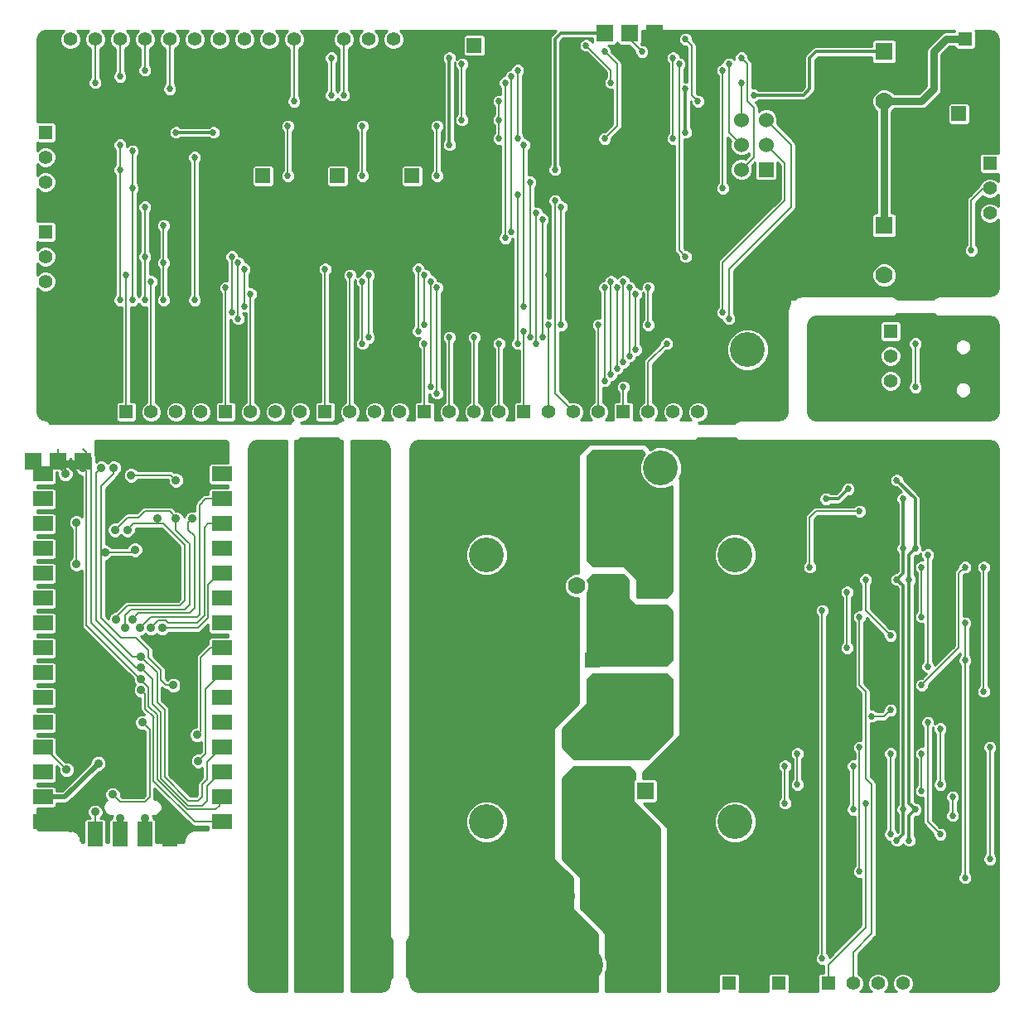
<source format=gbl>
G04 (created by PCBNEW (2014-01-10 BZR 4027)-stable) date Thursday, June 18, 2015 'amt' 10:00:05 am*
%MOIN*%
G04 Gerber Fmt 3.4, Leading zero omitted, Abs format*
%FSLAX34Y34*%
G01*
G70*
G90*
G04 APERTURE LIST*
%ADD10C,0.00590551*%
%ADD11R,0.06X0.06*%
%ADD12C,0.06*%
%ADD13C,0.07*%
%ADD14R,0.07X0.07*%
%ADD15R,0.055X0.055*%
%ADD16C,0.055*%
%ADD17C,0.14*%
%ADD18R,0.0590551X0.0590551*%
%ADD19R,0.06X0.1*%
%ADD20R,0.08X0.06*%
%ADD21C,0.027*%
%ADD22C,0.035*%
%ADD23C,0.03*%
%ADD24C,0.012*%
%ADD25C,0.02*%
%ADD26C,0.008*%
%ADD27C,0.007*%
%ADD28C,0.01*%
G04 APERTURE END LIST*
G54D10*
G54D11*
X43500Y-17750D03*
G54D12*
X42500Y-17750D03*
X43500Y-16750D03*
X42500Y-16750D03*
X43500Y-15750D03*
X42500Y-15750D03*
G54D13*
X36750Y-42750D03*
X36750Y-41000D03*
G54D14*
X38627Y-42750D03*
G54D15*
X44000Y-50500D03*
G54D16*
X45000Y-50500D03*
G54D15*
X42000Y-50500D03*
G54D16*
X43000Y-50500D03*
G54D15*
X46000Y-50500D03*
G54D16*
X47000Y-50500D03*
X48000Y-50500D03*
X49000Y-50500D03*
G54D13*
X35872Y-34500D03*
X37250Y-34500D03*
G54D14*
X38627Y-34500D03*
G54D17*
X36250Y-49750D03*
X38250Y-49750D03*
X35250Y-29750D03*
X37250Y-29750D03*
X39250Y-29750D03*
G54D15*
X14500Y-16250D03*
G54D16*
X14500Y-17250D03*
X14500Y-18250D03*
X14500Y-19250D03*
G54D15*
X14500Y-20250D03*
G54D16*
X14500Y-21250D03*
X14500Y-22250D03*
X14500Y-23250D03*
G54D17*
X42750Y-27000D03*
X42750Y-25000D03*
X23500Y-47250D03*
X25500Y-47250D03*
X27500Y-47250D03*
X23500Y-44750D03*
X25500Y-44750D03*
X27500Y-44750D03*
X23500Y-42250D03*
X25500Y-42250D03*
X27500Y-42250D03*
X23500Y-39750D03*
X25500Y-39750D03*
X27500Y-39750D03*
X23500Y-37250D03*
X25500Y-37250D03*
X27500Y-37250D03*
X23500Y-32250D03*
X25500Y-32250D03*
X27500Y-32250D03*
X23500Y-34750D03*
X25500Y-34750D03*
X27500Y-34750D03*
G54D15*
X17750Y-27500D03*
G54D16*
X18750Y-27500D03*
X19750Y-27500D03*
X20750Y-27500D03*
G54D15*
X21750Y-27500D03*
G54D16*
X22750Y-27500D03*
X23750Y-27500D03*
X24750Y-27500D03*
G54D15*
X25750Y-27500D03*
G54D16*
X26750Y-27500D03*
X27750Y-27500D03*
X28750Y-27500D03*
G54D15*
X29750Y-27500D03*
G54D16*
X30750Y-27500D03*
X31750Y-27500D03*
X32750Y-27500D03*
G54D15*
X33750Y-27500D03*
G54D16*
X34750Y-27500D03*
X35750Y-27500D03*
X36750Y-27500D03*
G54D15*
X37750Y-27500D03*
G54D16*
X38750Y-27500D03*
X39750Y-27500D03*
X40750Y-27500D03*
G54D18*
X23250Y-18000D03*
G54D15*
X51500Y-12500D03*
G54D16*
X52500Y-12500D03*
G54D17*
X51750Y-29750D03*
G54D13*
X48250Y-15000D03*
X48250Y-14000D03*
G54D14*
X48250Y-13000D03*
G54D13*
X48250Y-22000D03*
X48250Y-21000D03*
G54D14*
X48250Y-20000D03*
G54D17*
X25500Y-29500D03*
X25500Y-50000D03*
G54D15*
X29500Y-12500D03*
G54D16*
X28500Y-12500D03*
X27500Y-12500D03*
X26500Y-12500D03*
X25500Y-12500D03*
X24500Y-12500D03*
X23500Y-12500D03*
X22500Y-12500D03*
X21500Y-12500D03*
X20500Y-12500D03*
X19500Y-12500D03*
X18500Y-12500D03*
X17500Y-12500D03*
X16500Y-12500D03*
X15500Y-12500D03*
X14500Y-12500D03*
G54D18*
X26250Y-18000D03*
X29250Y-18000D03*
G54D17*
X43750Y-21750D03*
X15250Y-26750D03*
X43750Y-13500D03*
G54D15*
X52500Y-17500D03*
G54D16*
X52500Y-18500D03*
X52500Y-19500D03*
X52500Y-20500D03*
G54D15*
X48500Y-24250D03*
G54D16*
X48500Y-25250D03*
X48500Y-26250D03*
X48500Y-27250D03*
G54D17*
X46500Y-24500D03*
X46500Y-27000D03*
X51750Y-49750D03*
X32250Y-44000D03*
X42250Y-44000D03*
X32250Y-33250D03*
X42250Y-33250D03*
X30000Y-33250D03*
X30000Y-44000D03*
G54D11*
X31750Y-12750D03*
G54D12*
X32750Y-12750D03*
G54D11*
X51250Y-15500D03*
G54D12*
X52250Y-15500D03*
G54D11*
X36500Y-37500D03*
G54D12*
X35500Y-37500D03*
G54D14*
X39000Y-12250D03*
X38000Y-12250D03*
X37000Y-12250D03*
G54D11*
X36500Y-47000D03*
G54D12*
X35500Y-47000D03*
G54D19*
X19500Y-44500D03*
X18500Y-44500D03*
X17500Y-44500D03*
X16500Y-44500D03*
G54D14*
X16000Y-29500D03*
X15000Y-29500D03*
X14000Y-29500D03*
G54D20*
X21600Y-40000D03*
X21600Y-41000D03*
X21600Y-42000D03*
X21600Y-43000D03*
X21600Y-44000D03*
X21600Y-35000D03*
X21600Y-36000D03*
X21600Y-37000D03*
X21600Y-38000D03*
X21600Y-39000D03*
X21600Y-30000D03*
X21600Y-31000D03*
X21600Y-32000D03*
X21600Y-33000D03*
X21600Y-34000D03*
X14400Y-34000D03*
X14400Y-33000D03*
X14400Y-32000D03*
X14400Y-31000D03*
X14400Y-30000D03*
X14400Y-39000D03*
X14400Y-38000D03*
X14400Y-37000D03*
X14400Y-36000D03*
X14400Y-35000D03*
X14400Y-44000D03*
X14400Y-43000D03*
X14400Y-42000D03*
X14400Y-41000D03*
X14400Y-40000D03*
G54D17*
X20250Y-29400D03*
G54D21*
X43000Y-14750D03*
X19750Y-16250D03*
X21250Y-16250D03*
X35000Y-17750D03*
X40250Y-14500D03*
X40250Y-16250D03*
X30750Y-16750D03*
X30750Y-13250D03*
G54D22*
X16625Y-41647D03*
G54D21*
X38750Y-24000D03*
X38750Y-22500D03*
G54D22*
X18350Y-38700D03*
X16750Y-29750D03*
X18350Y-37350D03*
X18350Y-38250D03*
X15300Y-30000D03*
X18350Y-37800D03*
X18000Y-35850D03*
X20400Y-31800D03*
X17300Y-32250D03*
X19750Y-31800D03*
X17700Y-36200D03*
X17800Y-32250D03*
X19000Y-31800D03*
X17350Y-35850D03*
X18500Y-43850D03*
X17500Y-43850D03*
X20650Y-41550D03*
X20600Y-40500D03*
G54D21*
X39750Y-16500D03*
X39750Y-13250D03*
X19500Y-14500D03*
G54D22*
X19200Y-36200D03*
G54D21*
X18500Y-13750D03*
X33500Y-13750D03*
X33500Y-16500D03*
X33250Y-14000D03*
X33250Y-20250D03*
X17500Y-14000D03*
G54D22*
X18750Y-36200D03*
G54D21*
X33000Y-20500D03*
X33000Y-14250D03*
X16500Y-14250D03*
G54D22*
X18300Y-36200D03*
G54D21*
X32750Y-16500D03*
X32750Y-15750D03*
X32750Y-15000D03*
X24500Y-15000D03*
G54D22*
X15750Y-33627D03*
X15750Y-31950D03*
X15350Y-41900D03*
G54D21*
X41750Y-18500D03*
X41750Y-13750D03*
X17500Y-16750D03*
X17500Y-17750D03*
X17500Y-23000D03*
X18000Y-17000D03*
X18000Y-18500D03*
X18000Y-23000D03*
X20500Y-17250D03*
X20500Y-23000D03*
X37000Y-16500D03*
X37000Y-13000D03*
X31250Y-13500D03*
X31250Y-15750D03*
X41750Y-23500D03*
X22000Y-23500D03*
X22000Y-21250D03*
X18500Y-19250D03*
X18500Y-21250D03*
X18500Y-23000D03*
X42000Y-23750D03*
X22250Y-23750D03*
X22250Y-21500D03*
X19250Y-23000D03*
X19250Y-21500D03*
X19250Y-20000D03*
X22500Y-21750D03*
X33750Y-23250D03*
X33750Y-16750D03*
X22500Y-23250D03*
X51500Y-36000D03*
X51500Y-37500D03*
X51500Y-46250D03*
X38000Y-25250D03*
X38000Y-22500D03*
X37500Y-25750D03*
X37500Y-22500D03*
X37000Y-26250D03*
X37000Y-22500D03*
X33500Y-24750D03*
X33500Y-18750D03*
X32750Y-24750D03*
X35250Y-19250D03*
X35250Y-24000D03*
X36750Y-24000D03*
X34500Y-19750D03*
X34500Y-24500D03*
X47250Y-35750D03*
X49750Y-35750D03*
X49750Y-33750D03*
X18750Y-22250D03*
X22750Y-22750D03*
X26750Y-22000D03*
X27500Y-22000D03*
X27500Y-24500D03*
X30750Y-24500D03*
X29750Y-22000D03*
X29750Y-24000D03*
X34750Y-24000D03*
X39500Y-24750D03*
X30250Y-22500D03*
X30250Y-26750D03*
X50000Y-37750D03*
X50000Y-33250D03*
G54D22*
X17950Y-30050D03*
X19750Y-30250D03*
G54D21*
X42500Y-14250D03*
X37250Y-14250D03*
X36250Y-12750D03*
X42000Y-13500D03*
X38500Y-13000D03*
X47750Y-39750D03*
X48500Y-39500D03*
X39500Y-39250D03*
X39500Y-39750D03*
X39250Y-38500D03*
X38750Y-38500D03*
X38250Y-38500D03*
X37750Y-38500D03*
X37750Y-39000D03*
X37750Y-39500D03*
X37750Y-40000D03*
X38250Y-40000D03*
X38750Y-40000D03*
X39250Y-40000D03*
X39000Y-39750D03*
X38500Y-39750D03*
X39500Y-38750D03*
X39000Y-38750D03*
X38500Y-38750D03*
X38000Y-38750D03*
X38000Y-39250D03*
X38000Y-39750D03*
X39500Y-37250D03*
X39500Y-36250D03*
X39000Y-36250D03*
X38500Y-36250D03*
X38000Y-36250D03*
X38000Y-36750D03*
X38000Y-37250D03*
X38500Y-37250D03*
X39000Y-37250D03*
X39500Y-36750D03*
X39250Y-37500D03*
X38750Y-37500D03*
X38250Y-37500D03*
X37750Y-37500D03*
X37750Y-37000D03*
X37750Y-36500D03*
X37750Y-36000D03*
X38250Y-36000D03*
X38750Y-36000D03*
X40750Y-15000D03*
X40250Y-12500D03*
G54D22*
X17250Y-29750D03*
X16900Y-33150D03*
X18100Y-33050D03*
X19650Y-38500D03*
G54D21*
X40000Y-13500D03*
X40250Y-21250D03*
X26500Y-14750D03*
X42500Y-13250D03*
X30250Y-16000D03*
X30250Y-18000D03*
X27250Y-16000D03*
X27250Y-18000D03*
X24250Y-16000D03*
X24250Y-18000D03*
X48750Y-34250D03*
X49000Y-33000D03*
X49000Y-31000D03*
X49000Y-43500D03*
X48750Y-44750D03*
X45900Y-31000D03*
X46800Y-30600D03*
X49250Y-44750D03*
X49500Y-33000D03*
X49250Y-34250D03*
X48750Y-30250D03*
X49500Y-43500D03*
X44750Y-41250D03*
X44750Y-42500D03*
G54D22*
X17200Y-42900D03*
X18400Y-40000D03*
X16500Y-43600D03*
G54D21*
X38250Y-25000D03*
X38250Y-22750D03*
X37750Y-25500D03*
X37750Y-22250D03*
X37250Y-26000D03*
X37250Y-22250D03*
X34000Y-24500D03*
X34000Y-18250D03*
X31750Y-24500D03*
X35000Y-19000D03*
X34250Y-24750D03*
X34250Y-19500D03*
X47500Y-43250D03*
X17750Y-22000D03*
X21750Y-22500D03*
X25750Y-21750D03*
X27250Y-22250D03*
X27250Y-24750D03*
X29750Y-24750D03*
X29500Y-21750D03*
X29500Y-24250D03*
X33750Y-24250D03*
X30000Y-22250D03*
X30000Y-26500D03*
X37750Y-26500D03*
G54D22*
X16000Y-29750D03*
G54D21*
X41500Y-16750D03*
X38500Y-16000D03*
X38000Y-14500D03*
X40500Y-31750D03*
X40500Y-35750D03*
X48000Y-33000D03*
X52000Y-36500D03*
X49750Y-44000D03*
X52000Y-44250D03*
X50000Y-45500D03*
X49500Y-47500D03*
X47750Y-49000D03*
X34750Y-42000D03*
X16000Y-15500D03*
X39750Y-22750D03*
X42000Y-12750D03*
X42000Y-28750D03*
X41000Y-28750D03*
X50250Y-22250D03*
X46500Y-14000D03*
X34250Y-12500D03*
X41000Y-19500D03*
X37000Y-20500D03*
X31250Y-21250D03*
X28250Y-21250D03*
X25250Y-21250D03*
X28500Y-19500D03*
X25500Y-19500D03*
X22500Y-19500D03*
X39000Y-20750D03*
X37250Y-17750D03*
X36750Y-22250D03*
X39250Y-22000D03*
X42750Y-19250D03*
X38500Y-17750D03*
X39250Y-19000D03*
X34750Y-22000D03*
G54D22*
X19224Y-33834D03*
X15500Y-44250D03*
X19600Y-41750D03*
X16750Y-42500D03*
X19500Y-43750D03*
X20250Y-42250D03*
X15750Y-30872D03*
X17300Y-30872D03*
X18100Y-33600D03*
X20050Y-39850D03*
X19200Y-37450D03*
X15500Y-40200D03*
X16400Y-38350D03*
X17150Y-37950D03*
X15200Y-34550D03*
X16400Y-36950D03*
X17500Y-38800D03*
X19700Y-34900D03*
G54D21*
X47500Y-34250D03*
X48500Y-36500D03*
X49750Y-42750D03*
X49750Y-41250D03*
X48500Y-44500D03*
X48500Y-41250D03*
X50500Y-44500D03*
X50000Y-40000D03*
X52500Y-41000D03*
X52500Y-45500D03*
X47250Y-41000D03*
X47250Y-46000D03*
X46750Y-34750D03*
X46750Y-37000D03*
X45750Y-35500D03*
X45750Y-49500D03*
X49500Y-26500D03*
X49500Y-24750D03*
X26000Y-13250D03*
X26000Y-14750D03*
X51500Y-33750D03*
X49750Y-38500D03*
X52250Y-33750D03*
X52250Y-38750D03*
X47250Y-31500D03*
X45250Y-33750D03*
X51750Y-21000D03*
X51000Y-43750D03*
X51000Y-43000D03*
X50500Y-40250D03*
X50500Y-42500D03*
X44250Y-43250D03*
X44250Y-41750D03*
X47000Y-41750D03*
X47000Y-43500D03*
G54D23*
X48250Y-15000D02*
X49750Y-15000D01*
X50750Y-12500D02*
X51500Y-12500D01*
X50250Y-13000D02*
X50750Y-12500D01*
X50250Y-14500D02*
X50250Y-13000D01*
X49750Y-15000D02*
X50250Y-14500D01*
X48250Y-20000D02*
X48250Y-15000D01*
G54D24*
X45250Y-13250D02*
X45250Y-14500D01*
X45000Y-14750D02*
X45250Y-14500D01*
X45000Y-14750D02*
X43000Y-14750D01*
X21250Y-16250D02*
X19750Y-16250D01*
X37000Y-12250D02*
X35250Y-12250D01*
X35000Y-12500D02*
X35000Y-17750D01*
X35250Y-12250D02*
X35000Y-12500D01*
X45500Y-13000D02*
X48250Y-13000D01*
X45250Y-13250D02*
X45500Y-13000D01*
X40250Y-16250D02*
X40250Y-14500D01*
X30750Y-13250D02*
X30750Y-16750D01*
G54D25*
X15272Y-43000D02*
X14500Y-43000D01*
X16625Y-41647D02*
X15272Y-43000D01*
G54D26*
X38750Y-22500D02*
X38750Y-24000D01*
G54D27*
X18850Y-42350D02*
X18850Y-39800D01*
X20500Y-44000D02*
X18850Y-42350D01*
X21500Y-44000D02*
X20500Y-44000D01*
X18850Y-39800D02*
X18859Y-39800D01*
X18500Y-39440D02*
X18859Y-39800D01*
X18500Y-38850D02*
X18500Y-39440D01*
X18350Y-38700D02*
X18500Y-38850D01*
X21500Y-43000D02*
X21500Y-43350D01*
X19000Y-42300D02*
X19000Y-39700D01*
X20200Y-43500D02*
X19000Y-42300D01*
X21350Y-43500D02*
X20200Y-43500D01*
X21500Y-43350D02*
X21350Y-43500D01*
X18650Y-39350D02*
X18650Y-38600D01*
X19000Y-39700D02*
X18650Y-39350D01*
X18000Y-37350D02*
X16550Y-35900D01*
X16550Y-30300D02*
X16550Y-35900D01*
X18350Y-37350D02*
X18000Y-37350D01*
X16550Y-29950D02*
X16750Y-29750D01*
X16550Y-30300D02*
X16550Y-29950D01*
X19300Y-42204D02*
X19300Y-39500D01*
X20245Y-43150D02*
X19300Y-42204D01*
X20650Y-43150D02*
X20245Y-43150D01*
X19000Y-39200D02*
X19000Y-38000D01*
X19000Y-38000D02*
X18350Y-37350D01*
X19300Y-39500D02*
X19000Y-39200D01*
X18650Y-38600D02*
X18300Y-38250D01*
X16150Y-36100D02*
X18300Y-38250D01*
X18350Y-38250D02*
X18300Y-38250D01*
X16150Y-30750D02*
X16150Y-29900D01*
X16150Y-30750D02*
X16150Y-36100D01*
X15000Y-29700D02*
X15000Y-29000D01*
X15300Y-30000D02*
X15000Y-29700D01*
X21500Y-42000D02*
X21500Y-42050D01*
X20247Y-43350D02*
X19150Y-42252D01*
X20800Y-43350D02*
X20247Y-43350D01*
X21000Y-43150D02*
X20800Y-43350D01*
X21000Y-42550D02*
X21000Y-43150D01*
X21500Y-42050D02*
X21000Y-42550D01*
X19150Y-42252D02*
X19150Y-39600D01*
X18800Y-39250D02*
X18800Y-38250D01*
X19150Y-39600D02*
X18800Y-39250D01*
X18800Y-38250D02*
X18350Y-37800D01*
X21500Y-41000D02*
X21500Y-41100D01*
X20800Y-43000D02*
X20650Y-43150D01*
X20800Y-42500D02*
X20800Y-43000D01*
X21000Y-42300D02*
X20800Y-42500D01*
X21000Y-41600D02*
X21000Y-42300D01*
X21500Y-41100D02*
X21000Y-41600D01*
X20250Y-32250D02*
X20250Y-31950D01*
X20500Y-33500D02*
X20500Y-32500D01*
X20500Y-32500D02*
X20250Y-32250D01*
X18250Y-35600D02*
X20300Y-35600D01*
X20500Y-35400D02*
X20500Y-33500D01*
X20300Y-35600D02*
X20500Y-35400D01*
X18000Y-35850D02*
X18250Y-35600D01*
X20250Y-31950D02*
X20400Y-31800D01*
X18400Y-31600D02*
X18250Y-31750D01*
X19500Y-31500D02*
X18500Y-31500D01*
X19750Y-31750D02*
X19500Y-31500D01*
X19750Y-31800D02*
X19750Y-31750D01*
X18500Y-31500D02*
X18400Y-31600D01*
X17800Y-31750D02*
X17300Y-32250D01*
X18250Y-31750D02*
X17800Y-31750D01*
X20250Y-32750D02*
X19750Y-32250D01*
X19750Y-32250D02*
X19750Y-31800D01*
X17950Y-35450D02*
X20100Y-35450D01*
X20300Y-32800D02*
X20250Y-32750D01*
X20300Y-35250D02*
X20300Y-32800D01*
X20100Y-35450D02*
X20300Y-35250D01*
X17700Y-35700D02*
X17950Y-35450D01*
X17700Y-35800D02*
X17700Y-35700D01*
X17700Y-36200D02*
X17700Y-35800D01*
X18150Y-32000D02*
X18050Y-32000D01*
X18050Y-32000D02*
X17800Y-32250D01*
X19000Y-32000D02*
X18150Y-32000D01*
X19000Y-32000D02*
X19000Y-31800D01*
X20100Y-33250D02*
X20100Y-32850D01*
X19250Y-32000D02*
X19000Y-32000D01*
X20100Y-32850D02*
X19250Y-32000D01*
X17800Y-35300D02*
X19900Y-35300D01*
X20100Y-35100D02*
X20100Y-33250D01*
X19900Y-35300D02*
X20100Y-35100D01*
X17350Y-35850D02*
X17350Y-35750D01*
X17350Y-35750D02*
X17800Y-35300D01*
X18500Y-43850D02*
X18500Y-44500D01*
X17500Y-43850D02*
X17500Y-44500D01*
X20950Y-38650D02*
X20950Y-41250D01*
X21500Y-38100D02*
X20950Y-38650D01*
X21500Y-38000D02*
X21500Y-38100D01*
X20950Y-41250D02*
X20650Y-41550D01*
X21500Y-37000D02*
X21150Y-37000D01*
X20750Y-40350D02*
X20600Y-40500D01*
X20750Y-37400D02*
X20750Y-40350D01*
X21150Y-37000D02*
X20750Y-37400D01*
G54D26*
X39750Y-13250D02*
X39750Y-16500D01*
X19500Y-14500D02*
X19500Y-12500D01*
G54D27*
X19200Y-36200D02*
X20650Y-36200D01*
X21050Y-35800D02*
X21050Y-34450D01*
X20650Y-36200D02*
X21050Y-35800D01*
X21050Y-34450D02*
X21500Y-34000D01*
G54D26*
X18500Y-12500D02*
X18500Y-13750D01*
X33500Y-13750D02*
X33500Y-16500D01*
X33250Y-20250D02*
X33250Y-14000D01*
X17500Y-14000D02*
X17500Y-12500D01*
G54D27*
X19050Y-35900D02*
X19340Y-35900D01*
X20900Y-32150D02*
X21050Y-32000D01*
X20900Y-35700D02*
X20900Y-32150D01*
X20600Y-36000D02*
X20900Y-35700D01*
X19440Y-36000D02*
X20600Y-36000D01*
X19340Y-35900D02*
X19440Y-36000D01*
X21050Y-32000D02*
X21500Y-32000D01*
X18750Y-36200D02*
X19050Y-35900D01*
G54D26*
X16500Y-12500D02*
X16500Y-14250D01*
X33000Y-20500D02*
X33000Y-14250D01*
G54D27*
X18750Y-35750D02*
X20600Y-35750D01*
X20700Y-31250D02*
X20950Y-31000D01*
X20700Y-35650D02*
X20700Y-31250D01*
X20600Y-35750D02*
X20700Y-35650D01*
X20950Y-31000D02*
X21500Y-31000D01*
X18300Y-36200D02*
X18750Y-35750D01*
G54D26*
X32750Y-16500D02*
X32750Y-15750D01*
X32750Y-15750D02*
X32750Y-15000D01*
X24500Y-12500D02*
X24500Y-15000D01*
G54D27*
X15750Y-33627D02*
X15750Y-31950D01*
X14500Y-41000D02*
X14500Y-41050D01*
X14500Y-41050D02*
X15350Y-41900D01*
G54D26*
X41750Y-13750D02*
X41750Y-18500D01*
X17500Y-17750D02*
X17500Y-16750D01*
X17500Y-23000D02*
X17500Y-17750D01*
X18000Y-18500D02*
X18000Y-17000D01*
X18000Y-23000D02*
X18000Y-18500D01*
X37000Y-13000D02*
X37500Y-13500D01*
X37500Y-16000D02*
X37000Y-16500D01*
X37500Y-13500D02*
X37500Y-16000D01*
X20500Y-23000D02*
X20500Y-17250D01*
X31250Y-13500D02*
X31250Y-15750D01*
X41750Y-23500D02*
X41750Y-21500D01*
X22000Y-21250D02*
X22000Y-23500D01*
X44250Y-17500D02*
X43500Y-16750D01*
X44250Y-19000D02*
X44250Y-17500D01*
X41750Y-21500D02*
X44250Y-19000D01*
X18500Y-21250D02*
X18500Y-19250D01*
X18500Y-23000D02*
X18500Y-21250D01*
X43500Y-15750D02*
X44500Y-16750D01*
X22250Y-21500D02*
X22250Y-23750D01*
X42000Y-21750D02*
X42000Y-23750D01*
X44500Y-19250D02*
X42000Y-21750D01*
X44500Y-16750D02*
X44500Y-19250D01*
X19250Y-23000D02*
X19250Y-21500D01*
X19250Y-20000D02*
X19250Y-21500D01*
X22500Y-21750D02*
X22500Y-23250D01*
X33750Y-16750D02*
X33750Y-23250D01*
X51500Y-36000D02*
X51500Y-37500D01*
X51500Y-37500D02*
X51500Y-46250D01*
X38000Y-22500D02*
X38000Y-25250D01*
X37500Y-22500D02*
X37500Y-25750D01*
X37000Y-22500D02*
X37000Y-26250D01*
X33500Y-18750D02*
X33500Y-24750D01*
X32750Y-27500D02*
X32750Y-24750D01*
X36750Y-27500D02*
X36750Y-24000D01*
X35250Y-24000D02*
X35250Y-19250D01*
X34500Y-24500D02*
X34500Y-19750D01*
X47750Y-42500D02*
X47750Y-48500D01*
X47750Y-48500D02*
X47000Y-49250D01*
X47000Y-50500D02*
X47000Y-49250D01*
X47500Y-38750D02*
X47250Y-38500D01*
X47250Y-38500D02*
X47250Y-35750D01*
X49750Y-35750D02*
X49750Y-33750D01*
X47500Y-38750D02*
X47500Y-42250D01*
X47500Y-42250D02*
X47750Y-42500D01*
X18750Y-22250D02*
X18750Y-27500D01*
X22750Y-27500D02*
X22750Y-22750D01*
X26750Y-27500D02*
X26750Y-22000D01*
X30750Y-27500D02*
X30750Y-24500D01*
X27500Y-24500D02*
X27500Y-22000D01*
X34750Y-27500D02*
X34750Y-24000D01*
X29750Y-24000D02*
X29750Y-22000D01*
X38750Y-27500D02*
X38750Y-25500D01*
X38750Y-25500D02*
X39500Y-24750D01*
X30250Y-26750D02*
X30250Y-22500D01*
X50000Y-37750D02*
X50000Y-33250D01*
G54D27*
X19550Y-30050D02*
X17950Y-30050D01*
X19750Y-30250D02*
X19550Y-30050D01*
G54D26*
X36250Y-12750D02*
X37250Y-13750D01*
X37250Y-13750D02*
X37250Y-14250D01*
X42500Y-14250D02*
X42500Y-15750D01*
X42500Y-16750D02*
X42000Y-16250D01*
X42000Y-16250D02*
X42000Y-13500D01*
X38000Y-12500D02*
X38500Y-13000D01*
X38000Y-12250D02*
X38000Y-12500D01*
X48500Y-39500D02*
X48250Y-39750D01*
X47750Y-39750D02*
X48250Y-39750D01*
X39500Y-39750D02*
X39500Y-39250D01*
X39250Y-38500D02*
X38750Y-38500D01*
X38250Y-38500D02*
X37750Y-38500D01*
X37750Y-39000D02*
X37750Y-39500D01*
X37750Y-40000D02*
X38250Y-40000D01*
X38750Y-40000D02*
X39250Y-40000D01*
X38500Y-39750D02*
X39000Y-39750D01*
X39500Y-38750D02*
X39000Y-38750D01*
X38500Y-38750D02*
X38000Y-38750D01*
X38000Y-39250D02*
X38000Y-39750D01*
X38750Y-36750D02*
X39000Y-36750D01*
X39000Y-36750D02*
X39500Y-37250D01*
X39000Y-36250D02*
X39500Y-36250D01*
X38000Y-36250D02*
X38500Y-36250D01*
X38000Y-37250D02*
X38000Y-36750D01*
X39000Y-37250D02*
X38500Y-37250D01*
X39500Y-36750D02*
X39250Y-37000D01*
X39250Y-37000D02*
X39250Y-37500D01*
X38750Y-37500D02*
X38250Y-37500D01*
X37750Y-37500D02*
X37750Y-37000D01*
X37750Y-36500D02*
X37750Y-36000D01*
X38250Y-36000D02*
X38750Y-36000D01*
X40500Y-14750D02*
X40750Y-15000D01*
X40500Y-12750D02*
X40500Y-14750D01*
X40250Y-12500D02*
X40500Y-12750D01*
G54D27*
X16750Y-30750D02*
X16750Y-30500D01*
X17250Y-30000D02*
X17250Y-29750D01*
X16750Y-30500D02*
X17250Y-30000D01*
X18000Y-33150D02*
X16900Y-33150D01*
X18100Y-33050D02*
X18000Y-33150D01*
X19650Y-38500D02*
X19350Y-38500D01*
X18650Y-37100D02*
X18150Y-36600D01*
X18650Y-37400D02*
X18650Y-37100D01*
X19150Y-37900D02*
X18650Y-37400D01*
X19150Y-38300D02*
X19150Y-37900D01*
X19350Y-38500D02*
X19150Y-38300D01*
X16750Y-33150D02*
X16900Y-33150D01*
X16750Y-33500D02*
X16750Y-33150D01*
X16750Y-33150D02*
X16750Y-32600D01*
X17550Y-36600D02*
X16750Y-35800D01*
X16750Y-32600D02*
X16750Y-30750D01*
X16750Y-30750D02*
X16750Y-30650D01*
X18150Y-36600D02*
X17550Y-36600D01*
X16750Y-35800D02*
X16750Y-33500D01*
G54D26*
X40000Y-21000D02*
X40000Y-13500D01*
X40250Y-21250D02*
X40000Y-21000D01*
X26500Y-12500D02*
X26500Y-14750D01*
X42750Y-13500D02*
X42750Y-14000D01*
X42500Y-13250D02*
X42750Y-13500D01*
X42500Y-17750D02*
X43000Y-17250D01*
X42750Y-15000D02*
X42750Y-14000D01*
X43000Y-15250D02*
X42750Y-15000D01*
X43000Y-17250D02*
X43000Y-15250D01*
X30250Y-18000D02*
X30250Y-16000D01*
X27250Y-18000D02*
X27250Y-16000D01*
X24250Y-18000D02*
X24250Y-16000D01*
G54D24*
X48750Y-34250D02*
X49000Y-34500D01*
X48750Y-34250D02*
X49000Y-34000D01*
X49000Y-43500D02*
X49000Y-35500D01*
X49000Y-35500D02*
X49000Y-34500D01*
X49000Y-34000D02*
X49000Y-33000D01*
X49000Y-33000D02*
X49000Y-31000D01*
X49000Y-44500D02*
X49000Y-43500D01*
X48750Y-44750D02*
X49000Y-44500D01*
X46400Y-31000D02*
X45900Y-31000D01*
X46800Y-30600D02*
X46400Y-31000D01*
X49250Y-34250D02*
X49250Y-34000D01*
X49250Y-33250D02*
X49500Y-33000D01*
X49250Y-34000D02*
X49250Y-33250D01*
X49250Y-43750D02*
X49250Y-44750D01*
X49250Y-43750D02*
X49500Y-43500D01*
X49500Y-43500D02*
X49250Y-43250D01*
X49250Y-43250D02*
X49250Y-34500D01*
X49250Y-34500D02*
X49250Y-34250D01*
X49500Y-33000D02*
X49500Y-31000D01*
X49500Y-31000D02*
X48750Y-30250D01*
G54D26*
X44750Y-42500D02*
X44750Y-41250D01*
G54D27*
X17500Y-43200D02*
X17200Y-42900D01*
X18500Y-43200D02*
X17500Y-43200D01*
X18700Y-43000D02*
X18500Y-43200D01*
X18700Y-40300D02*
X18700Y-43000D01*
X18400Y-40000D02*
X18700Y-40300D01*
X16500Y-43600D02*
X16500Y-44500D01*
G54D26*
X38250Y-22750D02*
X38250Y-25000D01*
X37750Y-22250D02*
X37750Y-25500D01*
X37250Y-22250D02*
X37250Y-26000D01*
X34000Y-18250D02*
X34000Y-24500D01*
X31750Y-27500D02*
X31750Y-24500D01*
X35750Y-27500D02*
X35000Y-26750D01*
X35000Y-26750D02*
X35000Y-19000D01*
X34250Y-24250D02*
X34250Y-24750D01*
X34250Y-24250D02*
X34250Y-19500D01*
X47500Y-43250D02*
X47500Y-48250D01*
X47500Y-48250D02*
X46000Y-49750D01*
X46000Y-49750D02*
X46000Y-50500D01*
X17750Y-27500D02*
X17750Y-22000D01*
X21750Y-22500D02*
X21750Y-27500D01*
X25750Y-27500D02*
X25750Y-21750D01*
X29750Y-27500D02*
X29750Y-24750D01*
X27250Y-24750D02*
X27250Y-22250D01*
X33750Y-27500D02*
X33750Y-24250D01*
X29500Y-24250D02*
X29500Y-21750D01*
X37750Y-27500D02*
X37750Y-26500D01*
X30000Y-26500D02*
X30000Y-22250D01*
G54D27*
X16150Y-29900D02*
X16000Y-29750D01*
X16350Y-30050D02*
X16350Y-29350D01*
X16350Y-29350D02*
X16000Y-29000D01*
X18350Y-37800D02*
X18150Y-37800D01*
X18150Y-37800D02*
X16350Y-36000D01*
X16350Y-36000D02*
X16350Y-30050D01*
G54D25*
X35250Y-29750D02*
X35250Y-29500D01*
X36000Y-28750D02*
X42000Y-28750D01*
X35250Y-29500D02*
X36000Y-28750D01*
G54D27*
X19239Y-33850D02*
X19250Y-33850D01*
X19224Y-33834D02*
X19239Y-33850D01*
X20050Y-39850D02*
X19950Y-39750D01*
X19200Y-37450D02*
X19950Y-38200D01*
X19950Y-38200D02*
X19950Y-39750D01*
X16400Y-38350D02*
X16750Y-38350D01*
X16750Y-38350D02*
X17150Y-37950D01*
G54D26*
X47500Y-35500D02*
X47500Y-34250D01*
X48500Y-36500D02*
X47500Y-35500D01*
X49750Y-42750D02*
X49750Y-41250D01*
X48500Y-41250D02*
X48500Y-44500D01*
X50000Y-44000D02*
X50500Y-44500D01*
X50000Y-44000D02*
X50000Y-40000D01*
X52500Y-45500D02*
X52500Y-41000D01*
X47250Y-46000D02*
X47250Y-41000D01*
X46750Y-37000D02*
X46750Y-34750D01*
X45750Y-49500D02*
X45750Y-35500D01*
X49500Y-24750D02*
X49500Y-26500D01*
X26000Y-14750D02*
X26000Y-13250D01*
X49750Y-38500D02*
X51250Y-37000D01*
X51250Y-34000D02*
X51500Y-33750D01*
X51250Y-37000D02*
X51250Y-34000D01*
X52250Y-38750D02*
X52250Y-33750D01*
X45500Y-31500D02*
X47250Y-31500D01*
X45250Y-31750D02*
X45500Y-31500D01*
X45250Y-33750D02*
X45250Y-31750D01*
X52250Y-18500D02*
X52500Y-18500D01*
X51750Y-19000D02*
X52250Y-18500D01*
X51750Y-21000D02*
X51750Y-19000D01*
X51000Y-43000D02*
X51000Y-43750D01*
X50500Y-42500D02*
X50500Y-40250D01*
X47000Y-43500D02*
X47000Y-41750D01*
X44250Y-41750D02*
X44250Y-43250D01*
G54D10*
G36*
X52830Y-27482D02*
X52802Y-27624D01*
X52730Y-27731D01*
X52624Y-27802D01*
X52483Y-27830D01*
X51742Y-27830D01*
X51742Y-26551D01*
X51742Y-24819D01*
X51692Y-24699D01*
X51600Y-24606D01*
X51480Y-24557D01*
X51350Y-24556D01*
X51230Y-24606D01*
X51137Y-24698D01*
X51088Y-24818D01*
X51087Y-24948D01*
X51137Y-25068D01*
X51229Y-25161D01*
X51349Y-25210D01*
X51479Y-25211D01*
X51599Y-25161D01*
X51692Y-25069D01*
X51741Y-24949D01*
X51742Y-24819D01*
X51742Y-26551D01*
X51692Y-26431D01*
X51600Y-26338D01*
X51480Y-26289D01*
X51350Y-26288D01*
X51230Y-26338D01*
X51137Y-26430D01*
X51088Y-26550D01*
X51087Y-26680D01*
X51137Y-26800D01*
X51229Y-26893D01*
X51349Y-26942D01*
X51479Y-26943D01*
X51599Y-26893D01*
X51692Y-26801D01*
X51741Y-26681D01*
X51742Y-26551D01*
X51742Y-27830D01*
X49785Y-27830D01*
X49785Y-26443D01*
X49741Y-26338D01*
X49690Y-26286D01*
X49690Y-24963D01*
X49741Y-24911D01*
X49784Y-24806D01*
X49785Y-24693D01*
X49741Y-24588D01*
X49661Y-24508D01*
X49556Y-24465D01*
X49443Y-24464D01*
X49338Y-24508D01*
X49258Y-24588D01*
X49215Y-24693D01*
X49214Y-24806D01*
X49258Y-24911D01*
X49310Y-24963D01*
X49310Y-26286D01*
X49258Y-26338D01*
X49215Y-26443D01*
X49214Y-26556D01*
X49258Y-26661D01*
X49338Y-26741D01*
X49443Y-26784D01*
X49556Y-26785D01*
X49661Y-26741D01*
X49741Y-26661D01*
X49784Y-26556D01*
X49785Y-26443D01*
X49785Y-27830D01*
X48925Y-27830D01*
X48925Y-26165D01*
X48925Y-25165D01*
X48925Y-25165D01*
X48925Y-24495D01*
X48925Y-23945D01*
X48902Y-23890D01*
X48860Y-23847D01*
X48804Y-23825D01*
X48745Y-23824D01*
X48195Y-23824D01*
X48140Y-23847D01*
X48097Y-23889D01*
X48075Y-23945D01*
X48074Y-24004D01*
X48074Y-24554D01*
X48097Y-24609D01*
X48139Y-24652D01*
X48195Y-24674D01*
X48254Y-24675D01*
X48804Y-24675D01*
X48859Y-24652D01*
X48902Y-24610D01*
X48924Y-24554D01*
X48925Y-24495D01*
X48925Y-25165D01*
X48860Y-25009D01*
X48741Y-24889D01*
X48584Y-24825D01*
X48415Y-24824D01*
X48259Y-24889D01*
X48139Y-25008D01*
X48075Y-25165D01*
X48074Y-25334D01*
X48139Y-25490D01*
X48258Y-25610D01*
X48415Y-25674D01*
X48584Y-25675D01*
X48740Y-25610D01*
X48860Y-25491D01*
X48924Y-25334D01*
X48925Y-25165D01*
X48925Y-26165D01*
X48860Y-26009D01*
X48741Y-25889D01*
X48584Y-25825D01*
X48415Y-25824D01*
X48259Y-25889D01*
X48139Y-26008D01*
X48075Y-26165D01*
X48074Y-26334D01*
X48139Y-26490D01*
X48258Y-26610D01*
X48415Y-26674D01*
X48584Y-26675D01*
X48740Y-26610D01*
X48860Y-26491D01*
X48924Y-26334D01*
X48925Y-26165D01*
X48925Y-27830D01*
X45517Y-27830D01*
X45375Y-27802D01*
X45268Y-27730D01*
X45197Y-27624D01*
X45169Y-27483D01*
X45169Y-24016D01*
X45197Y-23875D01*
X45268Y-23769D01*
X45375Y-23697D01*
X45517Y-23669D01*
X48500Y-23669D01*
X48516Y-23666D01*
X48532Y-23666D01*
X48628Y-23647D01*
X48689Y-23622D01*
X48690Y-23621D01*
X48770Y-23568D01*
X48770Y-23567D01*
X48788Y-23550D01*
X48999Y-23550D01*
X49059Y-23550D01*
X49059Y-23550D01*
X49499Y-23550D01*
X49559Y-23550D01*
X49559Y-23550D01*
X49999Y-23550D01*
X50059Y-23550D01*
X50059Y-23550D01*
X50211Y-23550D01*
X50228Y-23567D01*
X50309Y-23622D01*
X50371Y-23647D01*
X50371Y-23647D01*
X50467Y-23666D01*
X50483Y-23666D01*
X50500Y-23669D01*
X52483Y-23669D01*
X52624Y-23697D01*
X52730Y-23768D01*
X52802Y-23875D01*
X52830Y-24017D01*
X52830Y-27482D01*
X52830Y-27482D01*
G37*
G54D28*
X52830Y-27482D02*
X52802Y-27624D01*
X52730Y-27731D01*
X52624Y-27802D01*
X52483Y-27830D01*
X51742Y-27830D01*
X51742Y-26551D01*
X51742Y-24819D01*
X51692Y-24699D01*
X51600Y-24606D01*
X51480Y-24557D01*
X51350Y-24556D01*
X51230Y-24606D01*
X51137Y-24698D01*
X51088Y-24818D01*
X51087Y-24948D01*
X51137Y-25068D01*
X51229Y-25161D01*
X51349Y-25210D01*
X51479Y-25211D01*
X51599Y-25161D01*
X51692Y-25069D01*
X51741Y-24949D01*
X51742Y-24819D01*
X51742Y-26551D01*
X51692Y-26431D01*
X51600Y-26338D01*
X51480Y-26289D01*
X51350Y-26288D01*
X51230Y-26338D01*
X51137Y-26430D01*
X51088Y-26550D01*
X51087Y-26680D01*
X51137Y-26800D01*
X51229Y-26893D01*
X51349Y-26942D01*
X51479Y-26943D01*
X51599Y-26893D01*
X51692Y-26801D01*
X51741Y-26681D01*
X51742Y-26551D01*
X51742Y-27830D01*
X49785Y-27830D01*
X49785Y-26443D01*
X49741Y-26338D01*
X49690Y-26286D01*
X49690Y-24963D01*
X49741Y-24911D01*
X49784Y-24806D01*
X49785Y-24693D01*
X49741Y-24588D01*
X49661Y-24508D01*
X49556Y-24465D01*
X49443Y-24464D01*
X49338Y-24508D01*
X49258Y-24588D01*
X49215Y-24693D01*
X49214Y-24806D01*
X49258Y-24911D01*
X49310Y-24963D01*
X49310Y-26286D01*
X49258Y-26338D01*
X49215Y-26443D01*
X49214Y-26556D01*
X49258Y-26661D01*
X49338Y-26741D01*
X49443Y-26784D01*
X49556Y-26785D01*
X49661Y-26741D01*
X49741Y-26661D01*
X49784Y-26556D01*
X49785Y-26443D01*
X49785Y-27830D01*
X48925Y-27830D01*
X48925Y-26165D01*
X48925Y-25165D01*
X48925Y-25165D01*
X48925Y-24495D01*
X48925Y-23945D01*
X48902Y-23890D01*
X48860Y-23847D01*
X48804Y-23825D01*
X48745Y-23824D01*
X48195Y-23824D01*
X48140Y-23847D01*
X48097Y-23889D01*
X48075Y-23945D01*
X48074Y-24004D01*
X48074Y-24554D01*
X48097Y-24609D01*
X48139Y-24652D01*
X48195Y-24674D01*
X48254Y-24675D01*
X48804Y-24675D01*
X48859Y-24652D01*
X48902Y-24610D01*
X48924Y-24554D01*
X48925Y-24495D01*
X48925Y-25165D01*
X48860Y-25009D01*
X48741Y-24889D01*
X48584Y-24825D01*
X48415Y-24824D01*
X48259Y-24889D01*
X48139Y-25008D01*
X48075Y-25165D01*
X48074Y-25334D01*
X48139Y-25490D01*
X48258Y-25610D01*
X48415Y-25674D01*
X48584Y-25675D01*
X48740Y-25610D01*
X48860Y-25491D01*
X48924Y-25334D01*
X48925Y-25165D01*
X48925Y-26165D01*
X48860Y-26009D01*
X48741Y-25889D01*
X48584Y-25825D01*
X48415Y-25824D01*
X48259Y-25889D01*
X48139Y-26008D01*
X48075Y-26165D01*
X48074Y-26334D01*
X48139Y-26490D01*
X48258Y-26610D01*
X48415Y-26674D01*
X48584Y-26675D01*
X48740Y-26610D01*
X48860Y-26491D01*
X48924Y-26334D01*
X48925Y-26165D01*
X48925Y-27830D01*
X45517Y-27830D01*
X45375Y-27802D01*
X45268Y-27730D01*
X45197Y-27624D01*
X45169Y-27483D01*
X45169Y-24016D01*
X45197Y-23875D01*
X45268Y-23769D01*
X45375Y-23697D01*
X45517Y-23669D01*
X48500Y-23669D01*
X48516Y-23666D01*
X48532Y-23666D01*
X48628Y-23647D01*
X48689Y-23622D01*
X48690Y-23621D01*
X48770Y-23568D01*
X48770Y-23567D01*
X48788Y-23550D01*
X48999Y-23550D01*
X49059Y-23550D01*
X49059Y-23550D01*
X49499Y-23550D01*
X49559Y-23550D01*
X49559Y-23550D01*
X49999Y-23550D01*
X50059Y-23550D01*
X50059Y-23550D01*
X50211Y-23550D01*
X50228Y-23567D01*
X50309Y-23622D01*
X50371Y-23647D01*
X50371Y-23647D01*
X50467Y-23666D01*
X50483Y-23666D01*
X50500Y-23669D01*
X52483Y-23669D01*
X52624Y-23697D01*
X52730Y-23768D01*
X52802Y-23875D01*
X52830Y-24017D01*
X52830Y-27482D01*
G54D10*
G36*
X52830Y-22482D02*
X52802Y-22624D01*
X52730Y-22731D01*
X52624Y-22802D01*
X52483Y-22830D01*
X50500Y-22830D01*
X50483Y-22833D01*
X50467Y-22833D01*
X50371Y-22852D01*
X50371Y-22852D01*
X50309Y-22877D01*
X50228Y-22932D01*
X50211Y-22950D01*
X50000Y-22950D01*
X49940Y-22949D01*
X49940Y-22950D01*
X49500Y-22950D01*
X49440Y-22949D01*
X49440Y-22950D01*
X49000Y-22950D01*
X48940Y-22949D01*
X48940Y-22950D01*
X48788Y-22950D01*
X48770Y-22932D01*
X48770Y-22931D01*
X48750Y-22918D01*
X48750Y-21900D01*
X48674Y-21717D01*
X48533Y-21576D01*
X48349Y-21500D01*
X48150Y-21499D01*
X47967Y-21575D01*
X47826Y-21716D01*
X47750Y-21900D01*
X47749Y-22099D01*
X47825Y-22282D01*
X47966Y-22423D01*
X48150Y-22499D01*
X48349Y-22500D01*
X48532Y-22424D01*
X48673Y-22283D01*
X48749Y-22099D01*
X48750Y-21900D01*
X48750Y-22918D01*
X48690Y-22878D01*
X48689Y-22877D01*
X48628Y-22852D01*
X48532Y-22833D01*
X48516Y-22833D01*
X48500Y-22830D01*
X45000Y-22830D01*
X44982Y-22833D01*
X44967Y-22833D01*
X44775Y-22871D01*
X44714Y-22896D01*
X44713Y-22897D01*
X44635Y-22950D01*
X44450Y-22950D01*
X44450Y-23134D01*
X44397Y-23213D01*
X44396Y-23214D01*
X44371Y-23275D01*
X44333Y-23467D01*
X44333Y-23483D01*
X44330Y-23500D01*
X44330Y-27482D01*
X44302Y-27624D01*
X44230Y-27731D01*
X44124Y-27802D01*
X43983Y-27830D01*
X43600Y-27830D01*
X43600Y-24831D01*
X43471Y-24519D01*
X43232Y-24279D01*
X42919Y-24150D01*
X42581Y-24149D01*
X42269Y-24278D01*
X42029Y-24517D01*
X41900Y-24830D01*
X41899Y-25168D01*
X42028Y-25480D01*
X42267Y-25720D01*
X42580Y-25849D01*
X42918Y-25850D01*
X43230Y-25721D01*
X43470Y-25482D01*
X43599Y-25169D01*
X43600Y-24831D01*
X43600Y-27830D01*
X42500Y-27830D01*
X42483Y-27833D01*
X42467Y-27833D01*
X42371Y-27852D01*
X42371Y-27852D01*
X42309Y-27877D01*
X42228Y-27932D01*
X42211Y-27950D01*
X42000Y-27950D01*
X41940Y-27949D01*
X41940Y-27950D01*
X41500Y-27950D01*
X41440Y-27949D01*
X41440Y-27950D01*
X41000Y-27950D01*
X40940Y-27949D01*
X40940Y-27950D01*
X40788Y-27950D01*
X40770Y-27932D01*
X40770Y-27931D01*
X40760Y-27925D01*
X40834Y-27925D01*
X40990Y-27860D01*
X41110Y-27741D01*
X41174Y-27584D01*
X41175Y-27415D01*
X41110Y-27259D01*
X41035Y-27183D01*
X41035Y-14943D01*
X40991Y-14838D01*
X40911Y-14758D01*
X40806Y-14715D01*
X40733Y-14714D01*
X40690Y-14671D01*
X40690Y-12750D01*
X40675Y-12677D01*
X40634Y-12615D01*
X40634Y-12615D01*
X40534Y-12516D01*
X40535Y-12443D01*
X40491Y-12338D01*
X40411Y-12258D01*
X40306Y-12215D01*
X40193Y-12214D01*
X40088Y-12258D01*
X40008Y-12338D01*
X39965Y-12443D01*
X39964Y-12556D01*
X40008Y-12661D01*
X40088Y-12741D01*
X40193Y-12784D01*
X40266Y-12785D01*
X40310Y-12828D01*
X40310Y-14216D01*
X40306Y-14215D01*
X40193Y-14214D01*
X40190Y-14216D01*
X40190Y-13713D01*
X40241Y-13661D01*
X40284Y-13556D01*
X40285Y-13443D01*
X40241Y-13338D01*
X40161Y-13258D01*
X40056Y-13215D01*
X40035Y-13215D01*
X40035Y-13193D01*
X39991Y-13088D01*
X39911Y-13008D01*
X39806Y-12965D01*
X39693Y-12964D01*
X39588Y-13008D01*
X39508Y-13088D01*
X39465Y-13193D01*
X39464Y-13306D01*
X39508Y-13411D01*
X39560Y-13463D01*
X39560Y-16286D01*
X39508Y-16338D01*
X39465Y-16443D01*
X39464Y-16556D01*
X39508Y-16661D01*
X39588Y-16741D01*
X39693Y-16784D01*
X39806Y-16785D01*
X39810Y-16783D01*
X39810Y-21000D01*
X39824Y-21072D01*
X39865Y-21134D01*
X39965Y-21233D01*
X39964Y-21306D01*
X40008Y-21411D01*
X40088Y-21491D01*
X40193Y-21534D01*
X40306Y-21535D01*
X40411Y-21491D01*
X40491Y-21411D01*
X40534Y-21306D01*
X40535Y-21193D01*
X40491Y-21088D01*
X40411Y-21008D01*
X40306Y-20965D01*
X40233Y-20964D01*
X40190Y-20921D01*
X40190Y-16533D01*
X40193Y-16534D01*
X40306Y-16535D01*
X40411Y-16491D01*
X40491Y-16411D01*
X40534Y-16306D01*
X40535Y-16193D01*
X40491Y-16088D01*
X40460Y-16056D01*
X40460Y-14978D01*
X40465Y-14983D01*
X40464Y-15056D01*
X40508Y-15161D01*
X40588Y-15241D01*
X40693Y-15284D01*
X40806Y-15285D01*
X40911Y-15241D01*
X40991Y-15161D01*
X41034Y-15056D01*
X41035Y-14943D01*
X41035Y-27183D01*
X40991Y-27139D01*
X40834Y-27075D01*
X40665Y-27074D01*
X40509Y-27139D01*
X40389Y-27258D01*
X40325Y-27415D01*
X40324Y-27584D01*
X40389Y-27740D01*
X40479Y-27830D01*
X40020Y-27830D01*
X40110Y-27741D01*
X40174Y-27584D01*
X40175Y-27415D01*
X40110Y-27259D01*
X39991Y-27139D01*
X39834Y-27075D01*
X39665Y-27074D01*
X39509Y-27139D01*
X39389Y-27258D01*
X39325Y-27415D01*
X39324Y-27584D01*
X39389Y-27740D01*
X39479Y-27830D01*
X39020Y-27830D01*
X39110Y-27741D01*
X39174Y-27584D01*
X39175Y-27415D01*
X39110Y-27259D01*
X38991Y-27139D01*
X38940Y-27118D01*
X38940Y-25578D01*
X39483Y-25034D01*
X39556Y-25035D01*
X39661Y-24991D01*
X39741Y-24911D01*
X39784Y-24806D01*
X39785Y-24693D01*
X39741Y-24588D01*
X39661Y-24508D01*
X39556Y-24465D01*
X39443Y-24464D01*
X39338Y-24508D01*
X39258Y-24588D01*
X39215Y-24693D01*
X39214Y-24766D01*
X38615Y-25365D01*
X38574Y-25427D01*
X38560Y-25500D01*
X38560Y-27118D01*
X38509Y-27139D01*
X38389Y-27258D01*
X38325Y-27415D01*
X38324Y-27584D01*
X38389Y-27740D01*
X38479Y-27830D01*
X38164Y-27830D01*
X38174Y-27804D01*
X38175Y-27745D01*
X38175Y-27195D01*
X38152Y-27140D01*
X38110Y-27097D01*
X38054Y-27075D01*
X37995Y-27074D01*
X37940Y-27074D01*
X37940Y-26713D01*
X37991Y-26661D01*
X38034Y-26556D01*
X38035Y-26443D01*
X37991Y-26338D01*
X37911Y-26258D01*
X37806Y-26215D01*
X37693Y-26214D01*
X37588Y-26258D01*
X37508Y-26338D01*
X37465Y-26443D01*
X37464Y-26556D01*
X37508Y-26661D01*
X37560Y-26713D01*
X37560Y-27074D01*
X37445Y-27074D01*
X37390Y-27097D01*
X37347Y-27139D01*
X37325Y-27195D01*
X37324Y-27254D01*
X37324Y-27804D01*
X37335Y-27830D01*
X37020Y-27830D01*
X37110Y-27741D01*
X37174Y-27584D01*
X37175Y-27415D01*
X37110Y-27259D01*
X36991Y-27139D01*
X36940Y-27118D01*
X36940Y-26533D01*
X36943Y-26534D01*
X37056Y-26535D01*
X37161Y-26491D01*
X37241Y-26411D01*
X37284Y-26306D01*
X37284Y-26285D01*
X37306Y-26285D01*
X37411Y-26241D01*
X37491Y-26161D01*
X37534Y-26056D01*
X37534Y-26035D01*
X37556Y-26035D01*
X37661Y-25991D01*
X37741Y-25911D01*
X37784Y-25806D01*
X37784Y-25785D01*
X37806Y-25785D01*
X37911Y-25741D01*
X37991Y-25661D01*
X38034Y-25556D01*
X38034Y-25535D01*
X38056Y-25535D01*
X38161Y-25491D01*
X38241Y-25411D01*
X38284Y-25306D01*
X38284Y-25285D01*
X38306Y-25285D01*
X38411Y-25241D01*
X38491Y-25161D01*
X38534Y-25056D01*
X38535Y-24943D01*
X38491Y-24838D01*
X38440Y-24786D01*
X38440Y-22963D01*
X38491Y-22911D01*
X38534Y-22806D01*
X38535Y-22693D01*
X38531Y-22684D01*
X38560Y-22713D01*
X38560Y-23786D01*
X38508Y-23838D01*
X38465Y-23943D01*
X38464Y-24056D01*
X38508Y-24161D01*
X38588Y-24241D01*
X38693Y-24284D01*
X38806Y-24285D01*
X38911Y-24241D01*
X38991Y-24161D01*
X39034Y-24056D01*
X39035Y-23943D01*
X38991Y-23838D01*
X38940Y-23786D01*
X38940Y-22713D01*
X38991Y-22661D01*
X39034Y-22556D01*
X39035Y-22443D01*
X38991Y-22338D01*
X38911Y-22258D01*
X38806Y-22215D01*
X38693Y-22214D01*
X38588Y-22258D01*
X38508Y-22338D01*
X38465Y-22443D01*
X38464Y-22556D01*
X38468Y-22565D01*
X38411Y-22508D01*
X38306Y-22465D01*
X38285Y-22465D01*
X38285Y-22443D01*
X38241Y-22338D01*
X38161Y-22258D01*
X38056Y-22215D01*
X38035Y-22215D01*
X38035Y-22193D01*
X37991Y-22088D01*
X37911Y-22008D01*
X37806Y-21965D01*
X37693Y-21964D01*
X37588Y-22008D01*
X37508Y-22088D01*
X37500Y-22108D01*
X37491Y-22088D01*
X37411Y-22008D01*
X37306Y-21965D01*
X37193Y-21964D01*
X37088Y-22008D01*
X37008Y-22088D01*
X36965Y-22193D01*
X36965Y-22214D01*
X36943Y-22214D01*
X36838Y-22258D01*
X36758Y-22338D01*
X36715Y-22443D01*
X36714Y-22556D01*
X36758Y-22661D01*
X36810Y-22713D01*
X36810Y-23716D01*
X36806Y-23715D01*
X36693Y-23714D01*
X36588Y-23758D01*
X36508Y-23838D01*
X36465Y-23943D01*
X36464Y-24056D01*
X36508Y-24161D01*
X36560Y-24213D01*
X36560Y-27118D01*
X36509Y-27139D01*
X36389Y-27258D01*
X36325Y-27415D01*
X36324Y-27584D01*
X36389Y-27740D01*
X36479Y-27830D01*
X36020Y-27830D01*
X36110Y-27741D01*
X36174Y-27584D01*
X36175Y-27415D01*
X36110Y-27259D01*
X35991Y-27139D01*
X35834Y-27075D01*
X35665Y-27074D01*
X35614Y-27096D01*
X35190Y-26671D01*
X35190Y-24283D01*
X35193Y-24284D01*
X35306Y-24285D01*
X35411Y-24241D01*
X35491Y-24161D01*
X35534Y-24056D01*
X35535Y-23943D01*
X35491Y-23838D01*
X35440Y-23786D01*
X35440Y-19463D01*
X35491Y-19411D01*
X35534Y-19306D01*
X35535Y-19193D01*
X35491Y-19088D01*
X35411Y-19008D01*
X35306Y-18965D01*
X35285Y-18965D01*
X35285Y-18943D01*
X35241Y-18838D01*
X35161Y-18758D01*
X35056Y-18715D01*
X34943Y-18714D01*
X34838Y-18758D01*
X34758Y-18838D01*
X34715Y-18943D01*
X34714Y-19056D01*
X34758Y-19161D01*
X34810Y-19213D01*
X34810Y-23716D01*
X34806Y-23715D01*
X34693Y-23714D01*
X34690Y-23716D01*
X34690Y-19963D01*
X34741Y-19911D01*
X34784Y-19806D01*
X34785Y-19693D01*
X34741Y-19588D01*
X34661Y-19508D01*
X34556Y-19465D01*
X34535Y-19465D01*
X34535Y-19443D01*
X34491Y-19338D01*
X34411Y-19258D01*
X34306Y-19215D01*
X34193Y-19214D01*
X34190Y-19216D01*
X34190Y-18463D01*
X34241Y-18411D01*
X34284Y-18306D01*
X34285Y-18193D01*
X34241Y-18088D01*
X34161Y-18008D01*
X34056Y-17965D01*
X33943Y-17964D01*
X33940Y-17966D01*
X33940Y-16963D01*
X33991Y-16911D01*
X34034Y-16806D01*
X34035Y-16693D01*
X33991Y-16588D01*
X33911Y-16508D01*
X33806Y-16465D01*
X33785Y-16465D01*
X33785Y-16443D01*
X33741Y-16338D01*
X33690Y-16286D01*
X33690Y-13963D01*
X33741Y-13911D01*
X33784Y-13806D01*
X33785Y-13693D01*
X33741Y-13588D01*
X33661Y-13508D01*
X33556Y-13465D01*
X33443Y-13464D01*
X33338Y-13508D01*
X33258Y-13588D01*
X33215Y-13693D01*
X33215Y-13714D01*
X33193Y-13714D01*
X33088Y-13758D01*
X33008Y-13838D01*
X32965Y-13943D01*
X32965Y-13964D01*
X32943Y-13964D01*
X32838Y-14008D01*
X32758Y-14088D01*
X32715Y-14193D01*
X32714Y-14306D01*
X32758Y-14411D01*
X32810Y-14463D01*
X32810Y-14716D01*
X32806Y-14715D01*
X32693Y-14714D01*
X32588Y-14758D01*
X32508Y-14838D01*
X32465Y-14943D01*
X32464Y-15056D01*
X32508Y-15161D01*
X32560Y-15213D01*
X32560Y-15536D01*
X32508Y-15588D01*
X32465Y-15693D01*
X32464Y-15806D01*
X32508Y-15911D01*
X32560Y-15963D01*
X32560Y-16286D01*
X32508Y-16338D01*
X32465Y-16443D01*
X32464Y-16556D01*
X32508Y-16661D01*
X32588Y-16741D01*
X32693Y-16784D01*
X32806Y-16785D01*
X32810Y-16783D01*
X32810Y-20286D01*
X32758Y-20338D01*
X32715Y-20443D01*
X32714Y-20556D01*
X32758Y-20661D01*
X32838Y-20741D01*
X32943Y-20784D01*
X33056Y-20785D01*
X33161Y-20741D01*
X33241Y-20661D01*
X33284Y-20556D01*
X33284Y-20535D01*
X33306Y-20535D01*
X33310Y-20533D01*
X33310Y-24536D01*
X33258Y-24588D01*
X33215Y-24693D01*
X33214Y-24806D01*
X33258Y-24911D01*
X33338Y-24991D01*
X33443Y-25034D01*
X33556Y-25035D01*
X33560Y-25033D01*
X33560Y-27074D01*
X33445Y-27074D01*
X33390Y-27097D01*
X33347Y-27139D01*
X33325Y-27195D01*
X33324Y-27254D01*
X33324Y-27804D01*
X33335Y-27830D01*
X33020Y-27830D01*
X33110Y-27741D01*
X33174Y-27584D01*
X33175Y-27415D01*
X33110Y-27259D01*
X32991Y-27139D01*
X32940Y-27118D01*
X32940Y-24963D01*
X32991Y-24911D01*
X33034Y-24806D01*
X33035Y-24693D01*
X32991Y-24588D01*
X32911Y-24508D01*
X32806Y-24465D01*
X32693Y-24464D01*
X32588Y-24508D01*
X32508Y-24588D01*
X32465Y-24693D01*
X32464Y-24806D01*
X32508Y-24911D01*
X32560Y-24963D01*
X32560Y-27118D01*
X32509Y-27139D01*
X32389Y-27258D01*
X32325Y-27415D01*
X32324Y-27584D01*
X32389Y-27740D01*
X32479Y-27830D01*
X32200Y-27830D01*
X32200Y-13020D01*
X32200Y-12420D01*
X32177Y-12365D01*
X32135Y-12322D01*
X32079Y-12300D01*
X32020Y-12299D01*
X31420Y-12299D01*
X31365Y-12322D01*
X31322Y-12364D01*
X31300Y-12420D01*
X31299Y-12479D01*
X31299Y-13079D01*
X31322Y-13134D01*
X31364Y-13177D01*
X31420Y-13199D01*
X31479Y-13200D01*
X32079Y-13200D01*
X32134Y-13177D01*
X32177Y-13135D01*
X32199Y-13079D01*
X32200Y-13020D01*
X32200Y-27830D01*
X32020Y-27830D01*
X32110Y-27741D01*
X32174Y-27584D01*
X32175Y-27415D01*
X32110Y-27259D01*
X31991Y-27139D01*
X31940Y-27118D01*
X31940Y-24713D01*
X31991Y-24661D01*
X32034Y-24556D01*
X32035Y-24443D01*
X31991Y-24338D01*
X31911Y-24258D01*
X31806Y-24215D01*
X31693Y-24214D01*
X31588Y-24258D01*
X31535Y-24311D01*
X31535Y-15693D01*
X31491Y-15588D01*
X31440Y-15536D01*
X31440Y-13713D01*
X31491Y-13661D01*
X31534Y-13556D01*
X31535Y-13443D01*
X31491Y-13338D01*
X31411Y-13258D01*
X31306Y-13215D01*
X31193Y-13214D01*
X31088Y-13258D01*
X31031Y-13315D01*
X31034Y-13306D01*
X31035Y-13193D01*
X30991Y-13088D01*
X30911Y-13008D01*
X30806Y-12965D01*
X30693Y-12964D01*
X30588Y-13008D01*
X30508Y-13088D01*
X30465Y-13193D01*
X30464Y-13306D01*
X30508Y-13411D01*
X30540Y-13443D01*
X30540Y-16556D01*
X30508Y-16588D01*
X30465Y-16693D01*
X30464Y-16806D01*
X30508Y-16911D01*
X30588Y-16991D01*
X30693Y-17034D01*
X30806Y-17035D01*
X30911Y-16991D01*
X30991Y-16911D01*
X31034Y-16806D01*
X31035Y-16693D01*
X30991Y-16588D01*
X30960Y-16556D01*
X30960Y-13443D01*
X30968Y-13434D01*
X30965Y-13443D01*
X30964Y-13556D01*
X31008Y-13661D01*
X31060Y-13713D01*
X31060Y-15536D01*
X31008Y-15588D01*
X30965Y-15693D01*
X30964Y-15806D01*
X31008Y-15911D01*
X31088Y-15991D01*
X31193Y-16034D01*
X31306Y-16035D01*
X31411Y-15991D01*
X31491Y-15911D01*
X31534Y-15806D01*
X31535Y-15693D01*
X31535Y-24311D01*
X31508Y-24338D01*
X31465Y-24443D01*
X31464Y-24556D01*
X31508Y-24661D01*
X31560Y-24713D01*
X31560Y-27118D01*
X31509Y-27139D01*
X31389Y-27258D01*
X31325Y-27415D01*
X31324Y-27584D01*
X31389Y-27740D01*
X31479Y-27830D01*
X31020Y-27830D01*
X31110Y-27741D01*
X31174Y-27584D01*
X31175Y-27415D01*
X31110Y-27259D01*
X30991Y-27139D01*
X30940Y-27118D01*
X30940Y-24713D01*
X30991Y-24661D01*
X31034Y-24556D01*
X31035Y-24443D01*
X30991Y-24338D01*
X30911Y-24258D01*
X30806Y-24215D01*
X30693Y-24214D01*
X30588Y-24258D01*
X30508Y-24338D01*
X30465Y-24443D01*
X30464Y-24556D01*
X30508Y-24661D01*
X30560Y-24713D01*
X30560Y-27118D01*
X30509Y-27139D01*
X30389Y-27258D01*
X30325Y-27415D01*
X30324Y-27584D01*
X30389Y-27740D01*
X30479Y-27830D01*
X30164Y-27830D01*
X30174Y-27804D01*
X30175Y-27745D01*
X30175Y-27195D01*
X30152Y-27140D01*
X30110Y-27097D01*
X30054Y-27075D01*
X29995Y-27074D01*
X29940Y-27074D01*
X29940Y-26783D01*
X29943Y-26784D01*
X29964Y-26784D01*
X29964Y-26806D01*
X30008Y-26911D01*
X30088Y-26991D01*
X30193Y-27034D01*
X30306Y-27035D01*
X30411Y-26991D01*
X30491Y-26911D01*
X30534Y-26806D01*
X30535Y-26693D01*
X30491Y-26588D01*
X30440Y-26536D01*
X30440Y-22713D01*
X30491Y-22661D01*
X30534Y-22556D01*
X30535Y-22443D01*
X30535Y-17943D01*
X30491Y-17838D01*
X30440Y-17786D01*
X30440Y-16213D01*
X30491Y-16161D01*
X30534Y-16056D01*
X30535Y-15943D01*
X30491Y-15838D01*
X30411Y-15758D01*
X30306Y-15715D01*
X30193Y-15714D01*
X30088Y-15758D01*
X30008Y-15838D01*
X29965Y-15943D01*
X29964Y-16056D01*
X30008Y-16161D01*
X30060Y-16213D01*
X30060Y-17786D01*
X30008Y-17838D01*
X29965Y-17943D01*
X29964Y-18056D01*
X30008Y-18161D01*
X30088Y-18241D01*
X30193Y-18284D01*
X30306Y-18285D01*
X30411Y-18241D01*
X30491Y-18161D01*
X30534Y-18056D01*
X30535Y-17943D01*
X30535Y-22443D01*
X30491Y-22338D01*
X30411Y-22258D01*
X30306Y-22215D01*
X30285Y-22215D01*
X30285Y-22193D01*
X30241Y-22088D01*
X30161Y-22008D01*
X30056Y-21965D01*
X30035Y-21965D01*
X30035Y-21943D01*
X29991Y-21838D01*
X29911Y-21758D01*
X29806Y-21715D01*
X29785Y-21715D01*
X29785Y-21693D01*
X29741Y-21588D01*
X29695Y-21542D01*
X29695Y-18265D01*
X29695Y-17675D01*
X29672Y-17619D01*
X29630Y-17577D01*
X29575Y-17554D01*
X29515Y-17554D01*
X28925Y-17554D01*
X28869Y-17577D01*
X28827Y-17619D01*
X28804Y-17674D01*
X28804Y-17734D01*
X28804Y-18324D01*
X28827Y-18380D01*
X28869Y-18422D01*
X28924Y-18445D01*
X28984Y-18445D01*
X29574Y-18445D01*
X29630Y-18422D01*
X29672Y-18380D01*
X29695Y-18325D01*
X29695Y-18265D01*
X29695Y-21542D01*
X29661Y-21508D01*
X29556Y-21465D01*
X29443Y-21464D01*
X29338Y-21508D01*
X29258Y-21588D01*
X29215Y-21693D01*
X29214Y-21806D01*
X29258Y-21911D01*
X29310Y-21963D01*
X29310Y-24036D01*
X29258Y-24088D01*
X29215Y-24193D01*
X29214Y-24306D01*
X29258Y-24411D01*
X29338Y-24491D01*
X29443Y-24534D01*
X29556Y-24535D01*
X29565Y-24531D01*
X29508Y-24588D01*
X29465Y-24693D01*
X29464Y-24806D01*
X29508Y-24911D01*
X29560Y-24963D01*
X29560Y-27074D01*
X29445Y-27074D01*
X29390Y-27097D01*
X29347Y-27139D01*
X29325Y-27195D01*
X29324Y-27254D01*
X29324Y-27804D01*
X29335Y-27830D01*
X29020Y-27830D01*
X29110Y-27741D01*
X29174Y-27584D01*
X29175Y-27415D01*
X29110Y-27259D01*
X28991Y-27139D01*
X28834Y-27075D01*
X28665Y-27074D01*
X28509Y-27139D01*
X28389Y-27258D01*
X28325Y-27415D01*
X28324Y-27584D01*
X28389Y-27740D01*
X28479Y-27830D01*
X28020Y-27830D01*
X28110Y-27741D01*
X28174Y-27584D01*
X28175Y-27415D01*
X28110Y-27259D01*
X27991Y-27139D01*
X27834Y-27075D01*
X27665Y-27074D01*
X27509Y-27139D01*
X27389Y-27258D01*
X27325Y-27415D01*
X27324Y-27584D01*
X27389Y-27740D01*
X27479Y-27830D01*
X27020Y-27830D01*
X27110Y-27741D01*
X27174Y-27584D01*
X27175Y-27415D01*
X27110Y-27259D01*
X26991Y-27139D01*
X26940Y-27118D01*
X26940Y-22213D01*
X26968Y-22184D01*
X26965Y-22193D01*
X26964Y-22306D01*
X27008Y-22411D01*
X27060Y-22463D01*
X27060Y-24536D01*
X27008Y-24588D01*
X26965Y-24693D01*
X26964Y-24806D01*
X27008Y-24911D01*
X27088Y-24991D01*
X27193Y-25034D01*
X27306Y-25035D01*
X27411Y-24991D01*
X27491Y-24911D01*
X27534Y-24806D01*
X27534Y-24785D01*
X27556Y-24785D01*
X27661Y-24741D01*
X27741Y-24661D01*
X27784Y-24556D01*
X27785Y-24443D01*
X27741Y-24338D01*
X27690Y-24286D01*
X27690Y-22213D01*
X27741Y-22161D01*
X27784Y-22056D01*
X27785Y-21943D01*
X27741Y-21838D01*
X27661Y-21758D01*
X27556Y-21715D01*
X27535Y-21715D01*
X27535Y-17943D01*
X27491Y-17838D01*
X27440Y-17786D01*
X27440Y-16213D01*
X27491Y-16161D01*
X27534Y-16056D01*
X27535Y-15943D01*
X27491Y-15838D01*
X27411Y-15758D01*
X27306Y-15715D01*
X27193Y-15714D01*
X27088Y-15758D01*
X27008Y-15838D01*
X26965Y-15943D01*
X26964Y-16056D01*
X27008Y-16161D01*
X27060Y-16213D01*
X27060Y-17786D01*
X27008Y-17838D01*
X26965Y-17943D01*
X26964Y-18056D01*
X27008Y-18161D01*
X27088Y-18241D01*
X27193Y-18284D01*
X27306Y-18285D01*
X27411Y-18241D01*
X27491Y-18161D01*
X27534Y-18056D01*
X27535Y-17943D01*
X27535Y-21715D01*
X27443Y-21714D01*
X27338Y-21758D01*
X27258Y-21838D01*
X27215Y-21943D01*
X27215Y-21964D01*
X27193Y-21964D01*
X27088Y-22008D01*
X27031Y-22065D01*
X27034Y-22056D01*
X27035Y-21943D01*
X26991Y-21838D01*
X26911Y-21758D01*
X26806Y-21715D01*
X26695Y-21714D01*
X26695Y-18265D01*
X26695Y-17675D01*
X26672Y-17619D01*
X26630Y-17577D01*
X26575Y-17554D01*
X26515Y-17554D01*
X25925Y-17554D01*
X25869Y-17577D01*
X25827Y-17619D01*
X25804Y-17674D01*
X25804Y-17734D01*
X25804Y-18324D01*
X25827Y-18380D01*
X25869Y-18422D01*
X25924Y-18445D01*
X25984Y-18445D01*
X26574Y-18445D01*
X26630Y-18422D01*
X26672Y-18380D01*
X26695Y-18325D01*
X26695Y-18265D01*
X26695Y-21714D01*
X26693Y-21714D01*
X26588Y-21758D01*
X26508Y-21838D01*
X26465Y-21943D01*
X26464Y-22056D01*
X26508Y-22161D01*
X26560Y-22213D01*
X26560Y-27118D01*
X26509Y-27139D01*
X26389Y-27258D01*
X26325Y-27415D01*
X26324Y-27584D01*
X26389Y-27740D01*
X26482Y-27833D01*
X26467Y-27833D01*
X26371Y-27852D01*
X26371Y-27852D01*
X26309Y-27877D01*
X26228Y-27932D01*
X26211Y-27950D01*
X26175Y-27950D01*
X26175Y-27745D01*
X26175Y-27195D01*
X26152Y-27140D01*
X26110Y-27097D01*
X26054Y-27075D01*
X25995Y-27074D01*
X25940Y-27074D01*
X25940Y-21963D01*
X25991Y-21911D01*
X26034Y-21806D01*
X26035Y-21693D01*
X25991Y-21588D01*
X25911Y-21508D01*
X25806Y-21465D01*
X25693Y-21464D01*
X25588Y-21508D01*
X25508Y-21588D01*
X25465Y-21693D01*
X25464Y-21806D01*
X25508Y-21911D01*
X25560Y-21963D01*
X25560Y-27074D01*
X25445Y-27074D01*
X25390Y-27097D01*
X25347Y-27139D01*
X25325Y-27195D01*
X25324Y-27254D01*
X25324Y-27804D01*
X25347Y-27859D01*
X25389Y-27902D01*
X25445Y-27924D01*
X25504Y-27925D01*
X26054Y-27925D01*
X26109Y-27902D01*
X26152Y-27860D01*
X26174Y-27804D01*
X26175Y-27745D01*
X26175Y-27950D01*
X26000Y-27950D01*
X25940Y-27949D01*
X25940Y-27950D01*
X25500Y-27950D01*
X25440Y-27949D01*
X25440Y-27950D01*
X25000Y-27950D01*
X24940Y-27949D01*
X24940Y-27950D01*
X24788Y-27950D01*
X24770Y-27932D01*
X24770Y-27931D01*
X24760Y-27925D01*
X24834Y-27925D01*
X24990Y-27860D01*
X25110Y-27741D01*
X25174Y-27584D01*
X25175Y-27415D01*
X25110Y-27259D01*
X24991Y-27139D01*
X24834Y-27075D01*
X24665Y-27074D01*
X24535Y-27128D01*
X24535Y-17943D01*
X24491Y-17838D01*
X24440Y-17786D01*
X24440Y-16213D01*
X24491Y-16161D01*
X24534Y-16056D01*
X24535Y-15943D01*
X24491Y-15838D01*
X24411Y-15758D01*
X24306Y-15715D01*
X24193Y-15714D01*
X24088Y-15758D01*
X24008Y-15838D01*
X23965Y-15943D01*
X23964Y-16056D01*
X24008Y-16161D01*
X24060Y-16213D01*
X24060Y-17786D01*
X24008Y-17838D01*
X23965Y-17943D01*
X23964Y-18056D01*
X24008Y-18161D01*
X24088Y-18241D01*
X24193Y-18284D01*
X24306Y-18285D01*
X24411Y-18241D01*
X24491Y-18161D01*
X24534Y-18056D01*
X24535Y-17943D01*
X24535Y-27128D01*
X24509Y-27139D01*
X24389Y-27258D01*
X24325Y-27415D01*
X24324Y-27584D01*
X24389Y-27740D01*
X24482Y-27833D01*
X24466Y-27833D01*
X24405Y-27858D01*
X24358Y-27905D01*
X24340Y-27950D01*
X24175Y-27950D01*
X24175Y-27415D01*
X24110Y-27259D01*
X23991Y-27139D01*
X23834Y-27075D01*
X23695Y-27074D01*
X23695Y-18265D01*
X23695Y-17675D01*
X23672Y-17619D01*
X23630Y-17577D01*
X23575Y-17554D01*
X23515Y-17554D01*
X22925Y-17554D01*
X22869Y-17577D01*
X22827Y-17619D01*
X22804Y-17674D01*
X22804Y-17734D01*
X22804Y-18324D01*
X22827Y-18380D01*
X22869Y-18422D01*
X22924Y-18445D01*
X22984Y-18445D01*
X23574Y-18445D01*
X23630Y-18422D01*
X23672Y-18380D01*
X23695Y-18325D01*
X23695Y-18265D01*
X23695Y-27074D01*
X23665Y-27074D01*
X23509Y-27139D01*
X23389Y-27258D01*
X23325Y-27415D01*
X23324Y-27584D01*
X23389Y-27740D01*
X23508Y-27860D01*
X23665Y-27924D01*
X23834Y-27925D01*
X23990Y-27860D01*
X24110Y-27741D01*
X24174Y-27584D01*
X24175Y-27415D01*
X24175Y-27950D01*
X23175Y-27950D01*
X23175Y-27415D01*
X23110Y-27259D01*
X22991Y-27139D01*
X22940Y-27118D01*
X22940Y-22963D01*
X22991Y-22911D01*
X23034Y-22806D01*
X23035Y-22693D01*
X22991Y-22588D01*
X22911Y-22508D01*
X22806Y-22465D01*
X22693Y-22464D01*
X22690Y-22466D01*
X22690Y-21963D01*
X22741Y-21911D01*
X22784Y-21806D01*
X22785Y-21693D01*
X22741Y-21588D01*
X22661Y-21508D01*
X22556Y-21465D01*
X22535Y-21465D01*
X22535Y-21443D01*
X22491Y-21338D01*
X22411Y-21258D01*
X22306Y-21215D01*
X22285Y-21215D01*
X22285Y-21193D01*
X22241Y-21088D01*
X22161Y-21008D01*
X22056Y-20965D01*
X21943Y-20964D01*
X21838Y-21008D01*
X21758Y-21088D01*
X21715Y-21193D01*
X21714Y-21306D01*
X21758Y-21411D01*
X21810Y-21463D01*
X21810Y-22216D01*
X21806Y-22215D01*
X21693Y-22214D01*
X21588Y-22258D01*
X21535Y-22311D01*
X21535Y-16193D01*
X21491Y-16088D01*
X21411Y-16008D01*
X21306Y-15965D01*
X21193Y-15964D01*
X21088Y-16008D01*
X21056Y-16040D01*
X19943Y-16040D01*
X19911Y-16008D01*
X19806Y-15965D01*
X19693Y-15964D01*
X19588Y-16008D01*
X19508Y-16088D01*
X19465Y-16193D01*
X19464Y-16306D01*
X19508Y-16411D01*
X19588Y-16491D01*
X19693Y-16534D01*
X19806Y-16535D01*
X19911Y-16491D01*
X19943Y-16460D01*
X21056Y-16460D01*
X21088Y-16491D01*
X21193Y-16534D01*
X21306Y-16535D01*
X21411Y-16491D01*
X21491Y-16411D01*
X21534Y-16306D01*
X21535Y-16193D01*
X21535Y-22311D01*
X21508Y-22338D01*
X21465Y-22443D01*
X21464Y-22556D01*
X21508Y-22661D01*
X21560Y-22713D01*
X21560Y-27074D01*
X21445Y-27074D01*
X21390Y-27097D01*
X21347Y-27139D01*
X21325Y-27195D01*
X21324Y-27254D01*
X21324Y-27804D01*
X21347Y-27859D01*
X21389Y-27902D01*
X21445Y-27924D01*
X21504Y-27925D01*
X22054Y-27925D01*
X22109Y-27902D01*
X22152Y-27860D01*
X22174Y-27804D01*
X22175Y-27745D01*
X22175Y-27195D01*
X22152Y-27140D01*
X22110Y-27097D01*
X22054Y-27075D01*
X21995Y-27074D01*
X21940Y-27074D01*
X21940Y-23783D01*
X21943Y-23784D01*
X21964Y-23784D01*
X21964Y-23806D01*
X22008Y-23911D01*
X22088Y-23991D01*
X22193Y-24034D01*
X22306Y-24035D01*
X22411Y-23991D01*
X22491Y-23911D01*
X22534Y-23806D01*
X22535Y-23693D01*
X22491Y-23588D01*
X22440Y-23536D01*
X22440Y-23533D01*
X22443Y-23534D01*
X22556Y-23535D01*
X22560Y-23533D01*
X22560Y-27118D01*
X22509Y-27139D01*
X22389Y-27258D01*
X22325Y-27415D01*
X22324Y-27584D01*
X22389Y-27740D01*
X22508Y-27860D01*
X22665Y-27924D01*
X22834Y-27925D01*
X22990Y-27860D01*
X23110Y-27741D01*
X23174Y-27584D01*
X23175Y-27415D01*
X23175Y-27950D01*
X21175Y-27950D01*
X21175Y-27415D01*
X21110Y-27259D01*
X20991Y-27139D01*
X20834Y-27075D01*
X20785Y-27075D01*
X20785Y-22943D01*
X20741Y-22838D01*
X20690Y-22786D01*
X20690Y-17463D01*
X20741Y-17411D01*
X20784Y-17306D01*
X20785Y-17193D01*
X20741Y-17088D01*
X20661Y-17008D01*
X20556Y-16965D01*
X20443Y-16964D01*
X20338Y-17008D01*
X20258Y-17088D01*
X20215Y-17193D01*
X20214Y-17306D01*
X20258Y-17411D01*
X20310Y-17463D01*
X20310Y-22786D01*
X20258Y-22838D01*
X20215Y-22943D01*
X20214Y-23056D01*
X20258Y-23161D01*
X20338Y-23241D01*
X20443Y-23284D01*
X20556Y-23285D01*
X20661Y-23241D01*
X20741Y-23161D01*
X20784Y-23056D01*
X20785Y-22943D01*
X20785Y-27075D01*
X20665Y-27074D01*
X20509Y-27139D01*
X20389Y-27258D01*
X20325Y-27415D01*
X20324Y-27584D01*
X20389Y-27740D01*
X20508Y-27860D01*
X20665Y-27924D01*
X20834Y-27925D01*
X20990Y-27860D01*
X21110Y-27741D01*
X21174Y-27584D01*
X21175Y-27415D01*
X21175Y-27950D01*
X20175Y-27950D01*
X20175Y-27415D01*
X20110Y-27259D01*
X19991Y-27139D01*
X19834Y-27075D01*
X19665Y-27074D01*
X19535Y-27128D01*
X19535Y-22943D01*
X19491Y-22838D01*
X19440Y-22786D01*
X19440Y-21713D01*
X19491Y-21661D01*
X19534Y-21556D01*
X19535Y-21443D01*
X19491Y-21338D01*
X19440Y-21286D01*
X19440Y-20213D01*
X19491Y-20161D01*
X19534Y-20056D01*
X19535Y-19943D01*
X19491Y-19838D01*
X19411Y-19758D01*
X19306Y-19715D01*
X19193Y-19714D01*
X19088Y-19758D01*
X19008Y-19838D01*
X18965Y-19943D01*
X18964Y-20056D01*
X19008Y-20161D01*
X19060Y-20213D01*
X19060Y-21286D01*
X19008Y-21338D01*
X18965Y-21443D01*
X18964Y-21556D01*
X19008Y-21661D01*
X19060Y-21713D01*
X19060Y-22786D01*
X19008Y-22838D01*
X18965Y-22943D01*
X18964Y-23056D01*
X19008Y-23161D01*
X19088Y-23241D01*
X19193Y-23284D01*
X19306Y-23285D01*
X19411Y-23241D01*
X19491Y-23161D01*
X19534Y-23056D01*
X19535Y-22943D01*
X19535Y-27128D01*
X19509Y-27139D01*
X19389Y-27258D01*
X19325Y-27415D01*
X19324Y-27584D01*
X19389Y-27740D01*
X19508Y-27860D01*
X19665Y-27924D01*
X19834Y-27925D01*
X19990Y-27860D01*
X20110Y-27741D01*
X20174Y-27584D01*
X20175Y-27415D01*
X20175Y-27950D01*
X19175Y-27950D01*
X19175Y-27415D01*
X19110Y-27259D01*
X18991Y-27139D01*
X18940Y-27118D01*
X18940Y-22463D01*
X18991Y-22411D01*
X19034Y-22306D01*
X19035Y-22193D01*
X18991Y-22088D01*
X18911Y-22008D01*
X18806Y-21965D01*
X18693Y-21964D01*
X18690Y-21966D01*
X18690Y-21463D01*
X18741Y-21411D01*
X18784Y-21306D01*
X18785Y-21193D01*
X18741Y-21088D01*
X18690Y-21036D01*
X18690Y-19463D01*
X18741Y-19411D01*
X18784Y-19306D01*
X18785Y-19193D01*
X18741Y-19088D01*
X18661Y-19008D01*
X18556Y-18965D01*
X18443Y-18964D01*
X18338Y-19008D01*
X18258Y-19088D01*
X18215Y-19193D01*
X18214Y-19306D01*
X18258Y-19411D01*
X18310Y-19463D01*
X18310Y-21036D01*
X18258Y-21088D01*
X18215Y-21193D01*
X18214Y-21306D01*
X18258Y-21411D01*
X18310Y-21463D01*
X18310Y-22786D01*
X18258Y-22838D01*
X18250Y-22858D01*
X18241Y-22838D01*
X18190Y-22786D01*
X18190Y-18713D01*
X18241Y-18661D01*
X18284Y-18556D01*
X18285Y-18443D01*
X18241Y-18338D01*
X18190Y-18286D01*
X18190Y-17213D01*
X18241Y-17161D01*
X18284Y-17056D01*
X18285Y-16943D01*
X18241Y-16838D01*
X18161Y-16758D01*
X18056Y-16715D01*
X17943Y-16714D01*
X17838Y-16758D01*
X17781Y-16815D01*
X17784Y-16806D01*
X17785Y-16693D01*
X17741Y-16588D01*
X17661Y-16508D01*
X17556Y-16465D01*
X17443Y-16464D01*
X17338Y-16508D01*
X17258Y-16588D01*
X17215Y-16693D01*
X17214Y-16806D01*
X17258Y-16911D01*
X17310Y-16963D01*
X17310Y-17536D01*
X17258Y-17588D01*
X17215Y-17693D01*
X17214Y-17806D01*
X17258Y-17911D01*
X17310Y-17963D01*
X17310Y-22786D01*
X17258Y-22838D01*
X17215Y-22943D01*
X17214Y-23056D01*
X17258Y-23161D01*
X17338Y-23241D01*
X17443Y-23284D01*
X17556Y-23285D01*
X17560Y-23283D01*
X17560Y-27074D01*
X17445Y-27074D01*
X17390Y-27097D01*
X17347Y-27139D01*
X17325Y-27195D01*
X17324Y-27254D01*
X17324Y-27804D01*
X17347Y-27859D01*
X17389Y-27902D01*
X17445Y-27924D01*
X17504Y-27925D01*
X18054Y-27925D01*
X18109Y-27902D01*
X18152Y-27860D01*
X18174Y-27804D01*
X18175Y-27745D01*
X18175Y-27195D01*
X18152Y-27140D01*
X18110Y-27097D01*
X18054Y-27075D01*
X17995Y-27074D01*
X17940Y-27074D01*
X17940Y-23283D01*
X17943Y-23284D01*
X18056Y-23285D01*
X18161Y-23241D01*
X18241Y-23161D01*
X18249Y-23141D01*
X18258Y-23161D01*
X18338Y-23241D01*
X18443Y-23284D01*
X18556Y-23285D01*
X18560Y-23283D01*
X18560Y-27118D01*
X18509Y-27139D01*
X18389Y-27258D01*
X18325Y-27415D01*
X18324Y-27584D01*
X18389Y-27740D01*
X18508Y-27860D01*
X18665Y-27924D01*
X18834Y-27925D01*
X18990Y-27860D01*
X19110Y-27741D01*
X19174Y-27584D01*
X19175Y-27415D01*
X19175Y-27950D01*
X14659Y-27950D01*
X14641Y-27905D01*
X14594Y-27858D01*
X14532Y-27833D01*
X14375Y-27802D01*
X14268Y-27730D01*
X14197Y-27624D01*
X14169Y-27483D01*
X14169Y-22520D01*
X14258Y-22610D01*
X14415Y-22674D01*
X14584Y-22675D01*
X14740Y-22610D01*
X14860Y-22491D01*
X14924Y-22334D01*
X14925Y-22165D01*
X14860Y-22009D01*
X14741Y-21889D01*
X14584Y-21825D01*
X14415Y-21824D01*
X14259Y-21889D01*
X14169Y-21979D01*
X14169Y-21520D01*
X14258Y-21610D01*
X14415Y-21674D01*
X14584Y-21675D01*
X14740Y-21610D01*
X14860Y-21491D01*
X14924Y-21334D01*
X14925Y-21165D01*
X14860Y-21009D01*
X14741Y-20889D01*
X14584Y-20825D01*
X14415Y-20824D01*
X14259Y-20889D01*
X14169Y-20979D01*
X14169Y-20664D01*
X14195Y-20674D01*
X14254Y-20675D01*
X14804Y-20675D01*
X14859Y-20652D01*
X14902Y-20610D01*
X14924Y-20554D01*
X14925Y-20495D01*
X14925Y-19945D01*
X14902Y-19890D01*
X14860Y-19847D01*
X14804Y-19825D01*
X14745Y-19824D01*
X14195Y-19824D01*
X14169Y-19835D01*
X14169Y-18520D01*
X14258Y-18610D01*
X14415Y-18674D01*
X14584Y-18675D01*
X14740Y-18610D01*
X14860Y-18491D01*
X14924Y-18334D01*
X14925Y-18165D01*
X14860Y-18009D01*
X14741Y-17889D01*
X14584Y-17825D01*
X14415Y-17824D01*
X14259Y-17889D01*
X14169Y-17979D01*
X14169Y-17520D01*
X14258Y-17610D01*
X14415Y-17674D01*
X14584Y-17675D01*
X14740Y-17610D01*
X14860Y-17491D01*
X14924Y-17334D01*
X14925Y-17165D01*
X14860Y-17009D01*
X14741Y-16889D01*
X14584Y-16825D01*
X14415Y-16824D01*
X14259Y-16889D01*
X14169Y-16979D01*
X14169Y-16664D01*
X14195Y-16674D01*
X14254Y-16675D01*
X14804Y-16675D01*
X14859Y-16652D01*
X14902Y-16610D01*
X14924Y-16554D01*
X14925Y-16495D01*
X14925Y-15945D01*
X14902Y-15890D01*
X14860Y-15847D01*
X14804Y-15825D01*
X14745Y-15824D01*
X14195Y-15824D01*
X14169Y-15835D01*
X14169Y-12516D01*
X14197Y-12375D01*
X14268Y-12269D01*
X14375Y-12197D01*
X14517Y-12169D01*
X15229Y-12169D01*
X15139Y-12258D01*
X15075Y-12415D01*
X15074Y-12584D01*
X15139Y-12740D01*
X15258Y-12860D01*
X15415Y-12924D01*
X15584Y-12925D01*
X15740Y-12860D01*
X15860Y-12741D01*
X15924Y-12584D01*
X15925Y-12415D01*
X15860Y-12259D01*
X15770Y-12169D01*
X16229Y-12169D01*
X16139Y-12258D01*
X16075Y-12415D01*
X16074Y-12584D01*
X16139Y-12740D01*
X16258Y-12860D01*
X16310Y-12881D01*
X16310Y-14036D01*
X16258Y-14088D01*
X16215Y-14193D01*
X16214Y-14306D01*
X16258Y-14411D01*
X16338Y-14491D01*
X16443Y-14534D01*
X16556Y-14535D01*
X16661Y-14491D01*
X16741Y-14411D01*
X16784Y-14306D01*
X16785Y-14193D01*
X16741Y-14088D01*
X16690Y-14036D01*
X16690Y-12881D01*
X16740Y-12860D01*
X16860Y-12741D01*
X16924Y-12584D01*
X16925Y-12415D01*
X16860Y-12259D01*
X16770Y-12169D01*
X17229Y-12169D01*
X17139Y-12258D01*
X17075Y-12415D01*
X17074Y-12584D01*
X17139Y-12740D01*
X17258Y-12860D01*
X17310Y-12881D01*
X17310Y-13786D01*
X17258Y-13838D01*
X17215Y-13943D01*
X17214Y-14056D01*
X17258Y-14161D01*
X17338Y-14241D01*
X17443Y-14284D01*
X17556Y-14285D01*
X17661Y-14241D01*
X17741Y-14161D01*
X17784Y-14056D01*
X17785Y-13943D01*
X17741Y-13838D01*
X17690Y-13786D01*
X17690Y-12881D01*
X17740Y-12860D01*
X17860Y-12741D01*
X17924Y-12584D01*
X17925Y-12415D01*
X17860Y-12259D01*
X17770Y-12169D01*
X18229Y-12169D01*
X18139Y-12258D01*
X18075Y-12415D01*
X18074Y-12584D01*
X18139Y-12740D01*
X18258Y-12860D01*
X18310Y-12881D01*
X18310Y-13536D01*
X18258Y-13588D01*
X18215Y-13693D01*
X18214Y-13806D01*
X18258Y-13911D01*
X18338Y-13991D01*
X18443Y-14034D01*
X18556Y-14035D01*
X18661Y-13991D01*
X18741Y-13911D01*
X18784Y-13806D01*
X18785Y-13693D01*
X18741Y-13588D01*
X18690Y-13536D01*
X18690Y-12881D01*
X18740Y-12860D01*
X18860Y-12741D01*
X18924Y-12584D01*
X18925Y-12415D01*
X18860Y-12259D01*
X18770Y-12169D01*
X19229Y-12169D01*
X19139Y-12258D01*
X19075Y-12415D01*
X19074Y-12584D01*
X19139Y-12740D01*
X19258Y-12860D01*
X19310Y-12881D01*
X19310Y-14286D01*
X19258Y-14338D01*
X19215Y-14443D01*
X19214Y-14556D01*
X19258Y-14661D01*
X19338Y-14741D01*
X19443Y-14784D01*
X19556Y-14785D01*
X19661Y-14741D01*
X19741Y-14661D01*
X19784Y-14556D01*
X19785Y-14443D01*
X19741Y-14338D01*
X19690Y-14286D01*
X19690Y-12881D01*
X19740Y-12860D01*
X19860Y-12741D01*
X19924Y-12584D01*
X19925Y-12415D01*
X19860Y-12259D01*
X19770Y-12169D01*
X20229Y-12169D01*
X20139Y-12258D01*
X20075Y-12415D01*
X20074Y-12584D01*
X20139Y-12740D01*
X20258Y-12860D01*
X20415Y-12924D01*
X20584Y-12925D01*
X20740Y-12860D01*
X20860Y-12741D01*
X20924Y-12584D01*
X20925Y-12415D01*
X20860Y-12259D01*
X20770Y-12169D01*
X21229Y-12169D01*
X21139Y-12258D01*
X21075Y-12415D01*
X21074Y-12584D01*
X21139Y-12740D01*
X21258Y-12860D01*
X21415Y-12924D01*
X21584Y-12925D01*
X21740Y-12860D01*
X21860Y-12741D01*
X21924Y-12584D01*
X21925Y-12415D01*
X21860Y-12259D01*
X21770Y-12169D01*
X22229Y-12169D01*
X22139Y-12258D01*
X22075Y-12415D01*
X22074Y-12584D01*
X22139Y-12740D01*
X22258Y-12860D01*
X22415Y-12924D01*
X22584Y-12925D01*
X22740Y-12860D01*
X22860Y-12741D01*
X22924Y-12584D01*
X22925Y-12415D01*
X22860Y-12259D01*
X22770Y-12169D01*
X23229Y-12169D01*
X23139Y-12258D01*
X23075Y-12415D01*
X23074Y-12584D01*
X23139Y-12740D01*
X23258Y-12860D01*
X23415Y-12924D01*
X23584Y-12925D01*
X23740Y-12860D01*
X23860Y-12741D01*
X23924Y-12584D01*
X23925Y-12415D01*
X23860Y-12259D01*
X23770Y-12169D01*
X24229Y-12169D01*
X24139Y-12258D01*
X24075Y-12415D01*
X24074Y-12584D01*
X24139Y-12740D01*
X24258Y-12860D01*
X24310Y-12881D01*
X24310Y-14786D01*
X24258Y-14838D01*
X24215Y-14943D01*
X24214Y-15056D01*
X24258Y-15161D01*
X24338Y-15241D01*
X24443Y-15284D01*
X24556Y-15285D01*
X24661Y-15241D01*
X24741Y-15161D01*
X24784Y-15056D01*
X24785Y-14943D01*
X24741Y-14838D01*
X24690Y-14786D01*
X24690Y-12881D01*
X24740Y-12860D01*
X24860Y-12741D01*
X24924Y-12584D01*
X24925Y-12415D01*
X24860Y-12259D01*
X24770Y-12169D01*
X26229Y-12169D01*
X26139Y-12258D01*
X26075Y-12415D01*
X26074Y-12584D01*
X26139Y-12740D01*
X26258Y-12860D01*
X26310Y-12881D01*
X26310Y-14536D01*
X26258Y-14588D01*
X26250Y-14608D01*
X26241Y-14588D01*
X26190Y-14536D01*
X26190Y-13463D01*
X26241Y-13411D01*
X26284Y-13306D01*
X26285Y-13193D01*
X26241Y-13088D01*
X26161Y-13008D01*
X26056Y-12965D01*
X25943Y-12964D01*
X25838Y-13008D01*
X25758Y-13088D01*
X25715Y-13193D01*
X25714Y-13306D01*
X25758Y-13411D01*
X25810Y-13463D01*
X25810Y-14536D01*
X25758Y-14588D01*
X25715Y-14693D01*
X25714Y-14806D01*
X25758Y-14911D01*
X25838Y-14991D01*
X25943Y-15034D01*
X26056Y-15035D01*
X26161Y-14991D01*
X26241Y-14911D01*
X26249Y-14891D01*
X26258Y-14911D01*
X26338Y-14991D01*
X26443Y-15034D01*
X26556Y-15035D01*
X26661Y-14991D01*
X26741Y-14911D01*
X26784Y-14806D01*
X26785Y-14693D01*
X26741Y-14588D01*
X26690Y-14536D01*
X26690Y-12881D01*
X26740Y-12860D01*
X26860Y-12741D01*
X26924Y-12584D01*
X26925Y-12415D01*
X26860Y-12259D01*
X26770Y-12169D01*
X27229Y-12169D01*
X27139Y-12258D01*
X27075Y-12415D01*
X27074Y-12584D01*
X27139Y-12740D01*
X27258Y-12860D01*
X27415Y-12924D01*
X27584Y-12925D01*
X27740Y-12860D01*
X27860Y-12741D01*
X27924Y-12584D01*
X27925Y-12415D01*
X27860Y-12259D01*
X27770Y-12169D01*
X28229Y-12169D01*
X28139Y-12258D01*
X28075Y-12415D01*
X28074Y-12584D01*
X28139Y-12740D01*
X28258Y-12860D01*
X28415Y-12924D01*
X28584Y-12925D01*
X28740Y-12860D01*
X28860Y-12741D01*
X28924Y-12584D01*
X28925Y-12415D01*
X28860Y-12259D01*
X28770Y-12169D01*
X35033Y-12169D01*
X34851Y-12351D01*
X34805Y-12419D01*
X34790Y-12500D01*
X34790Y-17556D01*
X34758Y-17588D01*
X34715Y-17693D01*
X34714Y-17806D01*
X34758Y-17911D01*
X34838Y-17991D01*
X34943Y-18034D01*
X35056Y-18035D01*
X35161Y-17991D01*
X35241Y-17911D01*
X35284Y-17806D01*
X35285Y-17693D01*
X35241Y-17588D01*
X35210Y-17556D01*
X35210Y-12586D01*
X35336Y-12460D01*
X36499Y-12460D01*
X36499Y-12608D01*
X36491Y-12588D01*
X36411Y-12508D01*
X36306Y-12465D01*
X36193Y-12464D01*
X36088Y-12508D01*
X36008Y-12588D01*
X35965Y-12693D01*
X35964Y-12806D01*
X36008Y-12911D01*
X36088Y-12991D01*
X36193Y-13034D01*
X36266Y-13035D01*
X37060Y-13828D01*
X37060Y-14036D01*
X37008Y-14088D01*
X36965Y-14193D01*
X36964Y-14306D01*
X37008Y-14411D01*
X37088Y-14491D01*
X37193Y-14534D01*
X37306Y-14535D01*
X37310Y-14533D01*
X37310Y-15921D01*
X37016Y-16215D01*
X36943Y-16214D01*
X36838Y-16258D01*
X36758Y-16338D01*
X36715Y-16443D01*
X36714Y-16556D01*
X36758Y-16661D01*
X36838Y-16741D01*
X36943Y-16784D01*
X37056Y-16785D01*
X37161Y-16741D01*
X37241Y-16661D01*
X37284Y-16556D01*
X37285Y-16483D01*
X37634Y-16134D01*
X37675Y-16072D01*
X37690Y-16000D01*
X37690Y-13500D01*
X37675Y-13427D01*
X37634Y-13365D01*
X37284Y-13016D01*
X37285Y-12943D01*
X37241Y-12838D01*
X37161Y-12758D01*
X37141Y-12750D01*
X37379Y-12750D01*
X37434Y-12727D01*
X37477Y-12685D01*
X37499Y-12629D01*
X37499Y-12629D01*
X37522Y-12684D01*
X37564Y-12727D01*
X37620Y-12749D01*
X37679Y-12750D01*
X37981Y-12750D01*
X38215Y-12983D01*
X38214Y-13056D01*
X38258Y-13161D01*
X38338Y-13241D01*
X38443Y-13284D01*
X38556Y-13285D01*
X38661Y-13241D01*
X38741Y-13161D01*
X38784Y-13056D01*
X38785Y-12943D01*
X38741Y-12838D01*
X38661Y-12758D01*
X38556Y-12715D01*
X38483Y-12714D01*
X38465Y-12696D01*
X38477Y-12685D01*
X38499Y-12629D01*
X38500Y-12570D01*
X38500Y-12169D01*
X51085Y-12169D01*
X51075Y-12195D01*
X51075Y-12200D01*
X50750Y-12200D01*
X50635Y-12222D01*
X50537Y-12287D01*
X50037Y-12787D01*
X49972Y-12885D01*
X49950Y-13000D01*
X49950Y-14375D01*
X49625Y-14700D01*
X48750Y-14700D01*
X48750Y-13320D01*
X48750Y-12620D01*
X48727Y-12565D01*
X48685Y-12522D01*
X48629Y-12500D01*
X48570Y-12499D01*
X47870Y-12499D01*
X47815Y-12522D01*
X47772Y-12564D01*
X47750Y-12620D01*
X47749Y-12679D01*
X47749Y-12790D01*
X45500Y-12790D01*
X45419Y-12805D01*
X45351Y-12851D01*
X45351Y-12851D01*
X45101Y-13101D01*
X45055Y-13169D01*
X45040Y-13250D01*
X45040Y-14413D01*
X44913Y-14540D01*
X43193Y-14540D01*
X43161Y-14508D01*
X43056Y-14465D01*
X42943Y-14464D01*
X42940Y-14466D01*
X42940Y-14000D01*
X42940Y-13500D01*
X42925Y-13427D01*
X42884Y-13365D01*
X42884Y-13365D01*
X42784Y-13266D01*
X42785Y-13193D01*
X42741Y-13088D01*
X42661Y-13008D01*
X42556Y-12965D01*
X42443Y-12964D01*
X42338Y-13008D01*
X42258Y-13088D01*
X42215Y-13193D01*
X42214Y-13306D01*
X42218Y-13315D01*
X42161Y-13258D01*
X42056Y-13215D01*
X41943Y-13214D01*
X41838Y-13258D01*
X41758Y-13338D01*
X41715Y-13443D01*
X41715Y-13464D01*
X41693Y-13464D01*
X41588Y-13508D01*
X41508Y-13588D01*
X41465Y-13693D01*
X41464Y-13806D01*
X41508Y-13911D01*
X41560Y-13963D01*
X41560Y-18286D01*
X41508Y-18338D01*
X41465Y-18443D01*
X41464Y-18556D01*
X41508Y-18661D01*
X41588Y-18741D01*
X41693Y-18784D01*
X41806Y-18785D01*
X41911Y-18741D01*
X41991Y-18661D01*
X42034Y-18556D01*
X42035Y-18443D01*
X41991Y-18338D01*
X41940Y-18286D01*
X41940Y-16458D01*
X42076Y-16595D01*
X42050Y-16660D01*
X42049Y-16839D01*
X42118Y-17004D01*
X42244Y-17131D01*
X42410Y-17199D01*
X42589Y-17200D01*
X42754Y-17131D01*
X42810Y-17076D01*
X42810Y-17171D01*
X42654Y-17326D01*
X42589Y-17300D01*
X42410Y-17299D01*
X42245Y-17368D01*
X42118Y-17494D01*
X42050Y-17660D01*
X42049Y-17839D01*
X42118Y-18004D01*
X42244Y-18131D01*
X42410Y-18199D01*
X42589Y-18200D01*
X42754Y-18131D01*
X42881Y-18005D01*
X42949Y-17839D01*
X42950Y-17660D01*
X42923Y-17595D01*
X43049Y-17468D01*
X43049Y-17479D01*
X43049Y-18079D01*
X43072Y-18134D01*
X43114Y-18177D01*
X43170Y-18199D01*
X43229Y-18200D01*
X43829Y-18200D01*
X43884Y-18177D01*
X43927Y-18135D01*
X43949Y-18079D01*
X43950Y-18020D01*
X43950Y-17468D01*
X44060Y-17578D01*
X44060Y-18921D01*
X41615Y-21365D01*
X41574Y-21427D01*
X41560Y-21500D01*
X41560Y-23286D01*
X41508Y-23338D01*
X41465Y-23443D01*
X41464Y-23556D01*
X41508Y-23661D01*
X41588Y-23741D01*
X41693Y-23784D01*
X41714Y-23784D01*
X41714Y-23806D01*
X41758Y-23911D01*
X41838Y-23991D01*
X41943Y-24034D01*
X42056Y-24035D01*
X42161Y-23991D01*
X42241Y-23911D01*
X42284Y-23806D01*
X42285Y-23693D01*
X42241Y-23588D01*
X42190Y-23536D01*
X42190Y-21828D01*
X44634Y-19384D01*
X44675Y-19322D01*
X44690Y-19250D01*
X44690Y-16750D01*
X44675Y-16677D01*
X44634Y-16615D01*
X44634Y-16615D01*
X43923Y-15904D01*
X43949Y-15839D01*
X43950Y-15660D01*
X43881Y-15495D01*
X43755Y-15368D01*
X43589Y-15300D01*
X43410Y-15299D01*
X43245Y-15368D01*
X43190Y-15423D01*
X43190Y-15250D01*
X43175Y-15177D01*
X43134Y-15115D01*
X43134Y-15115D01*
X43053Y-15035D01*
X43056Y-15035D01*
X43161Y-14991D01*
X43193Y-14960D01*
X45000Y-14960D01*
X45080Y-14944D01*
X45148Y-14898D01*
X45398Y-14648D01*
X45398Y-14648D01*
X45398Y-14648D01*
X45444Y-14580D01*
X45444Y-14580D01*
X45460Y-14500D01*
X45460Y-13336D01*
X45586Y-13210D01*
X47749Y-13210D01*
X47749Y-13379D01*
X47772Y-13434D01*
X47814Y-13477D01*
X47870Y-13499D01*
X47929Y-13500D01*
X48629Y-13500D01*
X48684Y-13477D01*
X48727Y-13435D01*
X48749Y-13379D01*
X48750Y-13320D01*
X48750Y-14700D01*
X48657Y-14700D01*
X48533Y-14576D01*
X48349Y-14500D01*
X48150Y-14499D01*
X47967Y-14575D01*
X47826Y-14716D01*
X47750Y-14900D01*
X47749Y-15099D01*
X47825Y-15282D01*
X47950Y-15407D01*
X47950Y-19499D01*
X47870Y-19499D01*
X47815Y-19522D01*
X47772Y-19564D01*
X47750Y-19620D01*
X47749Y-19679D01*
X47749Y-20379D01*
X47772Y-20434D01*
X47814Y-20477D01*
X47870Y-20499D01*
X47929Y-20500D01*
X48629Y-20500D01*
X48684Y-20477D01*
X48727Y-20435D01*
X48749Y-20379D01*
X48750Y-20320D01*
X48750Y-19620D01*
X48727Y-19565D01*
X48685Y-19522D01*
X48629Y-19500D01*
X48570Y-19499D01*
X48550Y-19499D01*
X48550Y-15407D01*
X48657Y-15300D01*
X49750Y-15300D01*
X49750Y-15299D01*
X49864Y-15277D01*
X49864Y-15277D01*
X49962Y-15212D01*
X50462Y-14712D01*
X50462Y-14712D01*
X50527Y-14614D01*
X50549Y-14500D01*
X50550Y-14500D01*
X50550Y-13124D01*
X50874Y-12800D01*
X51074Y-12800D01*
X51074Y-12804D01*
X51097Y-12859D01*
X51139Y-12902D01*
X51195Y-12924D01*
X51254Y-12925D01*
X51804Y-12925D01*
X51859Y-12902D01*
X51902Y-12860D01*
X51924Y-12804D01*
X51925Y-12745D01*
X51925Y-12195D01*
X51914Y-12169D01*
X52483Y-12169D01*
X52624Y-12197D01*
X52730Y-12268D01*
X52802Y-12375D01*
X52830Y-12517D01*
X52830Y-17085D01*
X52804Y-17075D01*
X52745Y-17074D01*
X52195Y-17074D01*
X52140Y-17097D01*
X52097Y-17139D01*
X52075Y-17195D01*
X52074Y-17254D01*
X52074Y-17804D01*
X52097Y-17859D01*
X52139Y-17902D01*
X52195Y-17924D01*
X52254Y-17925D01*
X52804Y-17925D01*
X52830Y-17914D01*
X52830Y-18229D01*
X52741Y-18139D01*
X52584Y-18075D01*
X52415Y-18074D01*
X52259Y-18139D01*
X52139Y-18258D01*
X52081Y-18399D01*
X51700Y-18781D01*
X51700Y-15770D01*
X51700Y-15170D01*
X51677Y-15115D01*
X51635Y-15072D01*
X51579Y-15050D01*
X51520Y-15049D01*
X50920Y-15049D01*
X50865Y-15072D01*
X50822Y-15114D01*
X50800Y-15170D01*
X50799Y-15229D01*
X50799Y-15829D01*
X50822Y-15884D01*
X50864Y-15927D01*
X50920Y-15949D01*
X50979Y-15950D01*
X51579Y-15950D01*
X51634Y-15927D01*
X51677Y-15885D01*
X51699Y-15829D01*
X51700Y-15770D01*
X51700Y-18781D01*
X51615Y-18865D01*
X51574Y-18927D01*
X51560Y-19000D01*
X51560Y-20786D01*
X51508Y-20838D01*
X51465Y-20943D01*
X51464Y-21056D01*
X51508Y-21161D01*
X51588Y-21241D01*
X51693Y-21284D01*
X51806Y-21285D01*
X51911Y-21241D01*
X51991Y-21161D01*
X52034Y-21056D01*
X52035Y-20943D01*
X51991Y-20838D01*
X51940Y-20786D01*
X51940Y-19078D01*
X52208Y-18809D01*
X52258Y-18860D01*
X52415Y-18924D01*
X52584Y-18925D01*
X52740Y-18860D01*
X52830Y-18770D01*
X52830Y-19229D01*
X52741Y-19139D01*
X52584Y-19075D01*
X52415Y-19074D01*
X52259Y-19139D01*
X52139Y-19258D01*
X52075Y-19415D01*
X52074Y-19584D01*
X52139Y-19740D01*
X52258Y-19860D01*
X52415Y-19924D01*
X52584Y-19925D01*
X52740Y-19860D01*
X52830Y-19770D01*
X52830Y-22482D01*
X52830Y-22482D01*
G37*
G54D28*
X52830Y-22482D02*
X52802Y-22624D01*
X52730Y-22731D01*
X52624Y-22802D01*
X52483Y-22830D01*
X50500Y-22830D01*
X50483Y-22833D01*
X50467Y-22833D01*
X50371Y-22852D01*
X50371Y-22852D01*
X50309Y-22877D01*
X50228Y-22932D01*
X50211Y-22950D01*
X50000Y-22950D01*
X49940Y-22949D01*
X49940Y-22950D01*
X49500Y-22950D01*
X49440Y-22949D01*
X49440Y-22950D01*
X49000Y-22950D01*
X48940Y-22949D01*
X48940Y-22950D01*
X48788Y-22950D01*
X48770Y-22932D01*
X48770Y-22931D01*
X48750Y-22918D01*
X48750Y-21900D01*
X48674Y-21717D01*
X48533Y-21576D01*
X48349Y-21500D01*
X48150Y-21499D01*
X47967Y-21575D01*
X47826Y-21716D01*
X47750Y-21900D01*
X47749Y-22099D01*
X47825Y-22282D01*
X47966Y-22423D01*
X48150Y-22499D01*
X48349Y-22500D01*
X48532Y-22424D01*
X48673Y-22283D01*
X48749Y-22099D01*
X48750Y-21900D01*
X48750Y-22918D01*
X48690Y-22878D01*
X48689Y-22877D01*
X48628Y-22852D01*
X48532Y-22833D01*
X48516Y-22833D01*
X48500Y-22830D01*
X45000Y-22830D01*
X44982Y-22833D01*
X44967Y-22833D01*
X44775Y-22871D01*
X44714Y-22896D01*
X44713Y-22897D01*
X44635Y-22950D01*
X44450Y-22950D01*
X44450Y-23134D01*
X44397Y-23213D01*
X44396Y-23214D01*
X44371Y-23275D01*
X44333Y-23467D01*
X44333Y-23483D01*
X44330Y-23500D01*
X44330Y-27482D01*
X44302Y-27624D01*
X44230Y-27731D01*
X44124Y-27802D01*
X43983Y-27830D01*
X43600Y-27830D01*
X43600Y-24831D01*
X43471Y-24519D01*
X43232Y-24279D01*
X42919Y-24150D01*
X42581Y-24149D01*
X42269Y-24278D01*
X42029Y-24517D01*
X41900Y-24830D01*
X41899Y-25168D01*
X42028Y-25480D01*
X42267Y-25720D01*
X42580Y-25849D01*
X42918Y-25850D01*
X43230Y-25721D01*
X43470Y-25482D01*
X43599Y-25169D01*
X43600Y-24831D01*
X43600Y-27830D01*
X42500Y-27830D01*
X42483Y-27833D01*
X42467Y-27833D01*
X42371Y-27852D01*
X42371Y-27852D01*
X42309Y-27877D01*
X42228Y-27932D01*
X42211Y-27950D01*
X42000Y-27950D01*
X41940Y-27949D01*
X41940Y-27950D01*
X41500Y-27950D01*
X41440Y-27949D01*
X41440Y-27950D01*
X41000Y-27950D01*
X40940Y-27949D01*
X40940Y-27950D01*
X40788Y-27950D01*
X40770Y-27932D01*
X40770Y-27931D01*
X40760Y-27925D01*
X40834Y-27925D01*
X40990Y-27860D01*
X41110Y-27741D01*
X41174Y-27584D01*
X41175Y-27415D01*
X41110Y-27259D01*
X41035Y-27183D01*
X41035Y-14943D01*
X40991Y-14838D01*
X40911Y-14758D01*
X40806Y-14715D01*
X40733Y-14714D01*
X40690Y-14671D01*
X40690Y-12750D01*
X40675Y-12677D01*
X40634Y-12615D01*
X40634Y-12615D01*
X40534Y-12516D01*
X40535Y-12443D01*
X40491Y-12338D01*
X40411Y-12258D01*
X40306Y-12215D01*
X40193Y-12214D01*
X40088Y-12258D01*
X40008Y-12338D01*
X39965Y-12443D01*
X39964Y-12556D01*
X40008Y-12661D01*
X40088Y-12741D01*
X40193Y-12784D01*
X40266Y-12785D01*
X40310Y-12828D01*
X40310Y-14216D01*
X40306Y-14215D01*
X40193Y-14214D01*
X40190Y-14216D01*
X40190Y-13713D01*
X40241Y-13661D01*
X40284Y-13556D01*
X40285Y-13443D01*
X40241Y-13338D01*
X40161Y-13258D01*
X40056Y-13215D01*
X40035Y-13215D01*
X40035Y-13193D01*
X39991Y-13088D01*
X39911Y-13008D01*
X39806Y-12965D01*
X39693Y-12964D01*
X39588Y-13008D01*
X39508Y-13088D01*
X39465Y-13193D01*
X39464Y-13306D01*
X39508Y-13411D01*
X39560Y-13463D01*
X39560Y-16286D01*
X39508Y-16338D01*
X39465Y-16443D01*
X39464Y-16556D01*
X39508Y-16661D01*
X39588Y-16741D01*
X39693Y-16784D01*
X39806Y-16785D01*
X39810Y-16783D01*
X39810Y-21000D01*
X39824Y-21072D01*
X39865Y-21134D01*
X39965Y-21233D01*
X39964Y-21306D01*
X40008Y-21411D01*
X40088Y-21491D01*
X40193Y-21534D01*
X40306Y-21535D01*
X40411Y-21491D01*
X40491Y-21411D01*
X40534Y-21306D01*
X40535Y-21193D01*
X40491Y-21088D01*
X40411Y-21008D01*
X40306Y-20965D01*
X40233Y-20964D01*
X40190Y-20921D01*
X40190Y-16533D01*
X40193Y-16534D01*
X40306Y-16535D01*
X40411Y-16491D01*
X40491Y-16411D01*
X40534Y-16306D01*
X40535Y-16193D01*
X40491Y-16088D01*
X40460Y-16056D01*
X40460Y-14978D01*
X40465Y-14983D01*
X40464Y-15056D01*
X40508Y-15161D01*
X40588Y-15241D01*
X40693Y-15284D01*
X40806Y-15285D01*
X40911Y-15241D01*
X40991Y-15161D01*
X41034Y-15056D01*
X41035Y-14943D01*
X41035Y-27183D01*
X40991Y-27139D01*
X40834Y-27075D01*
X40665Y-27074D01*
X40509Y-27139D01*
X40389Y-27258D01*
X40325Y-27415D01*
X40324Y-27584D01*
X40389Y-27740D01*
X40479Y-27830D01*
X40020Y-27830D01*
X40110Y-27741D01*
X40174Y-27584D01*
X40175Y-27415D01*
X40110Y-27259D01*
X39991Y-27139D01*
X39834Y-27075D01*
X39665Y-27074D01*
X39509Y-27139D01*
X39389Y-27258D01*
X39325Y-27415D01*
X39324Y-27584D01*
X39389Y-27740D01*
X39479Y-27830D01*
X39020Y-27830D01*
X39110Y-27741D01*
X39174Y-27584D01*
X39175Y-27415D01*
X39110Y-27259D01*
X38991Y-27139D01*
X38940Y-27118D01*
X38940Y-25578D01*
X39483Y-25034D01*
X39556Y-25035D01*
X39661Y-24991D01*
X39741Y-24911D01*
X39784Y-24806D01*
X39785Y-24693D01*
X39741Y-24588D01*
X39661Y-24508D01*
X39556Y-24465D01*
X39443Y-24464D01*
X39338Y-24508D01*
X39258Y-24588D01*
X39215Y-24693D01*
X39214Y-24766D01*
X38615Y-25365D01*
X38574Y-25427D01*
X38560Y-25500D01*
X38560Y-27118D01*
X38509Y-27139D01*
X38389Y-27258D01*
X38325Y-27415D01*
X38324Y-27584D01*
X38389Y-27740D01*
X38479Y-27830D01*
X38164Y-27830D01*
X38174Y-27804D01*
X38175Y-27745D01*
X38175Y-27195D01*
X38152Y-27140D01*
X38110Y-27097D01*
X38054Y-27075D01*
X37995Y-27074D01*
X37940Y-27074D01*
X37940Y-26713D01*
X37991Y-26661D01*
X38034Y-26556D01*
X38035Y-26443D01*
X37991Y-26338D01*
X37911Y-26258D01*
X37806Y-26215D01*
X37693Y-26214D01*
X37588Y-26258D01*
X37508Y-26338D01*
X37465Y-26443D01*
X37464Y-26556D01*
X37508Y-26661D01*
X37560Y-26713D01*
X37560Y-27074D01*
X37445Y-27074D01*
X37390Y-27097D01*
X37347Y-27139D01*
X37325Y-27195D01*
X37324Y-27254D01*
X37324Y-27804D01*
X37335Y-27830D01*
X37020Y-27830D01*
X37110Y-27741D01*
X37174Y-27584D01*
X37175Y-27415D01*
X37110Y-27259D01*
X36991Y-27139D01*
X36940Y-27118D01*
X36940Y-26533D01*
X36943Y-26534D01*
X37056Y-26535D01*
X37161Y-26491D01*
X37241Y-26411D01*
X37284Y-26306D01*
X37284Y-26285D01*
X37306Y-26285D01*
X37411Y-26241D01*
X37491Y-26161D01*
X37534Y-26056D01*
X37534Y-26035D01*
X37556Y-26035D01*
X37661Y-25991D01*
X37741Y-25911D01*
X37784Y-25806D01*
X37784Y-25785D01*
X37806Y-25785D01*
X37911Y-25741D01*
X37991Y-25661D01*
X38034Y-25556D01*
X38034Y-25535D01*
X38056Y-25535D01*
X38161Y-25491D01*
X38241Y-25411D01*
X38284Y-25306D01*
X38284Y-25285D01*
X38306Y-25285D01*
X38411Y-25241D01*
X38491Y-25161D01*
X38534Y-25056D01*
X38535Y-24943D01*
X38491Y-24838D01*
X38440Y-24786D01*
X38440Y-22963D01*
X38491Y-22911D01*
X38534Y-22806D01*
X38535Y-22693D01*
X38531Y-22684D01*
X38560Y-22713D01*
X38560Y-23786D01*
X38508Y-23838D01*
X38465Y-23943D01*
X38464Y-24056D01*
X38508Y-24161D01*
X38588Y-24241D01*
X38693Y-24284D01*
X38806Y-24285D01*
X38911Y-24241D01*
X38991Y-24161D01*
X39034Y-24056D01*
X39035Y-23943D01*
X38991Y-23838D01*
X38940Y-23786D01*
X38940Y-22713D01*
X38991Y-22661D01*
X39034Y-22556D01*
X39035Y-22443D01*
X38991Y-22338D01*
X38911Y-22258D01*
X38806Y-22215D01*
X38693Y-22214D01*
X38588Y-22258D01*
X38508Y-22338D01*
X38465Y-22443D01*
X38464Y-22556D01*
X38468Y-22565D01*
X38411Y-22508D01*
X38306Y-22465D01*
X38285Y-22465D01*
X38285Y-22443D01*
X38241Y-22338D01*
X38161Y-22258D01*
X38056Y-22215D01*
X38035Y-22215D01*
X38035Y-22193D01*
X37991Y-22088D01*
X37911Y-22008D01*
X37806Y-21965D01*
X37693Y-21964D01*
X37588Y-22008D01*
X37508Y-22088D01*
X37500Y-22108D01*
X37491Y-22088D01*
X37411Y-22008D01*
X37306Y-21965D01*
X37193Y-21964D01*
X37088Y-22008D01*
X37008Y-22088D01*
X36965Y-22193D01*
X36965Y-22214D01*
X36943Y-22214D01*
X36838Y-22258D01*
X36758Y-22338D01*
X36715Y-22443D01*
X36714Y-22556D01*
X36758Y-22661D01*
X36810Y-22713D01*
X36810Y-23716D01*
X36806Y-23715D01*
X36693Y-23714D01*
X36588Y-23758D01*
X36508Y-23838D01*
X36465Y-23943D01*
X36464Y-24056D01*
X36508Y-24161D01*
X36560Y-24213D01*
X36560Y-27118D01*
X36509Y-27139D01*
X36389Y-27258D01*
X36325Y-27415D01*
X36324Y-27584D01*
X36389Y-27740D01*
X36479Y-27830D01*
X36020Y-27830D01*
X36110Y-27741D01*
X36174Y-27584D01*
X36175Y-27415D01*
X36110Y-27259D01*
X35991Y-27139D01*
X35834Y-27075D01*
X35665Y-27074D01*
X35614Y-27096D01*
X35190Y-26671D01*
X35190Y-24283D01*
X35193Y-24284D01*
X35306Y-24285D01*
X35411Y-24241D01*
X35491Y-24161D01*
X35534Y-24056D01*
X35535Y-23943D01*
X35491Y-23838D01*
X35440Y-23786D01*
X35440Y-19463D01*
X35491Y-19411D01*
X35534Y-19306D01*
X35535Y-19193D01*
X35491Y-19088D01*
X35411Y-19008D01*
X35306Y-18965D01*
X35285Y-18965D01*
X35285Y-18943D01*
X35241Y-18838D01*
X35161Y-18758D01*
X35056Y-18715D01*
X34943Y-18714D01*
X34838Y-18758D01*
X34758Y-18838D01*
X34715Y-18943D01*
X34714Y-19056D01*
X34758Y-19161D01*
X34810Y-19213D01*
X34810Y-23716D01*
X34806Y-23715D01*
X34693Y-23714D01*
X34690Y-23716D01*
X34690Y-19963D01*
X34741Y-19911D01*
X34784Y-19806D01*
X34785Y-19693D01*
X34741Y-19588D01*
X34661Y-19508D01*
X34556Y-19465D01*
X34535Y-19465D01*
X34535Y-19443D01*
X34491Y-19338D01*
X34411Y-19258D01*
X34306Y-19215D01*
X34193Y-19214D01*
X34190Y-19216D01*
X34190Y-18463D01*
X34241Y-18411D01*
X34284Y-18306D01*
X34285Y-18193D01*
X34241Y-18088D01*
X34161Y-18008D01*
X34056Y-17965D01*
X33943Y-17964D01*
X33940Y-17966D01*
X33940Y-16963D01*
X33991Y-16911D01*
X34034Y-16806D01*
X34035Y-16693D01*
X33991Y-16588D01*
X33911Y-16508D01*
X33806Y-16465D01*
X33785Y-16465D01*
X33785Y-16443D01*
X33741Y-16338D01*
X33690Y-16286D01*
X33690Y-13963D01*
X33741Y-13911D01*
X33784Y-13806D01*
X33785Y-13693D01*
X33741Y-13588D01*
X33661Y-13508D01*
X33556Y-13465D01*
X33443Y-13464D01*
X33338Y-13508D01*
X33258Y-13588D01*
X33215Y-13693D01*
X33215Y-13714D01*
X33193Y-13714D01*
X33088Y-13758D01*
X33008Y-13838D01*
X32965Y-13943D01*
X32965Y-13964D01*
X32943Y-13964D01*
X32838Y-14008D01*
X32758Y-14088D01*
X32715Y-14193D01*
X32714Y-14306D01*
X32758Y-14411D01*
X32810Y-14463D01*
X32810Y-14716D01*
X32806Y-14715D01*
X32693Y-14714D01*
X32588Y-14758D01*
X32508Y-14838D01*
X32465Y-14943D01*
X32464Y-15056D01*
X32508Y-15161D01*
X32560Y-15213D01*
X32560Y-15536D01*
X32508Y-15588D01*
X32465Y-15693D01*
X32464Y-15806D01*
X32508Y-15911D01*
X32560Y-15963D01*
X32560Y-16286D01*
X32508Y-16338D01*
X32465Y-16443D01*
X32464Y-16556D01*
X32508Y-16661D01*
X32588Y-16741D01*
X32693Y-16784D01*
X32806Y-16785D01*
X32810Y-16783D01*
X32810Y-20286D01*
X32758Y-20338D01*
X32715Y-20443D01*
X32714Y-20556D01*
X32758Y-20661D01*
X32838Y-20741D01*
X32943Y-20784D01*
X33056Y-20785D01*
X33161Y-20741D01*
X33241Y-20661D01*
X33284Y-20556D01*
X33284Y-20535D01*
X33306Y-20535D01*
X33310Y-20533D01*
X33310Y-24536D01*
X33258Y-24588D01*
X33215Y-24693D01*
X33214Y-24806D01*
X33258Y-24911D01*
X33338Y-24991D01*
X33443Y-25034D01*
X33556Y-25035D01*
X33560Y-25033D01*
X33560Y-27074D01*
X33445Y-27074D01*
X33390Y-27097D01*
X33347Y-27139D01*
X33325Y-27195D01*
X33324Y-27254D01*
X33324Y-27804D01*
X33335Y-27830D01*
X33020Y-27830D01*
X33110Y-27741D01*
X33174Y-27584D01*
X33175Y-27415D01*
X33110Y-27259D01*
X32991Y-27139D01*
X32940Y-27118D01*
X32940Y-24963D01*
X32991Y-24911D01*
X33034Y-24806D01*
X33035Y-24693D01*
X32991Y-24588D01*
X32911Y-24508D01*
X32806Y-24465D01*
X32693Y-24464D01*
X32588Y-24508D01*
X32508Y-24588D01*
X32465Y-24693D01*
X32464Y-24806D01*
X32508Y-24911D01*
X32560Y-24963D01*
X32560Y-27118D01*
X32509Y-27139D01*
X32389Y-27258D01*
X32325Y-27415D01*
X32324Y-27584D01*
X32389Y-27740D01*
X32479Y-27830D01*
X32200Y-27830D01*
X32200Y-13020D01*
X32200Y-12420D01*
X32177Y-12365D01*
X32135Y-12322D01*
X32079Y-12300D01*
X32020Y-12299D01*
X31420Y-12299D01*
X31365Y-12322D01*
X31322Y-12364D01*
X31300Y-12420D01*
X31299Y-12479D01*
X31299Y-13079D01*
X31322Y-13134D01*
X31364Y-13177D01*
X31420Y-13199D01*
X31479Y-13200D01*
X32079Y-13200D01*
X32134Y-13177D01*
X32177Y-13135D01*
X32199Y-13079D01*
X32200Y-13020D01*
X32200Y-27830D01*
X32020Y-27830D01*
X32110Y-27741D01*
X32174Y-27584D01*
X32175Y-27415D01*
X32110Y-27259D01*
X31991Y-27139D01*
X31940Y-27118D01*
X31940Y-24713D01*
X31991Y-24661D01*
X32034Y-24556D01*
X32035Y-24443D01*
X31991Y-24338D01*
X31911Y-24258D01*
X31806Y-24215D01*
X31693Y-24214D01*
X31588Y-24258D01*
X31535Y-24311D01*
X31535Y-15693D01*
X31491Y-15588D01*
X31440Y-15536D01*
X31440Y-13713D01*
X31491Y-13661D01*
X31534Y-13556D01*
X31535Y-13443D01*
X31491Y-13338D01*
X31411Y-13258D01*
X31306Y-13215D01*
X31193Y-13214D01*
X31088Y-13258D01*
X31031Y-13315D01*
X31034Y-13306D01*
X31035Y-13193D01*
X30991Y-13088D01*
X30911Y-13008D01*
X30806Y-12965D01*
X30693Y-12964D01*
X30588Y-13008D01*
X30508Y-13088D01*
X30465Y-13193D01*
X30464Y-13306D01*
X30508Y-13411D01*
X30540Y-13443D01*
X30540Y-16556D01*
X30508Y-16588D01*
X30465Y-16693D01*
X30464Y-16806D01*
X30508Y-16911D01*
X30588Y-16991D01*
X30693Y-17034D01*
X30806Y-17035D01*
X30911Y-16991D01*
X30991Y-16911D01*
X31034Y-16806D01*
X31035Y-16693D01*
X30991Y-16588D01*
X30960Y-16556D01*
X30960Y-13443D01*
X30968Y-13434D01*
X30965Y-13443D01*
X30964Y-13556D01*
X31008Y-13661D01*
X31060Y-13713D01*
X31060Y-15536D01*
X31008Y-15588D01*
X30965Y-15693D01*
X30964Y-15806D01*
X31008Y-15911D01*
X31088Y-15991D01*
X31193Y-16034D01*
X31306Y-16035D01*
X31411Y-15991D01*
X31491Y-15911D01*
X31534Y-15806D01*
X31535Y-15693D01*
X31535Y-24311D01*
X31508Y-24338D01*
X31465Y-24443D01*
X31464Y-24556D01*
X31508Y-24661D01*
X31560Y-24713D01*
X31560Y-27118D01*
X31509Y-27139D01*
X31389Y-27258D01*
X31325Y-27415D01*
X31324Y-27584D01*
X31389Y-27740D01*
X31479Y-27830D01*
X31020Y-27830D01*
X31110Y-27741D01*
X31174Y-27584D01*
X31175Y-27415D01*
X31110Y-27259D01*
X30991Y-27139D01*
X30940Y-27118D01*
X30940Y-24713D01*
X30991Y-24661D01*
X31034Y-24556D01*
X31035Y-24443D01*
X30991Y-24338D01*
X30911Y-24258D01*
X30806Y-24215D01*
X30693Y-24214D01*
X30588Y-24258D01*
X30508Y-24338D01*
X30465Y-24443D01*
X30464Y-24556D01*
X30508Y-24661D01*
X30560Y-24713D01*
X30560Y-27118D01*
X30509Y-27139D01*
X30389Y-27258D01*
X30325Y-27415D01*
X30324Y-27584D01*
X30389Y-27740D01*
X30479Y-27830D01*
X30164Y-27830D01*
X30174Y-27804D01*
X30175Y-27745D01*
X30175Y-27195D01*
X30152Y-27140D01*
X30110Y-27097D01*
X30054Y-27075D01*
X29995Y-27074D01*
X29940Y-27074D01*
X29940Y-26783D01*
X29943Y-26784D01*
X29964Y-26784D01*
X29964Y-26806D01*
X30008Y-26911D01*
X30088Y-26991D01*
X30193Y-27034D01*
X30306Y-27035D01*
X30411Y-26991D01*
X30491Y-26911D01*
X30534Y-26806D01*
X30535Y-26693D01*
X30491Y-26588D01*
X30440Y-26536D01*
X30440Y-22713D01*
X30491Y-22661D01*
X30534Y-22556D01*
X30535Y-22443D01*
X30535Y-17943D01*
X30491Y-17838D01*
X30440Y-17786D01*
X30440Y-16213D01*
X30491Y-16161D01*
X30534Y-16056D01*
X30535Y-15943D01*
X30491Y-15838D01*
X30411Y-15758D01*
X30306Y-15715D01*
X30193Y-15714D01*
X30088Y-15758D01*
X30008Y-15838D01*
X29965Y-15943D01*
X29964Y-16056D01*
X30008Y-16161D01*
X30060Y-16213D01*
X30060Y-17786D01*
X30008Y-17838D01*
X29965Y-17943D01*
X29964Y-18056D01*
X30008Y-18161D01*
X30088Y-18241D01*
X30193Y-18284D01*
X30306Y-18285D01*
X30411Y-18241D01*
X30491Y-18161D01*
X30534Y-18056D01*
X30535Y-17943D01*
X30535Y-22443D01*
X30491Y-22338D01*
X30411Y-22258D01*
X30306Y-22215D01*
X30285Y-22215D01*
X30285Y-22193D01*
X30241Y-22088D01*
X30161Y-22008D01*
X30056Y-21965D01*
X30035Y-21965D01*
X30035Y-21943D01*
X29991Y-21838D01*
X29911Y-21758D01*
X29806Y-21715D01*
X29785Y-21715D01*
X29785Y-21693D01*
X29741Y-21588D01*
X29695Y-21542D01*
X29695Y-18265D01*
X29695Y-17675D01*
X29672Y-17619D01*
X29630Y-17577D01*
X29575Y-17554D01*
X29515Y-17554D01*
X28925Y-17554D01*
X28869Y-17577D01*
X28827Y-17619D01*
X28804Y-17674D01*
X28804Y-17734D01*
X28804Y-18324D01*
X28827Y-18380D01*
X28869Y-18422D01*
X28924Y-18445D01*
X28984Y-18445D01*
X29574Y-18445D01*
X29630Y-18422D01*
X29672Y-18380D01*
X29695Y-18325D01*
X29695Y-18265D01*
X29695Y-21542D01*
X29661Y-21508D01*
X29556Y-21465D01*
X29443Y-21464D01*
X29338Y-21508D01*
X29258Y-21588D01*
X29215Y-21693D01*
X29214Y-21806D01*
X29258Y-21911D01*
X29310Y-21963D01*
X29310Y-24036D01*
X29258Y-24088D01*
X29215Y-24193D01*
X29214Y-24306D01*
X29258Y-24411D01*
X29338Y-24491D01*
X29443Y-24534D01*
X29556Y-24535D01*
X29565Y-24531D01*
X29508Y-24588D01*
X29465Y-24693D01*
X29464Y-24806D01*
X29508Y-24911D01*
X29560Y-24963D01*
X29560Y-27074D01*
X29445Y-27074D01*
X29390Y-27097D01*
X29347Y-27139D01*
X29325Y-27195D01*
X29324Y-27254D01*
X29324Y-27804D01*
X29335Y-27830D01*
X29020Y-27830D01*
X29110Y-27741D01*
X29174Y-27584D01*
X29175Y-27415D01*
X29110Y-27259D01*
X28991Y-27139D01*
X28834Y-27075D01*
X28665Y-27074D01*
X28509Y-27139D01*
X28389Y-27258D01*
X28325Y-27415D01*
X28324Y-27584D01*
X28389Y-27740D01*
X28479Y-27830D01*
X28020Y-27830D01*
X28110Y-27741D01*
X28174Y-27584D01*
X28175Y-27415D01*
X28110Y-27259D01*
X27991Y-27139D01*
X27834Y-27075D01*
X27665Y-27074D01*
X27509Y-27139D01*
X27389Y-27258D01*
X27325Y-27415D01*
X27324Y-27584D01*
X27389Y-27740D01*
X27479Y-27830D01*
X27020Y-27830D01*
X27110Y-27741D01*
X27174Y-27584D01*
X27175Y-27415D01*
X27110Y-27259D01*
X26991Y-27139D01*
X26940Y-27118D01*
X26940Y-22213D01*
X26968Y-22184D01*
X26965Y-22193D01*
X26964Y-22306D01*
X27008Y-22411D01*
X27060Y-22463D01*
X27060Y-24536D01*
X27008Y-24588D01*
X26965Y-24693D01*
X26964Y-24806D01*
X27008Y-24911D01*
X27088Y-24991D01*
X27193Y-25034D01*
X27306Y-25035D01*
X27411Y-24991D01*
X27491Y-24911D01*
X27534Y-24806D01*
X27534Y-24785D01*
X27556Y-24785D01*
X27661Y-24741D01*
X27741Y-24661D01*
X27784Y-24556D01*
X27785Y-24443D01*
X27741Y-24338D01*
X27690Y-24286D01*
X27690Y-22213D01*
X27741Y-22161D01*
X27784Y-22056D01*
X27785Y-21943D01*
X27741Y-21838D01*
X27661Y-21758D01*
X27556Y-21715D01*
X27535Y-21715D01*
X27535Y-17943D01*
X27491Y-17838D01*
X27440Y-17786D01*
X27440Y-16213D01*
X27491Y-16161D01*
X27534Y-16056D01*
X27535Y-15943D01*
X27491Y-15838D01*
X27411Y-15758D01*
X27306Y-15715D01*
X27193Y-15714D01*
X27088Y-15758D01*
X27008Y-15838D01*
X26965Y-15943D01*
X26964Y-16056D01*
X27008Y-16161D01*
X27060Y-16213D01*
X27060Y-17786D01*
X27008Y-17838D01*
X26965Y-17943D01*
X26964Y-18056D01*
X27008Y-18161D01*
X27088Y-18241D01*
X27193Y-18284D01*
X27306Y-18285D01*
X27411Y-18241D01*
X27491Y-18161D01*
X27534Y-18056D01*
X27535Y-17943D01*
X27535Y-21715D01*
X27443Y-21714D01*
X27338Y-21758D01*
X27258Y-21838D01*
X27215Y-21943D01*
X27215Y-21964D01*
X27193Y-21964D01*
X27088Y-22008D01*
X27031Y-22065D01*
X27034Y-22056D01*
X27035Y-21943D01*
X26991Y-21838D01*
X26911Y-21758D01*
X26806Y-21715D01*
X26695Y-21714D01*
X26695Y-18265D01*
X26695Y-17675D01*
X26672Y-17619D01*
X26630Y-17577D01*
X26575Y-17554D01*
X26515Y-17554D01*
X25925Y-17554D01*
X25869Y-17577D01*
X25827Y-17619D01*
X25804Y-17674D01*
X25804Y-17734D01*
X25804Y-18324D01*
X25827Y-18380D01*
X25869Y-18422D01*
X25924Y-18445D01*
X25984Y-18445D01*
X26574Y-18445D01*
X26630Y-18422D01*
X26672Y-18380D01*
X26695Y-18325D01*
X26695Y-18265D01*
X26695Y-21714D01*
X26693Y-21714D01*
X26588Y-21758D01*
X26508Y-21838D01*
X26465Y-21943D01*
X26464Y-22056D01*
X26508Y-22161D01*
X26560Y-22213D01*
X26560Y-27118D01*
X26509Y-27139D01*
X26389Y-27258D01*
X26325Y-27415D01*
X26324Y-27584D01*
X26389Y-27740D01*
X26482Y-27833D01*
X26467Y-27833D01*
X26371Y-27852D01*
X26371Y-27852D01*
X26309Y-27877D01*
X26228Y-27932D01*
X26211Y-27950D01*
X26175Y-27950D01*
X26175Y-27745D01*
X26175Y-27195D01*
X26152Y-27140D01*
X26110Y-27097D01*
X26054Y-27075D01*
X25995Y-27074D01*
X25940Y-27074D01*
X25940Y-21963D01*
X25991Y-21911D01*
X26034Y-21806D01*
X26035Y-21693D01*
X25991Y-21588D01*
X25911Y-21508D01*
X25806Y-21465D01*
X25693Y-21464D01*
X25588Y-21508D01*
X25508Y-21588D01*
X25465Y-21693D01*
X25464Y-21806D01*
X25508Y-21911D01*
X25560Y-21963D01*
X25560Y-27074D01*
X25445Y-27074D01*
X25390Y-27097D01*
X25347Y-27139D01*
X25325Y-27195D01*
X25324Y-27254D01*
X25324Y-27804D01*
X25347Y-27859D01*
X25389Y-27902D01*
X25445Y-27924D01*
X25504Y-27925D01*
X26054Y-27925D01*
X26109Y-27902D01*
X26152Y-27860D01*
X26174Y-27804D01*
X26175Y-27745D01*
X26175Y-27950D01*
X26000Y-27950D01*
X25940Y-27949D01*
X25940Y-27950D01*
X25500Y-27950D01*
X25440Y-27949D01*
X25440Y-27950D01*
X25000Y-27950D01*
X24940Y-27949D01*
X24940Y-27950D01*
X24788Y-27950D01*
X24770Y-27932D01*
X24770Y-27931D01*
X24760Y-27925D01*
X24834Y-27925D01*
X24990Y-27860D01*
X25110Y-27741D01*
X25174Y-27584D01*
X25175Y-27415D01*
X25110Y-27259D01*
X24991Y-27139D01*
X24834Y-27075D01*
X24665Y-27074D01*
X24535Y-27128D01*
X24535Y-17943D01*
X24491Y-17838D01*
X24440Y-17786D01*
X24440Y-16213D01*
X24491Y-16161D01*
X24534Y-16056D01*
X24535Y-15943D01*
X24491Y-15838D01*
X24411Y-15758D01*
X24306Y-15715D01*
X24193Y-15714D01*
X24088Y-15758D01*
X24008Y-15838D01*
X23965Y-15943D01*
X23964Y-16056D01*
X24008Y-16161D01*
X24060Y-16213D01*
X24060Y-17786D01*
X24008Y-17838D01*
X23965Y-17943D01*
X23964Y-18056D01*
X24008Y-18161D01*
X24088Y-18241D01*
X24193Y-18284D01*
X24306Y-18285D01*
X24411Y-18241D01*
X24491Y-18161D01*
X24534Y-18056D01*
X24535Y-17943D01*
X24535Y-27128D01*
X24509Y-27139D01*
X24389Y-27258D01*
X24325Y-27415D01*
X24324Y-27584D01*
X24389Y-27740D01*
X24482Y-27833D01*
X24466Y-27833D01*
X24405Y-27858D01*
X24358Y-27905D01*
X24340Y-27950D01*
X24175Y-27950D01*
X24175Y-27415D01*
X24110Y-27259D01*
X23991Y-27139D01*
X23834Y-27075D01*
X23695Y-27074D01*
X23695Y-18265D01*
X23695Y-17675D01*
X23672Y-17619D01*
X23630Y-17577D01*
X23575Y-17554D01*
X23515Y-17554D01*
X22925Y-17554D01*
X22869Y-17577D01*
X22827Y-17619D01*
X22804Y-17674D01*
X22804Y-17734D01*
X22804Y-18324D01*
X22827Y-18380D01*
X22869Y-18422D01*
X22924Y-18445D01*
X22984Y-18445D01*
X23574Y-18445D01*
X23630Y-18422D01*
X23672Y-18380D01*
X23695Y-18325D01*
X23695Y-18265D01*
X23695Y-27074D01*
X23665Y-27074D01*
X23509Y-27139D01*
X23389Y-27258D01*
X23325Y-27415D01*
X23324Y-27584D01*
X23389Y-27740D01*
X23508Y-27860D01*
X23665Y-27924D01*
X23834Y-27925D01*
X23990Y-27860D01*
X24110Y-27741D01*
X24174Y-27584D01*
X24175Y-27415D01*
X24175Y-27950D01*
X23175Y-27950D01*
X23175Y-27415D01*
X23110Y-27259D01*
X22991Y-27139D01*
X22940Y-27118D01*
X22940Y-22963D01*
X22991Y-22911D01*
X23034Y-22806D01*
X23035Y-22693D01*
X22991Y-22588D01*
X22911Y-22508D01*
X22806Y-22465D01*
X22693Y-22464D01*
X22690Y-22466D01*
X22690Y-21963D01*
X22741Y-21911D01*
X22784Y-21806D01*
X22785Y-21693D01*
X22741Y-21588D01*
X22661Y-21508D01*
X22556Y-21465D01*
X22535Y-21465D01*
X22535Y-21443D01*
X22491Y-21338D01*
X22411Y-21258D01*
X22306Y-21215D01*
X22285Y-21215D01*
X22285Y-21193D01*
X22241Y-21088D01*
X22161Y-21008D01*
X22056Y-20965D01*
X21943Y-20964D01*
X21838Y-21008D01*
X21758Y-21088D01*
X21715Y-21193D01*
X21714Y-21306D01*
X21758Y-21411D01*
X21810Y-21463D01*
X21810Y-22216D01*
X21806Y-22215D01*
X21693Y-22214D01*
X21588Y-22258D01*
X21535Y-22311D01*
X21535Y-16193D01*
X21491Y-16088D01*
X21411Y-16008D01*
X21306Y-15965D01*
X21193Y-15964D01*
X21088Y-16008D01*
X21056Y-16040D01*
X19943Y-16040D01*
X19911Y-16008D01*
X19806Y-15965D01*
X19693Y-15964D01*
X19588Y-16008D01*
X19508Y-16088D01*
X19465Y-16193D01*
X19464Y-16306D01*
X19508Y-16411D01*
X19588Y-16491D01*
X19693Y-16534D01*
X19806Y-16535D01*
X19911Y-16491D01*
X19943Y-16460D01*
X21056Y-16460D01*
X21088Y-16491D01*
X21193Y-16534D01*
X21306Y-16535D01*
X21411Y-16491D01*
X21491Y-16411D01*
X21534Y-16306D01*
X21535Y-16193D01*
X21535Y-22311D01*
X21508Y-22338D01*
X21465Y-22443D01*
X21464Y-22556D01*
X21508Y-22661D01*
X21560Y-22713D01*
X21560Y-27074D01*
X21445Y-27074D01*
X21390Y-27097D01*
X21347Y-27139D01*
X21325Y-27195D01*
X21324Y-27254D01*
X21324Y-27804D01*
X21347Y-27859D01*
X21389Y-27902D01*
X21445Y-27924D01*
X21504Y-27925D01*
X22054Y-27925D01*
X22109Y-27902D01*
X22152Y-27860D01*
X22174Y-27804D01*
X22175Y-27745D01*
X22175Y-27195D01*
X22152Y-27140D01*
X22110Y-27097D01*
X22054Y-27075D01*
X21995Y-27074D01*
X21940Y-27074D01*
X21940Y-23783D01*
X21943Y-23784D01*
X21964Y-23784D01*
X21964Y-23806D01*
X22008Y-23911D01*
X22088Y-23991D01*
X22193Y-24034D01*
X22306Y-24035D01*
X22411Y-23991D01*
X22491Y-23911D01*
X22534Y-23806D01*
X22535Y-23693D01*
X22491Y-23588D01*
X22440Y-23536D01*
X22440Y-23533D01*
X22443Y-23534D01*
X22556Y-23535D01*
X22560Y-23533D01*
X22560Y-27118D01*
X22509Y-27139D01*
X22389Y-27258D01*
X22325Y-27415D01*
X22324Y-27584D01*
X22389Y-27740D01*
X22508Y-27860D01*
X22665Y-27924D01*
X22834Y-27925D01*
X22990Y-27860D01*
X23110Y-27741D01*
X23174Y-27584D01*
X23175Y-27415D01*
X23175Y-27950D01*
X21175Y-27950D01*
X21175Y-27415D01*
X21110Y-27259D01*
X20991Y-27139D01*
X20834Y-27075D01*
X20785Y-27075D01*
X20785Y-22943D01*
X20741Y-22838D01*
X20690Y-22786D01*
X20690Y-17463D01*
X20741Y-17411D01*
X20784Y-17306D01*
X20785Y-17193D01*
X20741Y-17088D01*
X20661Y-17008D01*
X20556Y-16965D01*
X20443Y-16964D01*
X20338Y-17008D01*
X20258Y-17088D01*
X20215Y-17193D01*
X20214Y-17306D01*
X20258Y-17411D01*
X20310Y-17463D01*
X20310Y-22786D01*
X20258Y-22838D01*
X20215Y-22943D01*
X20214Y-23056D01*
X20258Y-23161D01*
X20338Y-23241D01*
X20443Y-23284D01*
X20556Y-23285D01*
X20661Y-23241D01*
X20741Y-23161D01*
X20784Y-23056D01*
X20785Y-22943D01*
X20785Y-27075D01*
X20665Y-27074D01*
X20509Y-27139D01*
X20389Y-27258D01*
X20325Y-27415D01*
X20324Y-27584D01*
X20389Y-27740D01*
X20508Y-27860D01*
X20665Y-27924D01*
X20834Y-27925D01*
X20990Y-27860D01*
X21110Y-27741D01*
X21174Y-27584D01*
X21175Y-27415D01*
X21175Y-27950D01*
X20175Y-27950D01*
X20175Y-27415D01*
X20110Y-27259D01*
X19991Y-27139D01*
X19834Y-27075D01*
X19665Y-27074D01*
X19535Y-27128D01*
X19535Y-22943D01*
X19491Y-22838D01*
X19440Y-22786D01*
X19440Y-21713D01*
X19491Y-21661D01*
X19534Y-21556D01*
X19535Y-21443D01*
X19491Y-21338D01*
X19440Y-21286D01*
X19440Y-20213D01*
X19491Y-20161D01*
X19534Y-20056D01*
X19535Y-19943D01*
X19491Y-19838D01*
X19411Y-19758D01*
X19306Y-19715D01*
X19193Y-19714D01*
X19088Y-19758D01*
X19008Y-19838D01*
X18965Y-19943D01*
X18964Y-20056D01*
X19008Y-20161D01*
X19060Y-20213D01*
X19060Y-21286D01*
X19008Y-21338D01*
X18965Y-21443D01*
X18964Y-21556D01*
X19008Y-21661D01*
X19060Y-21713D01*
X19060Y-22786D01*
X19008Y-22838D01*
X18965Y-22943D01*
X18964Y-23056D01*
X19008Y-23161D01*
X19088Y-23241D01*
X19193Y-23284D01*
X19306Y-23285D01*
X19411Y-23241D01*
X19491Y-23161D01*
X19534Y-23056D01*
X19535Y-22943D01*
X19535Y-27128D01*
X19509Y-27139D01*
X19389Y-27258D01*
X19325Y-27415D01*
X19324Y-27584D01*
X19389Y-27740D01*
X19508Y-27860D01*
X19665Y-27924D01*
X19834Y-27925D01*
X19990Y-27860D01*
X20110Y-27741D01*
X20174Y-27584D01*
X20175Y-27415D01*
X20175Y-27950D01*
X19175Y-27950D01*
X19175Y-27415D01*
X19110Y-27259D01*
X18991Y-27139D01*
X18940Y-27118D01*
X18940Y-22463D01*
X18991Y-22411D01*
X19034Y-22306D01*
X19035Y-22193D01*
X18991Y-22088D01*
X18911Y-22008D01*
X18806Y-21965D01*
X18693Y-21964D01*
X18690Y-21966D01*
X18690Y-21463D01*
X18741Y-21411D01*
X18784Y-21306D01*
X18785Y-21193D01*
X18741Y-21088D01*
X18690Y-21036D01*
X18690Y-19463D01*
X18741Y-19411D01*
X18784Y-19306D01*
X18785Y-19193D01*
X18741Y-19088D01*
X18661Y-19008D01*
X18556Y-18965D01*
X18443Y-18964D01*
X18338Y-19008D01*
X18258Y-19088D01*
X18215Y-19193D01*
X18214Y-19306D01*
X18258Y-19411D01*
X18310Y-19463D01*
X18310Y-21036D01*
X18258Y-21088D01*
X18215Y-21193D01*
X18214Y-21306D01*
X18258Y-21411D01*
X18310Y-21463D01*
X18310Y-22786D01*
X18258Y-22838D01*
X18250Y-22858D01*
X18241Y-22838D01*
X18190Y-22786D01*
X18190Y-18713D01*
X18241Y-18661D01*
X18284Y-18556D01*
X18285Y-18443D01*
X18241Y-18338D01*
X18190Y-18286D01*
X18190Y-17213D01*
X18241Y-17161D01*
X18284Y-17056D01*
X18285Y-16943D01*
X18241Y-16838D01*
X18161Y-16758D01*
X18056Y-16715D01*
X17943Y-16714D01*
X17838Y-16758D01*
X17781Y-16815D01*
X17784Y-16806D01*
X17785Y-16693D01*
X17741Y-16588D01*
X17661Y-16508D01*
X17556Y-16465D01*
X17443Y-16464D01*
X17338Y-16508D01*
X17258Y-16588D01*
X17215Y-16693D01*
X17214Y-16806D01*
X17258Y-16911D01*
X17310Y-16963D01*
X17310Y-17536D01*
X17258Y-17588D01*
X17215Y-17693D01*
X17214Y-17806D01*
X17258Y-17911D01*
X17310Y-17963D01*
X17310Y-22786D01*
X17258Y-22838D01*
X17215Y-22943D01*
X17214Y-23056D01*
X17258Y-23161D01*
X17338Y-23241D01*
X17443Y-23284D01*
X17556Y-23285D01*
X17560Y-23283D01*
X17560Y-27074D01*
X17445Y-27074D01*
X17390Y-27097D01*
X17347Y-27139D01*
X17325Y-27195D01*
X17324Y-27254D01*
X17324Y-27804D01*
X17347Y-27859D01*
X17389Y-27902D01*
X17445Y-27924D01*
X17504Y-27925D01*
X18054Y-27925D01*
X18109Y-27902D01*
X18152Y-27860D01*
X18174Y-27804D01*
X18175Y-27745D01*
X18175Y-27195D01*
X18152Y-27140D01*
X18110Y-27097D01*
X18054Y-27075D01*
X17995Y-27074D01*
X17940Y-27074D01*
X17940Y-23283D01*
X17943Y-23284D01*
X18056Y-23285D01*
X18161Y-23241D01*
X18241Y-23161D01*
X18249Y-23141D01*
X18258Y-23161D01*
X18338Y-23241D01*
X18443Y-23284D01*
X18556Y-23285D01*
X18560Y-23283D01*
X18560Y-27118D01*
X18509Y-27139D01*
X18389Y-27258D01*
X18325Y-27415D01*
X18324Y-27584D01*
X18389Y-27740D01*
X18508Y-27860D01*
X18665Y-27924D01*
X18834Y-27925D01*
X18990Y-27860D01*
X19110Y-27741D01*
X19174Y-27584D01*
X19175Y-27415D01*
X19175Y-27950D01*
X14659Y-27950D01*
X14641Y-27905D01*
X14594Y-27858D01*
X14532Y-27833D01*
X14375Y-27802D01*
X14268Y-27730D01*
X14197Y-27624D01*
X14169Y-27483D01*
X14169Y-22520D01*
X14258Y-22610D01*
X14415Y-22674D01*
X14584Y-22675D01*
X14740Y-22610D01*
X14860Y-22491D01*
X14924Y-22334D01*
X14925Y-22165D01*
X14860Y-22009D01*
X14741Y-21889D01*
X14584Y-21825D01*
X14415Y-21824D01*
X14259Y-21889D01*
X14169Y-21979D01*
X14169Y-21520D01*
X14258Y-21610D01*
X14415Y-21674D01*
X14584Y-21675D01*
X14740Y-21610D01*
X14860Y-21491D01*
X14924Y-21334D01*
X14925Y-21165D01*
X14860Y-21009D01*
X14741Y-20889D01*
X14584Y-20825D01*
X14415Y-20824D01*
X14259Y-20889D01*
X14169Y-20979D01*
X14169Y-20664D01*
X14195Y-20674D01*
X14254Y-20675D01*
X14804Y-20675D01*
X14859Y-20652D01*
X14902Y-20610D01*
X14924Y-20554D01*
X14925Y-20495D01*
X14925Y-19945D01*
X14902Y-19890D01*
X14860Y-19847D01*
X14804Y-19825D01*
X14745Y-19824D01*
X14195Y-19824D01*
X14169Y-19835D01*
X14169Y-18520D01*
X14258Y-18610D01*
X14415Y-18674D01*
X14584Y-18675D01*
X14740Y-18610D01*
X14860Y-18491D01*
X14924Y-18334D01*
X14925Y-18165D01*
X14860Y-18009D01*
X14741Y-17889D01*
X14584Y-17825D01*
X14415Y-17824D01*
X14259Y-17889D01*
X14169Y-17979D01*
X14169Y-17520D01*
X14258Y-17610D01*
X14415Y-17674D01*
X14584Y-17675D01*
X14740Y-17610D01*
X14860Y-17491D01*
X14924Y-17334D01*
X14925Y-17165D01*
X14860Y-17009D01*
X14741Y-16889D01*
X14584Y-16825D01*
X14415Y-16824D01*
X14259Y-16889D01*
X14169Y-16979D01*
X14169Y-16664D01*
X14195Y-16674D01*
X14254Y-16675D01*
X14804Y-16675D01*
X14859Y-16652D01*
X14902Y-16610D01*
X14924Y-16554D01*
X14925Y-16495D01*
X14925Y-15945D01*
X14902Y-15890D01*
X14860Y-15847D01*
X14804Y-15825D01*
X14745Y-15824D01*
X14195Y-15824D01*
X14169Y-15835D01*
X14169Y-12516D01*
X14197Y-12375D01*
X14268Y-12269D01*
X14375Y-12197D01*
X14517Y-12169D01*
X15229Y-12169D01*
X15139Y-12258D01*
X15075Y-12415D01*
X15074Y-12584D01*
X15139Y-12740D01*
X15258Y-12860D01*
X15415Y-12924D01*
X15584Y-12925D01*
X15740Y-12860D01*
X15860Y-12741D01*
X15924Y-12584D01*
X15925Y-12415D01*
X15860Y-12259D01*
X15770Y-12169D01*
X16229Y-12169D01*
X16139Y-12258D01*
X16075Y-12415D01*
X16074Y-12584D01*
X16139Y-12740D01*
X16258Y-12860D01*
X16310Y-12881D01*
X16310Y-14036D01*
X16258Y-14088D01*
X16215Y-14193D01*
X16214Y-14306D01*
X16258Y-14411D01*
X16338Y-14491D01*
X16443Y-14534D01*
X16556Y-14535D01*
X16661Y-14491D01*
X16741Y-14411D01*
X16784Y-14306D01*
X16785Y-14193D01*
X16741Y-14088D01*
X16690Y-14036D01*
X16690Y-12881D01*
X16740Y-12860D01*
X16860Y-12741D01*
X16924Y-12584D01*
X16925Y-12415D01*
X16860Y-12259D01*
X16770Y-12169D01*
X17229Y-12169D01*
X17139Y-12258D01*
X17075Y-12415D01*
X17074Y-12584D01*
X17139Y-12740D01*
X17258Y-12860D01*
X17310Y-12881D01*
X17310Y-13786D01*
X17258Y-13838D01*
X17215Y-13943D01*
X17214Y-14056D01*
X17258Y-14161D01*
X17338Y-14241D01*
X17443Y-14284D01*
X17556Y-14285D01*
X17661Y-14241D01*
X17741Y-14161D01*
X17784Y-14056D01*
X17785Y-13943D01*
X17741Y-13838D01*
X17690Y-13786D01*
X17690Y-12881D01*
X17740Y-12860D01*
X17860Y-12741D01*
X17924Y-12584D01*
X17925Y-12415D01*
X17860Y-12259D01*
X17770Y-12169D01*
X18229Y-12169D01*
X18139Y-12258D01*
X18075Y-12415D01*
X18074Y-12584D01*
X18139Y-12740D01*
X18258Y-12860D01*
X18310Y-12881D01*
X18310Y-13536D01*
X18258Y-13588D01*
X18215Y-13693D01*
X18214Y-13806D01*
X18258Y-13911D01*
X18338Y-13991D01*
X18443Y-14034D01*
X18556Y-14035D01*
X18661Y-13991D01*
X18741Y-13911D01*
X18784Y-13806D01*
X18785Y-13693D01*
X18741Y-13588D01*
X18690Y-13536D01*
X18690Y-12881D01*
X18740Y-12860D01*
X18860Y-12741D01*
X18924Y-12584D01*
X18925Y-12415D01*
X18860Y-12259D01*
X18770Y-12169D01*
X19229Y-12169D01*
X19139Y-12258D01*
X19075Y-12415D01*
X19074Y-12584D01*
X19139Y-12740D01*
X19258Y-12860D01*
X19310Y-12881D01*
X19310Y-14286D01*
X19258Y-14338D01*
X19215Y-14443D01*
X19214Y-14556D01*
X19258Y-14661D01*
X19338Y-14741D01*
X19443Y-14784D01*
X19556Y-14785D01*
X19661Y-14741D01*
X19741Y-14661D01*
X19784Y-14556D01*
X19785Y-14443D01*
X19741Y-14338D01*
X19690Y-14286D01*
X19690Y-12881D01*
X19740Y-12860D01*
X19860Y-12741D01*
X19924Y-12584D01*
X19925Y-12415D01*
X19860Y-12259D01*
X19770Y-12169D01*
X20229Y-12169D01*
X20139Y-12258D01*
X20075Y-12415D01*
X20074Y-12584D01*
X20139Y-12740D01*
X20258Y-12860D01*
X20415Y-12924D01*
X20584Y-12925D01*
X20740Y-12860D01*
X20860Y-12741D01*
X20924Y-12584D01*
X20925Y-12415D01*
X20860Y-12259D01*
X20770Y-12169D01*
X21229Y-12169D01*
X21139Y-12258D01*
X21075Y-12415D01*
X21074Y-12584D01*
X21139Y-12740D01*
X21258Y-12860D01*
X21415Y-12924D01*
X21584Y-12925D01*
X21740Y-12860D01*
X21860Y-12741D01*
X21924Y-12584D01*
X21925Y-12415D01*
X21860Y-12259D01*
X21770Y-12169D01*
X22229Y-12169D01*
X22139Y-12258D01*
X22075Y-12415D01*
X22074Y-12584D01*
X22139Y-12740D01*
X22258Y-12860D01*
X22415Y-12924D01*
X22584Y-12925D01*
X22740Y-12860D01*
X22860Y-12741D01*
X22924Y-12584D01*
X22925Y-12415D01*
X22860Y-12259D01*
X22770Y-12169D01*
X23229Y-12169D01*
X23139Y-12258D01*
X23075Y-12415D01*
X23074Y-12584D01*
X23139Y-12740D01*
X23258Y-12860D01*
X23415Y-12924D01*
X23584Y-12925D01*
X23740Y-12860D01*
X23860Y-12741D01*
X23924Y-12584D01*
X23925Y-12415D01*
X23860Y-12259D01*
X23770Y-12169D01*
X24229Y-12169D01*
X24139Y-12258D01*
X24075Y-12415D01*
X24074Y-12584D01*
X24139Y-12740D01*
X24258Y-12860D01*
X24310Y-12881D01*
X24310Y-14786D01*
X24258Y-14838D01*
X24215Y-14943D01*
X24214Y-15056D01*
X24258Y-15161D01*
X24338Y-15241D01*
X24443Y-15284D01*
X24556Y-15285D01*
X24661Y-15241D01*
X24741Y-15161D01*
X24784Y-15056D01*
X24785Y-14943D01*
X24741Y-14838D01*
X24690Y-14786D01*
X24690Y-12881D01*
X24740Y-12860D01*
X24860Y-12741D01*
X24924Y-12584D01*
X24925Y-12415D01*
X24860Y-12259D01*
X24770Y-12169D01*
X26229Y-12169D01*
X26139Y-12258D01*
X26075Y-12415D01*
X26074Y-12584D01*
X26139Y-12740D01*
X26258Y-12860D01*
X26310Y-12881D01*
X26310Y-14536D01*
X26258Y-14588D01*
X26250Y-14608D01*
X26241Y-14588D01*
X26190Y-14536D01*
X26190Y-13463D01*
X26241Y-13411D01*
X26284Y-13306D01*
X26285Y-13193D01*
X26241Y-13088D01*
X26161Y-13008D01*
X26056Y-12965D01*
X25943Y-12964D01*
X25838Y-13008D01*
X25758Y-13088D01*
X25715Y-13193D01*
X25714Y-13306D01*
X25758Y-13411D01*
X25810Y-13463D01*
X25810Y-14536D01*
X25758Y-14588D01*
X25715Y-14693D01*
X25714Y-14806D01*
X25758Y-14911D01*
X25838Y-14991D01*
X25943Y-15034D01*
X26056Y-15035D01*
X26161Y-14991D01*
X26241Y-14911D01*
X26249Y-14891D01*
X26258Y-14911D01*
X26338Y-14991D01*
X26443Y-15034D01*
X26556Y-15035D01*
X26661Y-14991D01*
X26741Y-14911D01*
X26784Y-14806D01*
X26785Y-14693D01*
X26741Y-14588D01*
X26690Y-14536D01*
X26690Y-12881D01*
X26740Y-12860D01*
X26860Y-12741D01*
X26924Y-12584D01*
X26925Y-12415D01*
X26860Y-12259D01*
X26770Y-12169D01*
X27229Y-12169D01*
X27139Y-12258D01*
X27075Y-12415D01*
X27074Y-12584D01*
X27139Y-12740D01*
X27258Y-12860D01*
X27415Y-12924D01*
X27584Y-12925D01*
X27740Y-12860D01*
X27860Y-12741D01*
X27924Y-12584D01*
X27925Y-12415D01*
X27860Y-12259D01*
X27770Y-12169D01*
X28229Y-12169D01*
X28139Y-12258D01*
X28075Y-12415D01*
X28074Y-12584D01*
X28139Y-12740D01*
X28258Y-12860D01*
X28415Y-12924D01*
X28584Y-12925D01*
X28740Y-12860D01*
X28860Y-12741D01*
X28924Y-12584D01*
X28925Y-12415D01*
X28860Y-12259D01*
X28770Y-12169D01*
X35033Y-12169D01*
X34851Y-12351D01*
X34805Y-12419D01*
X34790Y-12500D01*
X34790Y-17556D01*
X34758Y-17588D01*
X34715Y-17693D01*
X34714Y-17806D01*
X34758Y-17911D01*
X34838Y-17991D01*
X34943Y-18034D01*
X35056Y-18035D01*
X35161Y-17991D01*
X35241Y-17911D01*
X35284Y-17806D01*
X35285Y-17693D01*
X35241Y-17588D01*
X35210Y-17556D01*
X35210Y-12586D01*
X35336Y-12460D01*
X36499Y-12460D01*
X36499Y-12608D01*
X36491Y-12588D01*
X36411Y-12508D01*
X36306Y-12465D01*
X36193Y-12464D01*
X36088Y-12508D01*
X36008Y-12588D01*
X35965Y-12693D01*
X35964Y-12806D01*
X36008Y-12911D01*
X36088Y-12991D01*
X36193Y-13034D01*
X36266Y-13035D01*
X37060Y-13828D01*
X37060Y-14036D01*
X37008Y-14088D01*
X36965Y-14193D01*
X36964Y-14306D01*
X37008Y-14411D01*
X37088Y-14491D01*
X37193Y-14534D01*
X37306Y-14535D01*
X37310Y-14533D01*
X37310Y-15921D01*
X37016Y-16215D01*
X36943Y-16214D01*
X36838Y-16258D01*
X36758Y-16338D01*
X36715Y-16443D01*
X36714Y-16556D01*
X36758Y-16661D01*
X36838Y-16741D01*
X36943Y-16784D01*
X37056Y-16785D01*
X37161Y-16741D01*
X37241Y-16661D01*
X37284Y-16556D01*
X37285Y-16483D01*
X37634Y-16134D01*
X37675Y-16072D01*
X37690Y-16000D01*
X37690Y-13500D01*
X37675Y-13427D01*
X37634Y-13365D01*
X37284Y-13016D01*
X37285Y-12943D01*
X37241Y-12838D01*
X37161Y-12758D01*
X37141Y-12750D01*
X37379Y-12750D01*
X37434Y-12727D01*
X37477Y-12685D01*
X37499Y-12629D01*
X37499Y-12629D01*
X37522Y-12684D01*
X37564Y-12727D01*
X37620Y-12749D01*
X37679Y-12750D01*
X37981Y-12750D01*
X38215Y-12983D01*
X38214Y-13056D01*
X38258Y-13161D01*
X38338Y-13241D01*
X38443Y-13284D01*
X38556Y-13285D01*
X38661Y-13241D01*
X38741Y-13161D01*
X38784Y-13056D01*
X38785Y-12943D01*
X38741Y-12838D01*
X38661Y-12758D01*
X38556Y-12715D01*
X38483Y-12714D01*
X38465Y-12696D01*
X38477Y-12685D01*
X38499Y-12629D01*
X38500Y-12570D01*
X38500Y-12169D01*
X51085Y-12169D01*
X51075Y-12195D01*
X51075Y-12200D01*
X50750Y-12200D01*
X50635Y-12222D01*
X50537Y-12287D01*
X50037Y-12787D01*
X49972Y-12885D01*
X49950Y-13000D01*
X49950Y-14375D01*
X49625Y-14700D01*
X48750Y-14700D01*
X48750Y-13320D01*
X48750Y-12620D01*
X48727Y-12565D01*
X48685Y-12522D01*
X48629Y-12500D01*
X48570Y-12499D01*
X47870Y-12499D01*
X47815Y-12522D01*
X47772Y-12564D01*
X47750Y-12620D01*
X47749Y-12679D01*
X47749Y-12790D01*
X45500Y-12790D01*
X45419Y-12805D01*
X45351Y-12851D01*
X45351Y-12851D01*
X45101Y-13101D01*
X45055Y-13169D01*
X45040Y-13250D01*
X45040Y-14413D01*
X44913Y-14540D01*
X43193Y-14540D01*
X43161Y-14508D01*
X43056Y-14465D01*
X42943Y-14464D01*
X42940Y-14466D01*
X42940Y-14000D01*
X42940Y-13500D01*
X42925Y-13427D01*
X42884Y-13365D01*
X42884Y-13365D01*
X42784Y-13266D01*
X42785Y-13193D01*
X42741Y-13088D01*
X42661Y-13008D01*
X42556Y-12965D01*
X42443Y-12964D01*
X42338Y-13008D01*
X42258Y-13088D01*
X42215Y-13193D01*
X42214Y-13306D01*
X42218Y-13315D01*
X42161Y-13258D01*
X42056Y-13215D01*
X41943Y-13214D01*
X41838Y-13258D01*
X41758Y-13338D01*
X41715Y-13443D01*
X41715Y-13464D01*
X41693Y-13464D01*
X41588Y-13508D01*
X41508Y-13588D01*
X41465Y-13693D01*
X41464Y-13806D01*
X41508Y-13911D01*
X41560Y-13963D01*
X41560Y-18286D01*
X41508Y-18338D01*
X41465Y-18443D01*
X41464Y-18556D01*
X41508Y-18661D01*
X41588Y-18741D01*
X41693Y-18784D01*
X41806Y-18785D01*
X41911Y-18741D01*
X41991Y-18661D01*
X42034Y-18556D01*
X42035Y-18443D01*
X41991Y-18338D01*
X41940Y-18286D01*
X41940Y-16458D01*
X42076Y-16595D01*
X42050Y-16660D01*
X42049Y-16839D01*
X42118Y-17004D01*
X42244Y-17131D01*
X42410Y-17199D01*
X42589Y-17200D01*
X42754Y-17131D01*
X42810Y-17076D01*
X42810Y-17171D01*
X42654Y-17326D01*
X42589Y-17300D01*
X42410Y-17299D01*
X42245Y-17368D01*
X42118Y-17494D01*
X42050Y-17660D01*
X42049Y-17839D01*
X42118Y-18004D01*
X42244Y-18131D01*
X42410Y-18199D01*
X42589Y-18200D01*
X42754Y-18131D01*
X42881Y-18005D01*
X42949Y-17839D01*
X42950Y-17660D01*
X42923Y-17595D01*
X43049Y-17468D01*
X43049Y-17479D01*
X43049Y-18079D01*
X43072Y-18134D01*
X43114Y-18177D01*
X43170Y-18199D01*
X43229Y-18200D01*
X43829Y-18200D01*
X43884Y-18177D01*
X43927Y-18135D01*
X43949Y-18079D01*
X43950Y-18020D01*
X43950Y-17468D01*
X44060Y-17578D01*
X44060Y-18921D01*
X41615Y-21365D01*
X41574Y-21427D01*
X41560Y-21500D01*
X41560Y-23286D01*
X41508Y-23338D01*
X41465Y-23443D01*
X41464Y-23556D01*
X41508Y-23661D01*
X41588Y-23741D01*
X41693Y-23784D01*
X41714Y-23784D01*
X41714Y-23806D01*
X41758Y-23911D01*
X41838Y-23991D01*
X41943Y-24034D01*
X42056Y-24035D01*
X42161Y-23991D01*
X42241Y-23911D01*
X42284Y-23806D01*
X42285Y-23693D01*
X42241Y-23588D01*
X42190Y-23536D01*
X42190Y-21828D01*
X44634Y-19384D01*
X44675Y-19322D01*
X44690Y-19250D01*
X44690Y-16750D01*
X44675Y-16677D01*
X44634Y-16615D01*
X44634Y-16615D01*
X43923Y-15904D01*
X43949Y-15839D01*
X43950Y-15660D01*
X43881Y-15495D01*
X43755Y-15368D01*
X43589Y-15300D01*
X43410Y-15299D01*
X43245Y-15368D01*
X43190Y-15423D01*
X43190Y-15250D01*
X43175Y-15177D01*
X43134Y-15115D01*
X43134Y-15115D01*
X43053Y-15035D01*
X43056Y-15035D01*
X43161Y-14991D01*
X43193Y-14960D01*
X45000Y-14960D01*
X45080Y-14944D01*
X45148Y-14898D01*
X45398Y-14648D01*
X45398Y-14648D01*
X45398Y-14648D01*
X45444Y-14580D01*
X45444Y-14580D01*
X45460Y-14500D01*
X45460Y-13336D01*
X45586Y-13210D01*
X47749Y-13210D01*
X47749Y-13379D01*
X47772Y-13434D01*
X47814Y-13477D01*
X47870Y-13499D01*
X47929Y-13500D01*
X48629Y-13500D01*
X48684Y-13477D01*
X48727Y-13435D01*
X48749Y-13379D01*
X48750Y-13320D01*
X48750Y-14700D01*
X48657Y-14700D01*
X48533Y-14576D01*
X48349Y-14500D01*
X48150Y-14499D01*
X47967Y-14575D01*
X47826Y-14716D01*
X47750Y-14900D01*
X47749Y-15099D01*
X47825Y-15282D01*
X47950Y-15407D01*
X47950Y-19499D01*
X47870Y-19499D01*
X47815Y-19522D01*
X47772Y-19564D01*
X47750Y-19620D01*
X47749Y-19679D01*
X47749Y-20379D01*
X47772Y-20434D01*
X47814Y-20477D01*
X47870Y-20499D01*
X47929Y-20500D01*
X48629Y-20500D01*
X48684Y-20477D01*
X48727Y-20435D01*
X48749Y-20379D01*
X48750Y-20320D01*
X48750Y-19620D01*
X48727Y-19565D01*
X48685Y-19522D01*
X48629Y-19500D01*
X48570Y-19499D01*
X48550Y-19499D01*
X48550Y-15407D01*
X48657Y-15300D01*
X49750Y-15300D01*
X49750Y-15299D01*
X49864Y-15277D01*
X49864Y-15277D01*
X49962Y-15212D01*
X50462Y-14712D01*
X50462Y-14712D01*
X50527Y-14614D01*
X50549Y-14500D01*
X50550Y-14500D01*
X50550Y-13124D01*
X50874Y-12800D01*
X51074Y-12800D01*
X51074Y-12804D01*
X51097Y-12859D01*
X51139Y-12902D01*
X51195Y-12924D01*
X51254Y-12925D01*
X51804Y-12925D01*
X51859Y-12902D01*
X51902Y-12860D01*
X51924Y-12804D01*
X51925Y-12745D01*
X51925Y-12195D01*
X51914Y-12169D01*
X52483Y-12169D01*
X52624Y-12197D01*
X52730Y-12268D01*
X52802Y-12375D01*
X52830Y-12517D01*
X52830Y-17085D01*
X52804Y-17075D01*
X52745Y-17074D01*
X52195Y-17074D01*
X52140Y-17097D01*
X52097Y-17139D01*
X52075Y-17195D01*
X52074Y-17254D01*
X52074Y-17804D01*
X52097Y-17859D01*
X52139Y-17902D01*
X52195Y-17924D01*
X52254Y-17925D01*
X52804Y-17925D01*
X52830Y-17914D01*
X52830Y-18229D01*
X52741Y-18139D01*
X52584Y-18075D01*
X52415Y-18074D01*
X52259Y-18139D01*
X52139Y-18258D01*
X52081Y-18399D01*
X51700Y-18781D01*
X51700Y-15770D01*
X51700Y-15170D01*
X51677Y-15115D01*
X51635Y-15072D01*
X51579Y-15050D01*
X51520Y-15049D01*
X50920Y-15049D01*
X50865Y-15072D01*
X50822Y-15114D01*
X50800Y-15170D01*
X50799Y-15229D01*
X50799Y-15829D01*
X50822Y-15884D01*
X50864Y-15927D01*
X50920Y-15949D01*
X50979Y-15950D01*
X51579Y-15950D01*
X51634Y-15927D01*
X51677Y-15885D01*
X51699Y-15829D01*
X51700Y-15770D01*
X51700Y-18781D01*
X51615Y-18865D01*
X51574Y-18927D01*
X51560Y-19000D01*
X51560Y-20786D01*
X51508Y-20838D01*
X51465Y-20943D01*
X51464Y-21056D01*
X51508Y-21161D01*
X51588Y-21241D01*
X51693Y-21284D01*
X51806Y-21285D01*
X51911Y-21241D01*
X51991Y-21161D01*
X52034Y-21056D01*
X52035Y-20943D01*
X51991Y-20838D01*
X51940Y-20786D01*
X51940Y-19078D01*
X52208Y-18809D01*
X52258Y-18860D01*
X52415Y-18924D01*
X52584Y-18925D01*
X52740Y-18860D01*
X52830Y-18770D01*
X52830Y-19229D01*
X52741Y-19139D01*
X52584Y-19075D01*
X52415Y-19074D01*
X52259Y-19139D01*
X52139Y-19258D01*
X52075Y-19415D01*
X52074Y-19584D01*
X52139Y-19740D01*
X52258Y-19860D01*
X52415Y-19924D01*
X52584Y-19925D01*
X52740Y-19860D01*
X52830Y-19770D01*
X52830Y-22482D01*
G54D10*
G36*
X24200Y-50830D02*
X23017Y-50830D01*
X22875Y-50802D01*
X22768Y-50730D01*
X22697Y-50624D01*
X22669Y-50483D01*
X22669Y-29016D01*
X22697Y-28875D01*
X22768Y-28769D01*
X22875Y-28697D01*
X23017Y-28669D01*
X24200Y-28669D01*
X24200Y-50830D01*
X24200Y-50830D01*
G37*
G54D28*
X24200Y-50830D02*
X23017Y-50830D01*
X22875Y-50802D01*
X22768Y-50730D01*
X22697Y-50624D01*
X22669Y-50483D01*
X22669Y-29016D01*
X22697Y-28875D01*
X22768Y-28769D01*
X22875Y-28697D01*
X23017Y-28669D01*
X24200Y-28669D01*
X24200Y-50830D01*
G54D10*
G36*
X26450Y-50830D02*
X24550Y-50830D01*
X24550Y-28663D01*
X24628Y-28647D01*
X24689Y-28622D01*
X24690Y-28621D01*
X24770Y-28568D01*
X24770Y-28567D01*
X24788Y-28550D01*
X24999Y-28550D01*
X25059Y-28550D01*
X25059Y-28550D01*
X25499Y-28550D01*
X25559Y-28550D01*
X25559Y-28550D01*
X25999Y-28550D01*
X26059Y-28550D01*
X26059Y-28550D01*
X26211Y-28550D01*
X26228Y-28567D01*
X26309Y-28622D01*
X26371Y-28647D01*
X26371Y-28647D01*
X26450Y-28662D01*
X26450Y-50830D01*
X26450Y-50830D01*
G37*
G54D28*
X26450Y-50830D02*
X24550Y-50830D01*
X24550Y-28663D01*
X24628Y-28647D01*
X24689Y-28622D01*
X24690Y-28621D01*
X24770Y-28568D01*
X24770Y-28567D01*
X24788Y-28550D01*
X24999Y-28550D01*
X25059Y-28550D01*
X25059Y-28550D01*
X25499Y-28550D01*
X25559Y-28550D01*
X25559Y-28550D01*
X25999Y-28550D01*
X26059Y-28550D01*
X26059Y-28550D01*
X26211Y-28550D01*
X26228Y-28567D01*
X26309Y-28622D01*
X26371Y-28647D01*
X26371Y-28647D01*
X26450Y-28662D01*
X26450Y-50830D01*
G54D10*
G36*
X28450Y-50211D02*
X28432Y-50229D01*
X28431Y-50229D01*
X28378Y-50309D01*
X28377Y-50310D01*
X28352Y-50371D01*
X28333Y-50466D01*
X28333Y-50467D01*
X28302Y-50624D01*
X28230Y-50731D01*
X28124Y-50802D01*
X27983Y-50830D01*
X26800Y-50830D01*
X26800Y-28669D01*
X27983Y-28669D01*
X28124Y-28697D01*
X28230Y-28768D01*
X28302Y-28875D01*
X28330Y-29017D01*
X28330Y-48500D01*
X28333Y-48516D01*
X28333Y-48532D01*
X28352Y-48628D01*
X28377Y-48689D01*
X28378Y-48690D01*
X28431Y-48770D01*
X28432Y-48770D01*
X28450Y-48788D01*
X28450Y-48999D01*
X28449Y-49059D01*
X28450Y-49059D01*
X28450Y-49499D01*
X28449Y-49559D01*
X28450Y-49559D01*
X28450Y-49999D01*
X28449Y-50059D01*
X28450Y-50059D01*
X28450Y-50211D01*
X28450Y-50211D01*
G37*
G54D28*
X28450Y-50211D02*
X28432Y-50229D01*
X28431Y-50229D01*
X28378Y-50309D01*
X28377Y-50310D01*
X28352Y-50371D01*
X28333Y-50466D01*
X28333Y-50467D01*
X28302Y-50624D01*
X28230Y-50731D01*
X28124Y-50802D01*
X27983Y-50830D01*
X26800Y-50830D01*
X26800Y-28669D01*
X27983Y-28669D01*
X28124Y-28697D01*
X28230Y-28768D01*
X28302Y-28875D01*
X28330Y-29017D01*
X28330Y-48500D01*
X28333Y-48516D01*
X28333Y-48532D01*
X28352Y-48628D01*
X28377Y-48689D01*
X28378Y-48690D01*
X28431Y-48770D01*
X28432Y-48770D01*
X28450Y-48788D01*
X28450Y-48999D01*
X28449Y-49059D01*
X28450Y-49059D01*
X28450Y-49499D01*
X28449Y-49559D01*
X28450Y-49559D01*
X28450Y-49999D01*
X28449Y-50059D01*
X28450Y-50059D01*
X28450Y-50211D01*
G54D10*
G36*
X39200Y-50830D02*
X37050Y-50830D01*
X37050Y-50039D01*
X37099Y-49919D01*
X37100Y-49581D01*
X37050Y-49460D01*
X37050Y-48479D01*
X36535Y-47964D01*
X36050Y-47479D01*
X36050Y-46229D01*
X35785Y-45964D01*
X35300Y-45479D01*
X35300Y-42270D01*
X35770Y-41800D01*
X37979Y-41800D01*
X38200Y-42020D01*
X38200Y-42269D01*
X38193Y-42272D01*
X38150Y-42314D01*
X38127Y-42370D01*
X38127Y-42429D01*
X38127Y-43129D01*
X38150Y-43184D01*
X38192Y-43227D01*
X38200Y-43230D01*
X38200Y-43270D01*
X39200Y-44270D01*
X39200Y-50830D01*
X39200Y-50830D01*
G37*
G54D28*
X39200Y-50830D02*
X37050Y-50830D01*
X37050Y-50039D01*
X37099Y-49919D01*
X37100Y-49581D01*
X37050Y-49460D01*
X37050Y-48479D01*
X36535Y-47964D01*
X36050Y-47479D01*
X36050Y-46229D01*
X35785Y-45964D01*
X35300Y-45479D01*
X35300Y-42270D01*
X35770Y-41800D01*
X37979Y-41800D01*
X38200Y-42020D01*
X38200Y-42269D01*
X38193Y-42272D01*
X38150Y-42314D01*
X38127Y-42370D01*
X38127Y-42429D01*
X38127Y-43129D01*
X38150Y-43184D01*
X38192Y-43227D01*
X38200Y-43230D01*
X38200Y-43270D01*
X39200Y-44270D01*
X39200Y-50830D01*
G54D10*
G36*
X52830Y-50482D02*
X52802Y-50624D01*
X52785Y-50650D01*
X52785Y-45443D01*
X52741Y-45338D01*
X52690Y-45286D01*
X52690Y-41213D01*
X52741Y-41161D01*
X52784Y-41056D01*
X52785Y-40943D01*
X52741Y-40838D01*
X52661Y-40758D01*
X52556Y-40715D01*
X52535Y-40715D01*
X52535Y-38693D01*
X52491Y-38588D01*
X52440Y-38536D01*
X52440Y-33963D01*
X52491Y-33911D01*
X52534Y-33806D01*
X52535Y-33693D01*
X52491Y-33588D01*
X52411Y-33508D01*
X52306Y-33465D01*
X52193Y-33464D01*
X52088Y-33508D01*
X52008Y-33588D01*
X51965Y-33693D01*
X51964Y-33806D01*
X52008Y-33911D01*
X52060Y-33963D01*
X52060Y-38536D01*
X52008Y-38588D01*
X51965Y-38693D01*
X51964Y-38806D01*
X52008Y-38911D01*
X52088Y-38991D01*
X52193Y-39034D01*
X52306Y-39035D01*
X52411Y-38991D01*
X52491Y-38911D01*
X52534Y-38806D01*
X52535Y-38693D01*
X52535Y-40715D01*
X52443Y-40714D01*
X52338Y-40758D01*
X52258Y-40838D01*
X52215Y-40943D01*
X52214Y-41056D01*
X52258Y-41161D01*
X52310Y-41213D01*
X52310Y-45286D01*
X52258Y-45338D01*
X52215Y-45443D01*
X52214Y-45556D01*
X52258Y-45661D01*
X52338Y-45741D01*
X52443Y-45784D01*
X52556Y-45785D01*
X52661Y-45741D01*
X52741Y-45661D01*
X52784Y-45556D01*
X52785Y-45443D01*
X52785Y-50650D01*
X52730Y-50731D01*
X52624Y-50802D01*
X52483Y-50830D01*
X51785Y-50830D01*
X51785Y-46193D01*
X51741Y-46088D01*
X51690Y-46036D01*
X51690Y-37713D01*
X51741Y-37661D01*
X51784Y-37556D01*
X51785Y-37443D01*
X51741Y-37338D01*
X51690Y-37286D01*
X51690Y-36213D01*
X51741Y-36161D01*
X51784Y-36056D01*
X51785Y-35943D01*
X51741Y-35838D01*
X51661Y-35758D01*
X51556Y-35715D01*
X51443Y-35714D01*
X51440Y-35716D01*
X51440Y-34078D01*
X51483Y-34034D01*
X51556Y-34035D01*
X51661Y-33991D01*
X51741Y-33911D01*
X51784Y-33806D01*
X51785Y-33693D01*
X51741Y-33588D01*
X51661Y-33508D01*
X51556Y-33465D01*
X51443Y-33464D01*
X51338Y-33508D01*
X51258Y-33588D01*
X51215Y-33693D01*
X51214Y-33766D01*
X51115Y-33865D01*
X51074Y-33927D01*
X51060Y-34000D01*
X51060Y-36921D01*
X50285Y-37696D01*
X50285Y-37693D01*
X50241Y-37588D01*
X50190Y-37536D01*
X50190Y-33463D01*
X50241Y-33411D01*
X50284Y-33306D01*
X50285Y-33193D01*
X50241Y-33088D01*
X50161Y-33008D01*
X50056Y-32965D01*
X49943Y-32964D01*
X49838Y-33008D01*
X49781Y-33065D01*
X49784Y-33056D01*
X49785Y-32943D01*
X49741Y-32838D01*
X49710Y-32806D01*
X49710Y-31000D01*
X49709Y-30999D01*
X49710Y-30999D01*
X49706Y-30984D01*
X49694Y-30919D01*
X49694Y-30919D01*
X49648Y-30851D01*
X49648Y-30851D01*
X49035Y-30238D01*
X49035Y-30193D01*
X48991Y-30088D01*
X48911Y-30008D01*
X48806Y-29965D01*
X48693Y-29964D01*
X48588Y-30008D01*
X48508Y-30088D01*
X48465Y-30193D01*
X48464Y-30306D01*
X48508Y-30411D01*
X48588Y-30491D01*
X48693Y-30534D01*
X48738Y-30534D01*
X48925Y-30722D01*
X48838Y-30758D01*
X48758Y-30838D01*
X48715Y-30943D01*
X48714Y-31056D01*
X48758Y-31161D01*
X48790Y-31193D01*
X48790Y-32806D01*
X48758Y-32838D01*
X48715Y-32943D01*
X48714Y-33056D01*
X48758Y-33161D01*
X48790Y-33193D01*
X48790Y-33913D01*
X48738Y-33964D01*
X48693Y-33964D01*
X48588Y-34008D01*
X48508Y-34088D01*
X48465Y-34193D01*
X48464Y-34306D01*
X48508Y-34411D01*
X48588Y-34491D01*
X48693Y-34534D01*
X48738Y-34534D01*
X48790Y-34586D01*
X48790Y-35500D01*
X48790Y-43306D01*
X48758Y-43338D01*
X48715Y-43443D01*
X48714Y-43556D01*
X48758Y-43661D01*
X48790Y-43693D01*
X48790Y-44413D01*
X48777Y-44425D01*
X48741Y-44338D01*
X48690Y-44286D01*
X48690Y-41463D01*
X48741Y-41411D01*
X48784Y-41306D01*
X48785Y-41193D01*
X48741Y-41088D01*
X48661Y-41008D01*
X48556Y-40965D01*
X48443Y-40964D01*
X48338Y-41008D01*
X48258Y-41088D01*
X48215Y-41193D01*
X48214Y-41306D01*
X48258Y-41411D01*
X48310Y-41463D01*
X48310Y-44286D01*
X48258Y-44338D01*
X48215Y-44443D01*
X48214Y-44556D01*
X48258Y-44661D01*
X48338Y-44741D01*
X48443Y-44784D01*
X48464Y-44784D01*
X48464Y-44806D01*
X48508Y-44911D01*
X48588Y-44991D01*
X48693Y-45034D01*
X48806Y-45035D01*
X48911Y-44991D01*
X48991Y-44911D01*
X48999Y-44891D01*
X49008Y-44911D01*
X49088Y-44991D01*
X49193Y-45034D01*
X49306Y-45035D01*
X49411Y-44991D01*
X49491Y-44911D01*
X49534Y-44806D01*
X49535Y-44693D01*
X49491Y-44588D01*
X49460Y-44556D01*
X49460Y-43836D01*
X49511Y-43785D01*
X49556Y-43785D01*
X49661Y-43741D01*
X49741Y-43661D01*
X49784Y-43556D01*
X49785Y-43443D01*
X49741Y-43338D01*
X49661Y-43258D01*
X49556Y-43215D01*
X49511Y-43215D01*
X49460Y-43163D01*
X49460Y-34500D01*
X49460Y-34443D01*
X49491Y-34411D01*
X49534Y-34306D01*
X49535Y-34193D01*
X49491Y-34088D01*
X49460Y-34056D01*
X49460Y-34000D01*
X49460Y-33336D01*
X49511Y-33285D01*
X49556Y-33285D01*
X49661Y-33241D01*
X49718Y-33184D01*
X49715Y-33193D01*
X49714Y-33306D01*
X49758Y-33411D01*
X49810Y-33463D01*
X49810Y-33466D01*
X49806Y-33465D01*
X49693Y-33464D01*
X49588Y-33508D01*
X49508Y-33588D01*
X49465Y-33693D01*
X49464Y-33806D01*
X49508Y-33911D01*
X49560Y-33963D01*
X49560Y-35536D01*
X49508Y-35588D01*
X49465Y-35693D01*
X49464Y-35806D01*
X49508Y-35911D01*
X49588Y-35991D01*
X49693Y-36034D01*
X49806Y-36035D01*
X49810Y-36033D01*
X49810Y-37536D01*
X49758Y-37588D01*
X49715Y-37693D01*
X49714Y-37806D01*
X49758Y-37911D01*
X49838Y-37991D01*
X49943Y-38034D01*
X49946Y-38034D01*
X49766Y-38215D01*
X49693Y-38214D01*
X49588Y-38258D01*
X49508Y-38338D01*
X49465Y-38443D01*
X49464Y-38556D01*
X49508Y-38661D01*
X49588Y-38741D01*
X49693Y-38784D01*
X49806Y-38785D01*
X49911Y-38741D01*
X49991Y-38661D01*
X50034Y-38556D01*
X50035Y-38483D01*
X51310Y-37208D01*
X51310Y-37286D01*
X51258Y-37338D01*
X51215Y-37443D01*
X51214Y-37556D01*
X51258Y-37661D01*
X51310Y-37713D01*
X51310Y-46036D01*
X51285Y-46061D01*
X51285Y-43693D01*
X51241Y-43588D01*
X51190Y-43536D01*
X51190Y-43213D01*
X51241Y-43161D01*
X51284Y-43056D01*
X51285Y-42943D01*
X51241Y-42838D01*
X51161Y-42758D01*
X51056Y-42715D01*
X50943Y-42714D01*
X50838Y-42758D01*
X50758Y-42838D01*
X50715Y-42943D01*
X50714Y-43056D01*
X50758Y-43161D01*
X50810Y-43213D01*
X50810Y-43536D01*
X50758Y-43588D01*
X50715Y-43693D01*
X50714Y-43806D01*
X50758Y-43911D01*
X50838Y-43991D01*
X50943Y-44034D01*
X51056Y-44035D01*
X51161Y-43991D01*
X51241Y-43911D01*
X51284Y-43806D01*
X51285Y-43693D01*
X51285Y-46061D01*
X51258Y-46088D01*
X51215Y-46193D01*
X51214Y-46306D01*
X51258Y-46411D01*
X51338Y-46491D01*
X51443Y-46534D01*
X51556Y-46535D01*
X51661Y-46491D01*
X51741Y-46411D01*
X51784Y-46306D01*
X51785Y-46193D01*
X51785Y-50830D01*
X50785Y-50830D01*
X50785Y-44443D01*
X50741Y-44338D01*
X50661Y-44258D01*
X50556Y-44215D01*
X50483Y-44214D01*
X50190Y-43921D01*
X50190Y-40213D01*
X50218Y-40184D01*
X50215Y-40193D01*
X50214Y-40306D01*
X50258Y-40411D01*
X50310Y-40463D01*
X50310Y-42286D01*
X50258Y-42338D01*
X50215Y-42443D01*
X50214Y-42556D01*
X50258Y-42661D01*
X50338Y-42741D01*
X50443Y-42784D01*
X50556Y-42785D01*
X50661Y-42741D01*
X50741Y-42661D01*
X50784Y-42556D01*
X50785Y-42443D01*
X50741Y-42338D01*
X50690Y-42286D01*
X50690Y-40463D01*
X50741Y-40411D01*
X50784Y-40306D01*
X50785Y-40193D01*
X50741Y-40088D01*
X50661Y-40008D01*
X50556Y-39965D01*
X50443Y-39964D01*
X50338Y-40008D01*
X50281Y-40065D01*
X50284Y-40056D01*
X50285Y-39943D01*
X50241Y-39838D01*
X50161Y-39758D01*
X50056Y-39715D01*
X49943Y-39714D01*
X49838Y-39758D01*
X49758Y-39838D01*
X49715Y-39943D01*
X49714Y-40056D01*
X49758Y-40161D01*
X49810Y-40213D01*
X49810Y-40966D01*
X49806Y-40965D01*
X49693Y-40964D01*
X49588Y-41008D01*
X49508Y-41088D01*
X49465Y-41193D01*
X49464Y-41306D01*
X49508Y-41411D01*
X49560Y-41463D01*
X49560Y-42536D01*
X49508Y-42588D01*
X49465Y-42693D01*
X49464Y-42806D01*
X49508Y-42911D01*
X49588Y-42991D01*
X49693Y-43034D01*
X49806Y-43035D01*
X49810Y-43033D01*
X49810Y-44000D01*
X49824Y-44072D01*
X49865Y-44134D01*
X50215Y-44483D01*
X50214Y-44556D01*
X50258Y-44661D01*
X50338Y-44741D01*
X50443Y-44784D01*
X50556Y-44785D01*
X50661Y-44741D01*
X50741Y-44661D01*
X50784Y-44556D01*
X50785Y-44443D01*
X50785Y-50830D01*
X49270Y-50830D01*
X49360Y-50741D01*
X49424Y-50584D01*
X49425Y-50415D01*
X49360Y-50259D01*
X49241Y-50139D01*
X49084Y-50075D01*
X48915Y-50074D01*
X48759Y-50139D01*
X48639Y-50258D01*
X48575Y-50415D01*
X48574Y-50584D01*
X48639Y-50740D01*
X48729Y-50830D01*
X48270Y-50830D01*
X48360Y-50741D01*
X48424Y-50584D01*
X48425Y-50415D01*
X48360Y-50259D01*
X48241Y-50139D01*
X48084Y-50075D01*
X47915Y-50074D01*
X47759Y-50139D01*
X47639Y-50258D01*
X47575Y-50415D01*
X47574Y-50584D01*
X47639Y-50740D01*
X47729Y-50830D01*
X47270Y-50830D01*
X47360Y-50741D01*
X47424Y-50584D01*
X47425Y-50415D01*
X47360Y-50259D01*
X47241Y-50139D01*
X47190Y-50118D01*
X47190Y-49328D01*
X47884Y-48634D01*
X47884Y-48634D01*
X47884Y-48634D01*
X47925Y-48572D01*
X47925Y-48572D01*
X47937Y-48512D01*
X47940Y-48500D01*
X47939Y-48500D01*
X47940Y-48500D01*
X47940Y-42500D01*
X47925Y-42427D01*
X47884Y-42365D01*
X47884Y-42365D01*
X47690Y-42171D01*
X47690Y-40033D01*
X47693Y-40034D01*
X47806Y-40035D01*
X47911Y-39991D01*
X47963Y-39940D01*
X48250Y-39940D01*
X48322Y-39925D01*
X48384Y-39884D01*
X48483Y-39784D01*
X48556Y-39785D01*
X48661Y-39741D01*
X48741Y-39661D01*
X48784Y-39556D01*
X48785Y-39443D01*
X48741Y-39338D01*
X48661Y-39258D01*
X48556Y-39215D01*
X48443Y-39214D01*
X48338Y-39258D01*
X48258Y-39338D01*
X48215Y-39443D01*
X48214Y-39516D01*
X48171Y-39560D01*
X47963Y-39560D01*
X47911Y-39508D01*
X47806Y-39465D01*
X47693Y-39464D01*
X47690Y-39466D01*
X47690Y-38750D01*
X47675Y-38677D01*
X47634Y-38615D01*
X47634Y-38615D01*
X47440Y-38421D01*
X47440Y-35963D01*
X47491Y-35911D01*
X47534Y-35806D01*
X47534Y-35803D01*
X48215Y-36483D01*
X48214Y-36556D01*
X48258Y-36661D01*
X48338Y-36741D01*
X48443Y-36784D01*
X48556Y-36785D01*
X48661Y-36741D01*
X48741Y-36661D01*
X48784Y-36556D01*
X48785Y-36443D01*
X48741Y-36338D01*
X48661Y-36258D01*
X48556Y-36215D01*
X48483Y-36214D01*
X47690Y-35421D01*
X47690Y-34463D01*
X47741Y-34411D01*
X47784Y-34306D01*
X47785Y-34193D01*
X47741Y-34088D01*
X47661Y-34008D01*
X47556Y-33965D01*
X47535Y-33965D01*
X47535Y-31443D01*
X47491Y-31338D01*
X47411Y-31258D01*
X47306Y-31215D01*
X47193Y-31214D01*
X47088Y-31258D01*
X47085Y-31261D01*
X47085Y-30543D01*
X47041Y-30438D01*
X46961Y-30358D01*
X46856Y-30315D01*
X46743Y-30314D01*
X46638Y-30358D01*
X46558Y-30438D01*
X46515Y-30543D01*
X46515Y-30588D01*
X46313Y-30790D01*
X46093Y-30790D01*
X46061Y-30758D01*
X45956Y-30715D01*
X45843Y-30714D01*
X45738Y-30758D01*
X45658Y-30838D01*
X45615Y-30943D01*
X45614Y-31056D01*
X45658Y-31161D01*
X45738Y-31241D01*
X45843Y-31284D01*
X45956Y-31285D01*
X46061Y-31241D01*
X46093Y-31210D01*
X46400Y-31210D01*
X46480Y-31194D01*
X46548Y-31148D01*
X46811Y-30885D01*
X46856Y-30885D01*
X46961Y-30841D01*
X47041Y-30761D01*
X47084Y-30656D01*
X47085Y-30543D01*
X47085Y-31261D01*
X47036Y-31310D01*
X45500Y-31310D01*
X45427Y-31324D01*
X45365Y-31365D01*
X45365Y-31365D01*
X45115Y-31615D01*
X45074Y-31677D01*
X45060Y-31750D01*
X45060Y-33536D01*
X45008Y-33588D01*
X44965Y-33693D01*
X44964Y-33806D01*
X45008Y-33911D01*
X45088Y-33991D01*
X45193Y-34034D01*
X45306Y-34035D01*
X45411Y-33991D01*
X45491Y-33911D01*
X45534Y-33806D01*
X45535Y-33693D01*
X45491Y-33588D01*
X45440Y-33536D01*
X45440Y-31828D01*
X45578Y-31690D01*
X47036Y-31690D01*
X47088Y-31741D01*
X47193Y-31784D01*
X47306Y-31785D01*
X47411Y-31741D01*
X47491Y-31661D01*
X47534Y-31556D01*
X47535Y-31443D01*
X47535Y-33965D01*
X47443Y-33964D01*
X47338Y-34008D01*
X47258Y-34088D01*
X47215Y-34193D01*
X47214Y-34306D01*
X47258Y-34411D01*
X47310Y-34463D01*
X47310Y-35466D01*
X47306Y-35465D01*
X47193Y-35464D01*
X47088Y-35508D01*
X47008Y-35588D01*
X46965Y-35693D01*
X46964Y-35806D01*
X47008Y-35911D01*
X47060Y-35963D01*
X47060Y-38500D01*
X47074Y-38572D01*
X47115Y-38634D01*
X47310Y-38828D01*
X47310Y-40716D01*
X47306Y-40715D01*
X47193Y-40714D01*
X47088Y-40758D01*
X47035Y-40811D01*
X47035Y-36943D01*
X46991Y-36838D01*
X46940Y-36786D01*
X46940Y-34963D01*
X46991Y-34911D01*
X47034Y-34806D01*
X47035Y-34693D01*
X46991Y-34588D01*
X46911Y-34508D01*
X46806Y-34465D01*
X46693Y-34464D01*
X46588Y-34508D01*
X46508Y-34588D01*
X46465Y-34693D01*
X46464Y-34806D01*
X46508Y-34911D01*
X46560Y-34963D01*
X46560Y-36786D01*
X46508Y-36838D01*
X46465Y-36943D01*
X46464Y-37056D01*
X46508Y-37161D01*
X46588Y-37241D01*
X46693Y-37284D01*
X46806Y-37285D01*
X46911Y-37241D01*
X46991Y-37161D01*
X47034Y-37056D01*
X47035Y-36943D01*
X47035Y-40811D01*
X47008Y-40838D01*
X46965Y-40943D01*
X46964Y-41056D01*
X47008Y-41161D01*
X47060Y-41213D01*
X47060Y-41466D01*
X47056Y-41465D01*
X46943Y-41464D01*
X46838Y-41508D01*
X46758Y-41588D01*
X46715Y-41693D01*
X46714Y-41806D01*
X46758Y-41911D01*
X46810Y-41963D01*
X46810Y-43286D01*
X46758Y-43338D01*
X46715Y-43443D01*
X46714Y-43556D01*
X46758Y-43661D01*
X46838Y-43741D01*
X46943Y-43784D01*
X47056Y-43785D01*
X47060Y-43783D01*
X47060Y-45786D01*
X47008Y-45838D01*
X46965Y-45943D01*
X46964Y-46056D01*
X47008Y-46161D01*
X47088Y-46241D01*
X47193Y-46284D01*
X47306Y-46285D01*
X47310Y-46283D01*
X47310Y-48171D01*
X46035Y-49446D01*
X46035Y-49443D01*
X45991Y-49338D01*
X45940Y-49286D01*
X45940Y-35713D01*
X45991Y-35661D01*
X46034Y-35556D01*
X46035Y-35443D01*
X45991Y-35338D01*
X45911Y-35258D01*
X45806Y-35215D01*
X45693Y-35214D01*
X45588Y-35258D01*
X45508Y-35338D01*
X45465Y-35443D01*
X45464Y-35556D01*
X45508Y-35661D01*
X45560Y-35713D01*
X45560Y-49286D01*
X45508Y-49338D01*
X45465Y-49443D01*
X45464Y-49556D01*
X45508Y-49661D01*
X45588Y-49741D01*
X45693Y-49784D01*
X45806Y-49785D01*
X45810Y-49783D01*
X45810Y-50074D01*
X45695Y-50074D01*
X45640Y-50097D01*
X45597Y-50139D01*
X45575Y-50195D01*
X45574Y-50254D01*
X45574Y-50804D01*
X45585Y-50830D01*
X45035Y-50830D01*
X45035Y-42443D01*
X44991Y-42338D01*
X44940Y-42286D01*
X44940Y-41463D01*
X44991Y-41411D01*
X45034Y-41306D01*
X45035Y-41193D01*
X44991Y-41088D01*
X44911Y-41008D01*
X44806Y-40965D01*
X44693Y-40964D01*
X44588Y-41008D01*
X44508Y-41088D01*
X44465Y-41193D01*
X44464Y-41306D01*
X44508Y-41411D01*
X44560Y-41463D01*
X44560Y-42286D01*
X44508Y-42338D01*
X44465Y-42443D01*
X44464Y-42556D01*
X44508Y-42661D01*
X44588Y-42741D01*
X44693Y-42784D01*
X44806Y-42785D01*
X44911Y-42741D01*
X44991Y-42661D01*
X45034Y-42556D01*
X45035Y-42443D01*
X45035Y-50830D01*
X44535Y-50830D01*
X44535Y-43193D01*
X44491Y-43088D01*
X44440Y-43036D01*
X44440Y-41963D01*
X44491Y-41911D01*
X44534Y-41806D01*
X44535Y-41693D01*
X44491Y-41588D01*
X44411Y-41508D01*
X44306Y-41465D01*
X44193Y-41464D01*
X44088Y-41508D01*
X44008Y-41588D01*
X43965Y-41693D01*
X43964Y-41806D01*
X44008Y-41911D01*
X44060Y-41963D01*
X44060Y-43036D01*
X44008Y-43088D01*
X43965Y-43193D01*
X43964Y-43306D01*
X44008Y-43411D01*
X44088Y-43491D01*
X44193Y-43534D01*
X44306Y-43535D01*
X44411Y-43491D01*
X44491Y-43411D01*
X44534Y-43306D01*
X44535Y-43193D01*
X44535Y-50830D01*
X44414Y-50830D01*
X44424Y-50804D01*
X44425Y-50745D01*
X44425Y-50195D01*
X44402Y-50140D01*
X44360Y-50097D01*
X44304Y-50075D01*
X44245Y-50074D01*
X43695Y-50074D01*
X43640Y-50097D01*
X43597Y-50139D01*
X43575Y-50195D01*
X43574Y-50254D01*
X43574Y-50804D01*
X43585Y-50830D01*
X43100Y-50830D01*
X43100Y-43831D01*
X43100Y-33081D01*
X42971Y-32769D01*
X42732Y-32529D01*
X42419Y-32400D01*
X42081Y-32399D01*
X41769Y-32528D01*
X41529Y-32767D01*
X41400Y-33080D01*
X41399Y-33418D01*
X41528Y-33730D01*
X41767Y-33970D01*
X42080Y-34099D01*
X42418Y-34100D01*
X42730Y-33971D01*
X42970Y-33732D01*
X43099Y-33419D01*
X43100Y-33081D01*
X43100Y-43831D01*
X42971Y-43519D01*
X42732Y-43279D01*
X42419Y-43150D01*
X42081Y-43149D01*
X41769Y-43278D01*
X41529Y-43517D01*
X41400Y-43830D01*
X41399Y-44168D01*
X41528Y-44480D01*
X41767Y-44720D01*
X42080Y-44849D01*
X42418Y-44850D01*
X42730Y-44721D01*
X42970Y-44482D01*
X43099Y-44169D01*
X43100Y-43831D01*
X43100Y-50830D01*
X42414Y-50830D01*
X42424Y-50804D01*
X42425Y-50745D01*
X42425Y-50195D01*
X42402Y-50140D01*
X42360Y-50097D01*
X42304Y-50075D01*
X42245Y-50074D01*
X41695Y-50074D01*
X41640Y-50097D01*
X41597Y-50139D01*
X41575Y-50195D01*
X41574Y-50254D01*
X41574Y-50804D01*
X41585Y-50830D01*
X39550Y-50830D01*
X39550Y-47750D01*
X39550Y-44229D01*
X38570Y-43250D01*
X39007Y-43250D01*
X39062Y-43227D01*
X39105Y-43185D01*
X39127Y-43129D01*
X39127Y-43070D01*
X39127Y-42370D01*
X39105Y-42315D01*
X39063Y-42272D01*
X39007Y-42250D01*
X38948Y-42249D01*
X38550Y-42249D01*
X38550Y-42020D01*
X40050Y-40520D01*
X40050Y-30229D01*
X39994Y-30173D01*
X40099Y-29919D01*
X40100Y-29581D01*
X39971Y-29269D01*
X39732Y-29029D01*
X39419Y-28900D01*
X39081Y-28899D01*
X38826Y-29005D01*
X38520Y-28700D01*
X36479Y-28700D01*
X35950Y-29229D01*
X35950Y-34000D01*
X35773Y-33999D01*
X35589Y-34075D01*
X35448Y-34216D01*
X35372Y-34400D01*
X35371Y-34599D01*
X35447Y-34782D01*
X35588Y-34923D01*
X35772Y-34999D01*
X35950Y-35000D01*
X35950Y-39229D01*
X34950Y-40229D01*
X34950Y-45520D01*
X35464Y-46035D01*
X35700Y-46270D01*
X35700Y-47520D01*
X36464Y-48285D01*
X36700Y-48520D01*
X36700Y-49250D01*
X36700Y-50000D01*
X36700Y-50830D01*
X33100Y-50830D01*
X33100Y-43831D01*
X33100Y-33081D01*
X32971Y-32769D01*
X32732Y-32529D01*
X32419Y-32400D01*
X32081Y-32399D01*
X31769Y-32528D01*
X31529Y-32767D01*
X31400Y-33080D01*
X31399Y-33418D01*
X31528Y-33730D01*
X31767Y-33970D01*
X32080Y-34099D01*
X32418Y-34100D01*
X32730Y-33971D01*
X32970Y-33732D01*
X33099Y-33419D01*
X33100Y-33081D01*
X33100Y-43831D01*
X32971Y-43519D01*
X32732Y-43279D01*
X32419Y-43150D01*
X32081Y-43149D01*
X31769Y-43278D01*
X31529Y-43517D01*
X31400Y-43830D01*
X31399Y-44168D01*
X31528Y-44480D01*
X31767Y-44720D01*
X32080Y-44849D01*
X32418Y-44850D01*
X32730Y-44721D01*
X32970Y-44482D01*
X33099Y-44169D01*
X33100Y-43831D01*
X33100Y-50830D01*
X29517Y-50830D01*
X29375Y-50802D01*
X29268Y-50730D01*
X29197Y-50624D01*
X29166Y-50467D01*
X29166Y-50466D01*
X29147Y-50371D01*
X29147Y-50371D01*
X29122Y-50309D01*
X29067Y-50228D01*
X29050Y-50211D01*
X29050Y-50000D01*
X29050Y-49940D01*
X29050Y-49940D01*
X29050Y-49500D01*
X29050Y-49440D01*
X29050Y-49440D01*
X29050Y-49000D01*
X29050Y-48940D01*
X29050Y-48940D01*
X29050Y-48788D01*
X29067Y-48771D01*
X29122Y-48690D01*
X29147Y-48628D01*
X29147Y-48628D01*
X29166Y-48532D01*
X29166Y-48516D01*
X29169Y-48500D01*
X29169Y-29016D01*
X29197Y-28875D01*
X29268Y-28769D01*
X29375Y-28697D01*
X29517Y-28669D01*
X40500Y-28669D01*
X40516Y-28666D01*
X40532Y-28666D01*
X40628Y-28647D01*
X40689Y-28622D01*
X40690Y-28621D01*
X40770Y-28568D01*
X40770Y-28567D01*
X40788Y-28550D01*
X40999Y-28550D01*
X41059Y-28550D01*
X41059Y-28550D01*
X41499Y-28550D01*
X41559Y-28550D01*
X41559Y-28550D01*
X41999Y-28550D01*
X42059Y-28550D01*
X42059Y-28550D01*
X42211Y-28550D01*
X42228Y-28567D01*
X42309Y-28622D01*
X42371Y-28647D01*
X42371Y-28647D01*
X42467Y-28666D01*
X42483Y-28666D01*
X42500Y-28669D01*
X52483Y-28669D01*
X52624Y-28697D01*
X52730Y-28768D01*
X52802Y-28875D01*
X52830Y-29017D01*
X52830Y-50482D01*
X52830Y-50482D01*
G37*
G54D28*
X52830Y-50482D02*
X52802Y-50624D01*
X52785Y-50650D01*
X52785Y-45443D01*
X52741Y-45338D01*
X52690Y-45286D01*
X52690Y-41213D01*
X52741Y-41161D01*
X52784Y-41056D01*
X52785Y-40943D01*
X52741Y-40838D01*
X52661Y-40758D01*
X52556Y-40715D01*
X52535Y-40715D01*
X52535Y-38693D01*
X52491Y-38588D01*
X52440Y-38536D01*
X52440Y-33963D01*
X52491Y-33911D01*
X52534Y-33806D01*
X52535Y-33693D01*
X52491Y-33588D01*
X52411Y-33508D01*
X52306Y-33465D01*
X52193Y-33464D01*
X52088Y-33508D01*
X52008Y-33588D01*
X51965Y-33693D01*
X51964Y-33806D01*
X52008Y-33911D01*
X52060Y-33963D01*
X52060Y-38536D01*
X52008Y-38588D01*
X51965Y-38693D01*
X51964Y-38806D01*
X52008Y-38911D01*
X52088Y-38991D01*
X52193Y-39034D01*
X52306Y-39035D01*
X52411Y-38991D01*
X52491Y-38911D01*
X52534Y-38806D01*
X52535Y-38693D01*
X52535Y-40715D01*
X52443Y-40714D01*
X52338Y-40758D01*
X52258Y-40838D01*
X52215Y-40943D01*
X52214Y-41056D01*
X52258Y-41161D01*
X52310Y-41213D01*
X52310Y-45286D01*
X52258Y-45338D01*
X52215Y-45443D01*
X52214Y-45556D01*
X52258Y-45661D01*
X52338Y-45741D01*
X52443Y-45784D01*
X52556Y-45785D01*
X52661Y-45741D01*
X52741Y-45661D01*
X52784Y-45556D01*
X52785Y-45443D01*
X52785Y-50650D01*
X52730Y-50731D01*
X52624Y-50802D01*
X52483Y-50830D01*
X51785Y-50830D01*
X51785Y-46193D01*
X51741Y-46088D01*
X51690Y-46036D01*
X51690Y-37713D01*
X51741Y-37661D01*
X51784Y-37556D01*
X51785Y-37443D01*
X51741Y-37338D01*
X51690Y-37286D01*
X51690Y-36213D01*
X51741Y-36161D01*
X51784Y-36056D01*
X51785Y-35943D01*
X51741Y-35838D01*
X51661Y-35758D01*
X51556Y-35715D01*
X51443Y-35714D01*
X51440Y-35716D01*
X51440Y-34078D01*
X51483Y-34034D01*
X51556Y-34035D01*
X51661Y-33991D01*
X51741Y-33911D01*
X51784Y-33806D01*
X51785Y-33693D01*
X51741Y-33588D01*
X51661Y-33508D01*
X51556Y-33465D01*
X51443Y-33464D01*
X51338Y-33508D01*
X51258Y-33588D01*
X51215Y-33693D01*
X51214Y-33766D01*
X51115Y-33865D01*
X51074Y-33927D01*
X51060Y-34000D01*
X51060Y-36921D01*
X50285Y-37696D01*
X50285Y-37693D01*
X50241Y-37588D01*
X50190Y-37536D01*
X50190Y-33463D01*
X50241Y-33411D01*
X50284Y-33306D01*
X50285Y-33193D01*
X50241Y-33088D01*
X50161Y-33008D01*
X50056Y-32965D01*
X49943Y-32964D01*
X49838Y-33008D01*
X49781Y-33065D01*
X49784Y-33056D01*
X49785Y-32943D01*
X49741Y-32838D01*
X49710Y-32806D01*
X49710Y-31000D01*
X49709Y-30999D01*
X49710Y-30999D01*
X49706Y-30984D01*
X49694Y-30919D01*
X49694Y-30919D01*
X49648Y-30851D01*
X49648Y-30851D01*
X49035Y-30238D01*
X49035Y-30193D01*
X48991Y-30088D01*
X48911Y-30008D01*
X48806Y-29965D01*
X48693Y-29964D01*
X48588Y-30008D01*
X48508Y-30088D01*
X48465Y-30193D01*
X48464Y-30306D01*
X48508Y-30411D01*
X48588Y-30491D01*
X48693Y-30534D01*
X48738Y-30534D01*
X48925Y-30722D01*
X48838Y-30758D01*
X48758Y-30838D01*
X48715Y-30943D01*
X48714Y-31056D01*
X48758Y-31161D01*
X48790Y-31193D01*
X48790Y-32806D01*
X48758Y-32838D01*
X48715Y-32943D01*
X48714Y-33056D01*
X48758Y-33161D01*
X48790Y-33193D01*
X48790Y-33913D01*
X48738Y-33964D01*
X48693Y-33964D01*
X48588Y-34008D01*
X48508Y-34088D01*
X48465Y-34193D01*
X48464Y-34306D01*
X48508Y-34411D01*
X48588Y-34491D01*
X48693Y-34534D01*
X48738Y-34534D01*
X48790Y-34586D01*
X48790Y-35500D01*
X48790Y-43306D01*
X48758Y-43338D01*
X48715Y-43443D01*
X48714Y-43556D01*
X48758Y-43661D01*
X48790Y-43693D01*
X48790Y-44413D01*
X48777Y-44425D01*
X48741Y-44338D01*
X48690Y-44286D01*
X48690Y-41463D01*
X48741Y-41411D01*
X48784Y-41306D01*
X48785Y-41193D01*
X48741Y-41088D01*
X48661Y-41008D01*
X48556Y-40965D01*
X48443Y-40964D01*
X48338Y-41008D01*
X48258Y-41088D01*
X48215Y-41193D01*
X48214Y-41306D01*
X48258Y-41411D01*
X48310Y-41463D01*
X48310Y-44286D01*
X48258Y-44338D01*
X48215Y-44443D01*
X48214Y-44556D01*
X48258Y-44661D01*
X48338Y-44741D01*
X48443Y-44784D01*
X48464Y-44784D01*
X48464Y-44806D01*
X48508Y-44911D01*
X48588Y-44991D01*
X48693Y-45034D01*
X48806Y-45035D01*
X48911Y-44991D01*
X48991Y-44911D01*
X48999Y-44891D01*
X49008Y-44911D01*
X49088Y-44991D01*
X49193Y-45034D01*
X49306Y-45035D01*
X49411Y-44991D01*
X49491Y-44911D01*
X49534Y-44806D01*
X49535Y-44693D01*
X49491Y-44588D01*
X49460Y-44556D01*
X49460Y-43836D01*
X49511Y-43785D01*
X49556Y-43785D01*
X49661Y-43741D01*
X49741Y-43661D01*
X49784Y-43556D01*
X49785Y-43443D01*
X49741Y-43338D01*
X49661Y-43258D01*
X49556Y-43215D01*
X49511Y-43215D01*
X49460Y-43163D01*
X49460Y-34500D01*
X49460Y-34443D01*
X49491Y-34411D01*
X49534Y-34306D01*
X49535Y-34193D01*
X49491Y-34088D01*
X49460Y-34056D01*
X49460Y-34000D01*
X49460Y-33336D01*
X49511Y-33285D01*
X49556Y-33285D01*
X49661Y-33241D01*
X49718Y-33184D01*
X49715Y-33193D01*
X49714Y-33306D01*
X49758Y-33411D01*
X49810Y-33463D01*
X49810Y-33466D01*
X49806Y-33465D01*
X49693Y-33464D01*
X49588Y-33508D01*
X49508Y-33588D01*
X49465Y-33693D01*
X49464Y-33806D01*
X49508Y-33911D01*
X49560Y-33963D01*
X49560Y-35536D01*
X49508Y-35588D01*
X49465Y-35693D01*
X49464Y-35806D01*
X49508Y-35911D01*
X49588Y-35991D01*
X49693Y-36034D01*
X49806Y-36035D01*
X49810Y-36033D01*
X49810Y-37536D01*
X49758Y-37588D01*
X49715Y-37693D01*
X49714Y-37806D01*
X49758Y-37911D01*
X49838Y-37991D01*
X49943Y-38034D01*
X49946Y-38034D01*
X49766Y-38215D01*
X49693Y-38214D01*
X49588Y-38258D01*
X49508Y-38338D01*
X49465Y-38443D01*
X49464Y-38556D01*
X49508Y-38661D01*
X49588Y-38741D01*
X49693Y-38784D01*
X49806Y-38785D01*
X49911Y-38741D01*
X49991Y-38661D01*
X50034Y-38556D01*
X50035Y-38483D01*
X51310Y-37208D01*
X51310Y-37286D01*
X51258Y-37338D01*
X51215Y-37443D01*
X51214Y-37556D01*
X51258Y-37661D01*
X51310Y-37713D01*
X51310Y-46036D01*
X51285Y-46061D01*
X51285Y-43693D01*
X51241Y-43588D01*
X51190Y-43536D01*
X51190Y-43213D01*
X51241Y-43161D01*
X51284Y-43056D01*
X51285Y-42943D01*
X51241Y-42838D01*
X51161Y-42758D01*
X51056Y-42715D01*
X50943Y-42714D01*
X50838Y-42758D01*
X50758Y-42838D01*
X50715Y-42943D01*
X50714Y-43056D01*
X50758Y-43161D01*
X50810Y-43213D01*
X50810Y-43536D01*
X50758Y-43588D01*
X50715Y-43693D01*
X50714Y-43806D01*
X50758Y-43911D01*
X50838Y-43991D01*
X50943Y-44034D01*
X51056Y-44035D01*
X51161Y-43991D01*
X51241Y-43911D01*
X51284Y-43806D01*
X51285Y-43693D01*
X51285Y-46061D01*
X51258Y-46088D01*
X51215Y-46193D01*
X51214Y-46306D01*
X51258Y-46411D01*
X51338Y-46491D01*
X51443Y-46534D01*
X51556Y-46535D01*
X51661Y-46491D01*
X51741Y-46411D01*
X51784Y-46306D01*
X51785Y-46193D01*
X51785Y-50830D01*
X50785Y-50830D01*
X50785Y-44443D01*
X50741Y-44338D01*
X50661Y-44258D01*
X50556Y-44215D01*
X50483Y-44214D01*
X50190Y-43921D01*
X50190Y-40213D01*
X50218Y-40184D01*
X50215Y-40193D01*
X50214Y-40306D01*
X50258Y-40411D01*
X50310Y-40463D01*
X50310Y-42286D01*
X50258Y-42338D01*
X50215Y-42443D01*
X50214Y-42556D01*
X50258Y-42661D01*
X50338Y-42741D01*
X50443Y-42784D01*
X50556Y-42785D01*
X50661Y-42741D01*
X50741Y-42661D01*
X50784Y-42556D01*
X50785Y-42443D01*
X50741Y-42338D01*
X50690Y-42286D01*
X50690Y-40463D01*
X50741Y-40411D01*
X50784Y-40306D01*
X50785Y-40193D01*
X50741Y-40088D01*
X50661Y-40008D01*
X50556Y-39965D01*
X50443Y-39964D01*
X50338Y-40008D01*
X50281Y-40065D01*
X50284Y-40056D01*
X50285Y-39943D01*
X50241Y-39838D01*
X50161Y-39758D01*
X50056Y-39715D01*
X49943Y-39714D01*
X49838Y-39758D01*
X49758Y-39838D01*
X49715Y-39943D01*
X49714Y-40056D01*
X49758Y-40161D01*
X49810Y-40213D01*
X49810Y-40966D01*
X49806Y-40965D01*
X49693Y-40964D01*
X49588Y-41008D01*
X49508Y-41088D01*
X49465Y-41193D01*
X49464Y-41306D01*
X49508Y-41411D01*
X49560Y-41463D01*
X49560Y-42536D01*
X49508Y-42588D01*
X49465Y-42693D01*
X49464Y-42806D01*
X49508Y-42911D01*
X49588Y-42991D01*
X49693Y-43034D01*
X49806Y-43035D01*
X49810Y-43033D01*
X49810Y-44000D01*
X49824Y-44072D01*
X49865Y-44134D01*
X50215Y-44483D01*
X50214Y-44556D01*
X50258Y-44661D01*
X50338Y-44741D01*
X50443Y-44784D01*
X50556Y-44785D01*
X50661Y-44741D01*
X50741Y-44661D01*
X50784Y-44556D01*
X50785Y-44443D01*
X50785Y-50830D01*
X49270Y-50830D01*
X49360Y-50741D01*
X49424Y-50584D01*
X49425Y-50415D01*
X49360Y-50259D01*
X49241Y-50139D01*
X49084Y-50075D01*
X48915Y-50074D01*
X48759Y-50139D01*
X48639Y-50258D01*
X48575Y-50415D01*
X48574Y-50584D01*
X48639Y-50740D01*
X48729Y-50830D01*
X48270Y-50830D01*
X48360Y-50741D01*
X48424Y-50584D01*
X48425Y-50415D01*
X48360Y-50259D01*
X48241Y-50139D01*
X48084Y-50075D01*
X47915Y-50074D01*
X47759Y-50139D01*
X47639Y-50258D01*
X47575Y-50415D01*
X47574Y-50584D01*
X47639Y-50740D01*
X47729Y-50830D01*
X47270Y-50830D01*
X47360Y-50741D01*
X47424Y-50584D01*
X47425Y-50415D01*
X47360Y-50259D01*
X47241Y-50139D01*
X47190Y-50118D01*
X47190Y-49328D01*
X47884Y-48634D01*
X47884Y-48634D01*
X47884Y-48634D01*
X47925Y-48572D01*
X47925Y-48572D01*
X47937Y-48512D01*
X47940Y-48500D01*
X47939Y-48500D01*
X47940Y-48500D01*
X47940Y-42500D01*
X47925Y-42427D01*
X47884Y-42365D01*
X47884Y-42365D01*
X47690Y-42171D01*
X47690Y-40033D01*
X47693Y-40034D01*
X47806Y-40035D01*
X47911Y-39991D01*
X47963Y-39940D01*
X48250Y-39940D01*
X48322Y-39925D01*
X48384Y-39884D01*
X48483Y-39784D01*
X48556Y-39785D01*
X48661Y-39741D01*
X48741Y-39661D01*
X48784Y-39556D01*
X48785Y-39443D01*
X48741Y-39338D01*
X48661Y-39258D01*
X48556Y-39215D01*
X48443Y-39214D01*
X48338Y-39258D01*
X48258Y-39338D01*
X48215Y-39443D01*
X48214Y-39516D01*
X48171Y-39560D01*
X47963Y-39560D01*
X47911Y-39508D01*
X47806Y-39465D01*
X47693Y-39464D01*
X47690Y-39466D01*
X47690Y-38750D01*
X47675Y-38677D01*
X47634Y-38615D01*
X47634Y-38615D01*
X47440Y-38421D01*
X47440Y-35963D01*
X47491Y-35911D01*
X47534Y-35806D01*
X47534Y-35803D01*
X48215Y-36483D01*
X48214Y-36556D01*
X48258Y-36661D01*
X48338Y-36741D01*
X48443Y-36784D01*
X48556Y-36785D01*
X48661Y-36741D01*
X48741Y-36661D01*
X48784Y-36556D01*
X48785Y-36443D01*
X48741Y-36338D01*
X48661Y-36258D01*
X48556Y-36215D01*
X48483Y-36214D01*
X47690Y-35421D01*
X47690Y-34463D01*
X47741Y-34411D01*
X47784Y-34306D01*
X47785Y-34193D01*
X47741Y-34088D01*
X47661Y-34008D01*
X47556Y-33965D01*
X47535Y-33965D01*
X47535Y-31443D01*
X47491Y-31338D01*
X47411Y-31258D01*
X47306Y-31215D01*
X47193Y-31214D01*
X47088Y-31258D01*
X47085Y-31261D01*
X47085Y-30543D01*
X47041Y-30438D01*
X46961Y-30358D01*
X46856Y-30315D01*
X46743Y-30314D01*
X46638Y-30358D01*
X46558Y-30438D01*
X46515Y-30543D01*
X46515Y-30588D01*
X46313Y-30790D01*
X46093Y-30790D01*
X46061Y-30758D01*
X45956Y-30715D01*
X45843Y-30714D01*
X45738Y-30758D01*
X45658Y-30838D01*
X45615Y-30943D01*
X45614Y-31056D01*
X45658Y-31161D01*
X45738Y-31241D01*
X45843Y-31284D01*
X45956Y-31285D01*
X46061Y-31241D01*
X46093Y-31210D01*
X46400Y-31210D01*
X46480Y-31194D01*
X46548Y-31148D01*
X46811Y-30885D01*
X46856Y-30885D01*
X46961Y-30841D01*
X47041Y-30761D01*
X47084Y-30656D01*
X47085Y-30543D01*
X47085Y-31261D01*
X47036Y-31310D01*
X45500Y-31310D01*
X45427Y-31324D01*
X45365Y-31365D01*
X45365Y-31365D01*
X45115Y-31615D01*
X45074Y-31677D01*
X45060Y-31750D01*
X45060Y-33536D01*
X45008Y-33588D01*
X44965Y-33693D01*
X44964Y-33806D01*
X45008Y-33911D01*
X45088Y-33991D01*
X45193Y-34034D01*
X45306Y-34035D01*
X45411Y-33991D01*
X45491Y-33911D01*
X45534Y-33806D01*
X45535Y-33693D01*
X45491Y-33588D01*
X45440Y-33536D01*
X45440Y-31828D01*
X45578Y-31690D01*
X47036Y-31690D01*
X47088Y-31741D01*
X47193Y-31784D01*
X47306Y-31785D01*
X47411Y-31741D01*
X47491Y-31661D01*
X47534Y-31556D01*
X47535Y-31443D01*
X47535Y-33965D01*
X47443Y-33964D01*
X47338Y-34008D01*
X47258Y-34088D01*
X47215Y-34193D01*
X47214Y-34306D01*
X47258Y-34411D01*
X47310Y-34463D01*
X47310Y-35466D01*
X47306Y-35465D01*
X47193Y-35464D01*
X47088Y-35508D01*
X47008Y-35588D01*
X46965Y-35693D01*
X46964Y-35806D01*
X47008Y-35911D01*
X47060Y-35963D01*
X47060Y-38500D01*
X47074Y-38572D01*
X47115Y-38634D01*
X47310Y-38828D01*
X47310Y-40716D01*
X47306Y-40715D01*
X47193Y-40714D01*
X47088Y-40758D01*
X47035Y-40811D01*
X47035Y-36943D01*
X46991Y-36838D01*
X46940Y-36786D01*
X46940Y-34963D01*
X46991Y-34911D01*
X47034Y-34806D01*
X47035Y-34693D01*
X46991Y-34588D01*
X46911Y-34508D01*
X46806Y-34465D01*
X46693Y-34464D01*
X46588Y-34508D01*
X46508Y-34588D01*
X46465Y-34693D01*
X46464Y-34806D01*
X46508Y-34911D01*
X46560Y-34963D01*
X46560Y-36786D01*
X46508Y-36838D01*
X46465Y-36943D01*
X46464Y-37056D01*
X46508Y-37161D01*
X46588Y-37241D01*
X46693Y-37284D01*
X46806Y-37285D01*
X46911Y-37241D01*
X46991Y-37161D01*
X47034Y-37056D01*
X47035Y-36943D01*
X47035Y-40811D01*
X47008Y-40838D01*
X46965Y-40943D01*
X46964Y-41056D01*
X47008Y-41161D01*
X47060Y-41213D01*
X47060Y-41466D01*
X47056Y-41465D01*
X46943Y-41464D01*
X46838Y-41508D01*
X46758Y-41588D01*
X46715Y-41693D01*
X46714Y-41806D01*
X46758Y-41911D01*
X46810Y-41963D01*
X46810Y-43286D01*
X46758Y-43338D01*
X46715Y-43443D01*
X46714Y-43556D01*
X46758Y-43661D01*
X46838Y-43741D01*
X46943Y-43784D01*
X47056Y-43785D01*
X47060Y-43783D01*
X47060Y-45786D01*
X47008Y-45838D01*
X46965Y-45943D01*
X46964Y-46056D01*
X47008Y-46161D01*
X47088Y-46241D01*
X47193Y-46284D01*
X47306Y-46285D01*
X47310Y-46283D01*
X47310Y-48171D01*
X46035Y-49446D01*
X46035Y-49443D01*
X45991Y-49338D01*
X45940Y-49286D01*
X45940Y-35713D01*
X45991Y-35661D01*
X46034Y-35556D01*
X46035Y-35443D01*
X45991Y-35338D01*
X45911Y-35258D01*
X45806Y-35215D01*
X45693Y-35214D01*
X45588Y-35258D01*
X45508Y-35338D01*
X45465Y-35443D01*
X45464Y-35556D01*
X45508Y-35661D01*
X45560Y-35713D01*
X45560Y-49286D01*
X45508Y-49338D01*
X45465Y-49443D01*
X45464Y-49556D01*
X45508Y-49661D01*
X45588Y-49741D01*
X45693Y-49784D01*
X45806Y-49785D01*
X45810Y-49783D01*
X45810Y-50074D01*
X45695Y-50074D01*
X45640Y-50097D01*
X45597Y-50139D01*
X45575Y-50195D01*
X45574Y-50254D01*
X45574Y-50804D01*
X45585Y-50830D01*
X45035Y-50830D01*
X45035Y-42443D01*
X44991Y-42338D01*
X44940Y-42286D01*
X44940Y-41463D01*
X44991Y-41411D01*
X45034Y-41306D01*
X45035Y-41193D01*
X44991Y-41088D01*
X44911Y-41008D01*
X44806Y-40965D01*
X44693Y-40964D01*
X44588Y-41008D01*
X44508Y-41088D01*
X44465Y-41193D01*
X44464Y-41306D01*
X44508Y-41411D01*
X44560Y-41463D01*
X44560Y-42286D01*
X44508Y-42338D01*
X44465Y-42443D01*
X44464Y-42556D01*
X44508Y-42661D01*
X44588Y-42741D01*
X44693Y-42784D01*
X44806Y-42785D01*
X44911Y-42741D01*
X44991Y-42661D01*
X45034Y-42556D01*
X45035Y-42443D01*
X45035Y-50830D01*
X44535Y-50830D01*
X44535Y-43193D01*
X44491Y-43088D01*
X44440Y-43036D01*
X44440Y-41963D01*
X44491Y-41911D01*
X44534Y-41806D01*
X44535Y-41693D01*
X44491Y-41588D01*
X44411Y-41508D01*
X44306Y-41465D01*
X44193Y-41464D01*
X44088Y-41508D01*
X44008Y-41588D01*
X43965Y-41693D01*
X43964Y-41806D01*
X44008Y-41911D01*
X44060Y-41963D01*
X44060Y-43036D01*
X44008Y-43088D01*
X43965Y-43193D01*
X43964Y-43306D01*
X44008Y-43411D01*
X44088Y-43491D01*
X44193Y-43534D01*
X44306Y-43535D01*
X44411Y-43491D01*
X44491Y-43411D01*
X44534Y-43306D01*
X44535Y-43193D01*
X44535Y-50830D01*
X44414Y-50830D01*
X44424Y-50804D01*
X44425Y-50745D01*
X44425Y-50195D01*
X44402Y-50140D01*
X44360Y-50097D01*
X44304Y-50075D01*
X44245Y-50074D01*
X43695Y-50074D01*
X43640Y-50097D01*
X43597Y-50139D01*
X43575Y-50195D01*
X43574Y-50254D01*
X43574Y-50804D01*
X43585Y-50830D01*
X43100Y-50830D01*
X43100Y-43831D01*
X43100Y-33081D01*
X42971Y-32769D01*
X42732Y-32529D01*
X42419Y-32400D01*
X42081Y-32399D01*
X41769Y-32528D01*
X41529Y-32767D01*
X41400Y-33080D01*
X41399Y-33418D01*
X41528Y-33730D01*
X41767Y-33970D01*
X42080Y-34099D01*
X42418Y-34100D01*
X42730Y-33971D01*
X42970Y-33732D01*
X43099Y-33419D01*
X43100Y-33081D01*
X43100Y-43831D01*
X42971Y-43519D01*
X42732Y-43279D01*
X42419Y-43150D01*
X42081Y-43149D01*
X41769Y-43278D01*
X41529Y-43517D01*
X41400Y-43830D01*
X41399Y-44168D01*
X41528Y-44480D01*
X41767Y-44720D01*
X42080Y-44849D01*
X42418Y-44850D01*
X42730Y-44721D01*
X42970Y-44482D01*
X43099Y-44169D01*
X43100Y-43831D01*
X43100Y-50830D01*
X42414Y-50830D01*
X42424Y-50804D01*
X42425Y-50745D01*
X42425Y-50195D01*
X42402Y-50140D01*
X42360Y-50097D01*
X42304Y-50075D01*
X42245Y-50074D01*
X41695Y-50074D01*
X41640Y-50097D01*
X41597Y-50139D01*
X41575Y-50195D01*
X41574Y-50254D01*
X41574Y-50804D01*
X41585Y-50830D01*
X39550Y-50830D01*
X39550Y-47750D01*
X39550Y-44229D01*
X38570Y-43250D01*
X39007Y-43250D01*
X39062Y-43227D01*
X39105Y-43185D01*
X39127Y-43129D01*
X39127Y-43070D01*
X39127Y-42370D01*
X39105Y-42315D01*
X39063Y-42272D01*
X39007Y-42250D01*
X38948Y-42249D01*
X38550Y-42249D01*
X38550Y-42020D01*
X40050Y-40520D01*
X40050Y-30229D01*
X39994Y-30173D01*
X40099Y-29919D01*
X40100Y-29581D01*
X39971Y-29269D01*
X39732Y-29029D01*
X39419Y-28900D01*
X39081Y-28899D01*
X38826Y-29005D01*
X38520Y-28700D01*
X36479Y-28700D01*
X35950Y-29229D01*
X35950Y-34000D01*
X35773Y-33999D01*
X35589Y-34075D01*
X35448Y-34216D01*
X35372Y-34400D01*
X35371Y-34599D01*
X35447Y-34782D01*
X35588Y-34923D01*
X35772Y-34999D01*
X35950Y-35000D01*
X35950Y-39229D01*
X34950Y-40229D01*
X34950Y-45520D01*
X35464Y-46035D01*
X35700Y-46270D01*
X35700Y-47520D01*
X36464Y-48285D01*
X36700Y-48520D01*
X36700Y-49250D01*
X36700Y-50000D01*
X36700Y-50830D01*
X33100Y-50830D01*
X33100Y-43831D01*
X33100Y-33081D01*
X32971Y-32769D01*
X32732Y-32529D01*
X32419Y-32400D01*
X32081Y-32399D01*
X31769Y-32528D01*
X31529Y-32767D01*
X31400Y-33080D01*
X31399Y-33418D01*
X31528Y-33730D01*
X31767Y-33970D01*
X32080Y-34099D01*
X32418Y-34100D01*
X32730Y-33971D01*
X32970Y-33732D01*
X33099Y-33419D01*
X33100Y-33081D01*
X33100Y-43831D01*
X32971Y-43519D01*
X32732Y-43279D01*
X32419Y-43150D01*
X32081Y-43149D01*
X31769Y-43278D01*
X31529Y-43517D01*
X31400Y-43830D01*
X31399Y-44168D01*
X31528Y-44480D01*
X31767Y-44720D01*
X32080Y-44849D01*
X32418Y-44850D01*
X32730Y-44721D01*
X32970Y-44482D01*
X33099Y-44169D01*
X33100Y-43831D01*
X33100Y-50830D01*
X29517Y-50830D01*
X29375Y-50802D01*
X29268Y-50730D01*
X29197Y-50624D01*
X29166Y-50467D01*
X29166Y-50466D01*
X29147Y-50371D01*
X29147Y-50371D01*
X29122Y-50309D01*
X29067Y-50228D01*
X29050Y-50211D01*
X29050Y-50000D01*
X29050Y-49940D01*
X29050Y-49940D01*
X29050Y-49500D01*
X29050Y-49440D01*
X29050Y-49440D01*
X29050Y-49000D01*
X29050Y-48940D01*
X29050Y-48940D01*
X29050Y-48788D01*
X29067Y-48771D01*
X29122Y-48690D01*
X29147Y-48628D01*
X29147Y-48628D01*
X29166Y-48532D01*
X29166Y-48516D01*
X29169Y-48500D01*
X29169Y-29016D01*
X29197Y-28875D01*
X29268Y-28769D01*
X29375Y-28697D01*
X29517Y-28669D01*
X40500Y-28669D01*
X40516Y-28666D01*
X40532Y-28666D01*
X40628Y-28647D01*
X40689Y-28622D01*
X40690Y-28621D01*
X40770Y-28568D01*
X40770Y-28567D01*
X40788Y-28550D01*
X40999Y-28550D01*
X41059Y-28550D01*
X41059Y-28550D01*
X41499Y-28550D01*
X41559Y-28550D01*
X41559Y-28550D01*
X41999Y-28550D01*
X42059Y-28550D01*
X42059Y-28550D01*
X42211Y-28550D01*
X42228Y-28567D01*
X42309Y-28622D01*
X42371Y-28647D01*
X42371Y-28647D01*
X42467Y-28666D01*
X42483Y-28666D01*
X42500Y-28669D01*
X52483Y-28669D01*
X52624Y-28697D01*
X52730Y-28768D01*
X52802Y-28875D01*
X52830Y-29017D01*
X52830Y-50482D01*
G54D10*
G36*
X39700Y-34729D02*
X39479Y-34950D01*
X38300Y-34950D01*
X38300Y-34229D01*
X37770Y-33700D01*
X36520Y-33700D01*
X36300Y-33479D01*
X36300Y-29270D01*
X36520Y-29050D01*
X38479Y-29050D01*
X38613Y-29184D01*
X38529Y-29267D01*
X38400Y-29580D01*
X38399Y-29918D01*
X38528Y-30230D01*
X38767Y-30470D01*
X39080Y-30599D01*
X39418Y-30600D01*
X39700Y-30483D01*
X39700Y-34729D01*
X39700Y-34729D01*
G37*
G54D28*
X39700Y-34729D02*
X39479Y-34950D01*
X38300Y-34950D01*
X38300Y-34229D01*
X37770Y-33700D01*
X36520Y-33700D01*
X36300Y-33479D01*
X36300Y-29270D01*
X36520Y-29050D01*
X38479Y-29050D01*
X38613Y-29184D01*
X38529Y-29267D01*
X38400Y-29580D01*
X38399Y-29918D01*
X38528Y-30230D01*
X38767Y-30470D01*
X39080Y-30599D01*
X39418Y-30600D01*
X39700Y-30483D01*
X39700Y-34729D01*
G54D10*
G36*
X39700Y-37479D02*
X39479Y-37700D01*
X37250Y-37700D01*
X36520Y-37700D01*
X36300Y-37479D01*
X36300Y-34773D01*
X36371Y-34599D01*
X36372Y-34400D01*
X36312Y-34257D01*
X36520Y-34050D01*
X37729Y-34050D01*
X37950Y-34270D01*
X37950Y-35020D01*
X38229Y-35300D01*
X39479Y-35300D01*
X39700Y-35520D01*
X39700Y-37479D01*
X39700Y-37479D01*
G37*
G54D28*
X39700Y-37479D02*
X39479Y-37700D01*
X37250Y-37700D01*
X36520Y-37700D01*
X36300Y-37479D01*
X36300Y-34773D01*
X36371Y-34599D01*
X36372Y-34400D01*
X36312Y-34257D01*
X36520Y-34050D01*
X37729Y-34050D01*
X37950Y-34270D01*
X37950Y-35020D01*
X38229Y-35300D01*
X39479Y-35300D01*
X39700Y-35520D01*
X39700Y-37479D01*
G54D10*
G36*
X39700Y-40479D02*
X38729Y-41450D01*
X35770Y-41450D01*
X35300Y-40979D01*
X35300Y-40270D01*
X36300Y-39270D01*
X36300Y-38270D01*
X36520Y-38050D01*
X37250Y-38050D01*
X39479Y-38050D01*
X39700Y-38270D01*
X39700Y-40479D01*
X39700Y-40479D01*
G37*
G54D28*
X39700Y-40479D02*
X38729Y-41450D01*
X35770Y-41450D01*
X35300Y-40979D01*
X35300Y-40270D01*
X36300Y-39270D01*
X36300Y-38270D01*
X36520Y-38050D01*
X37250Y-38050D01*
X39479Y-38050D01*
X39700Y-38270D01*
X39700Y-40479D01*
G54D10*
G36*
X18885Y-42646D02*
X20369Y-44130D01*
X20429Y-44170D01*
X20500Y-44185D01*
X21049Y-44185D01*
X21049Y-44329D01*
X21050Y-44330D01*
X20500Y-44330D01*
X20483Y-44333D01*
X20467Y-44333D01*
X20371Y-44352D01*
X20371Y-44352D01*
X20309Y-44377D01*
X20228Y-44432D01*
X20182Y-44479D01*
X20181Y-44479D01*
X20128Y-44559D01*
X20127Y-44560D01*
X20102Y-44621D01*
X20083Y-44716D01*
X20083Y-44717D01*
X20071Y-44779D01*
X20054Y-44804D01*
X20029Y-44821D01*
X19983Y-44830D01*
X18950Y-44830D01*
X18950Y-43970D01*
X18927Y-43915D01*
X18885Y-43872D01*
X18829Y-43850D01*
X18825Y-43850D01*
X18825Y-43785D01*
X18807Y-43741D01*
X18930Y-43742D01*
X19050Y-43692D01*
X19143Y-43600D01*
X19192Y-43480D01*
X19193Y-43350D01*
X19143Y-43230D01*
X19051Y-43137D01*
X18931Y-43088D01*
X18859Y-43087D01*
X18870Y-43070D01*
X18885Y-43000D01*
X18885Y-42646D01*
X18885Y-42646D01*
G37*
G54D28*
X18885Y-42646D02*
X20369Y-44130D01*
X20429Y-44170D01*
X20500Y-44185D01*
X21049Y-44185D01*
X21049Y-44329D01*
X21050Y-44330D01*
X20500Y-44330D01*
X20483Y-44333D01*
X20467Y-44333D01*
X20371Y-44352D01*
X20371Y-44352D01*
X20309Y-44377D01*
X20228Y-44432D01*
X20182Y-44479D01*
X20181Y-44479D01*
X20128Y-44559D01*
X20127Y-44560D01*
X20102Y-44621D01*
X20083Y-44716D01*
X20083Y-44717D01*
X20071Y-44779D01*
X20054Y-44804D01*
X20029Y-44821D01*
X19983Y-44830D01*
X18950Y-44830D01*
X18950Y-43970D01*
X18927Y-43915D01*
X18885Y-43872D01*
X18829Y-43850D01*
X18825Y-43850D01*
X18825Y-43785D01*
X18807Y-43741D01*
X18930Y-43742D01*
X19050Y-43692D01*
X19143Y-43600D01*
X19192Y-43480D01*
X19193Y-43350D01*
X19143Y-43230D01*
X19051Y-43137D01*
X18931Y-43088D01*
X18859Y-43087D01*
X18870Y-43070D01*
X18885Y-43000D01*
X18885Y-42646D01*
G54D10*
G36*
X21049Y-36061D02*
X21049Y-36329D01*
X21072Y-36384D01*
X21114Y-36427D01*
X21170Y-36449D01*
X21229Y-36450D01*
X21830Y-36450D01*
X21830Y-36549D01*
X21170Y-36549D01*
X21115Y-36572D01*
X21072Y-36614D01*
X21050Y-36670D01*
X21049Y-36729D01*
X21049Y-36848D01*
X21019Y-36869D01*
X21019Y-36869D01*
X20619Y-37269D01*
X20579Y-37329D01*
X20565Y-37400D01*
X20565Y-40174D01*
X20535Y-40174D01*
X20416Y-40224D01*
X20324Y-40315D01*
X20275Y-40435D01*
X20274Y-40564D01*
X20324Y-40683D01*
X20415Y-40775D01*
X20535Y-40824D01*
X20664Y-40825D01*
X20765Y-40783D01*
X20765Y-41173D01*
X20713Y-41225D01*
X20585Y-41224D01*
X20466Y-41274D01*
X20374Y-41365D01*
X20325Y-41485D01*
X20324Y-41614D01*
X20374Y-41733D01*
X20465Y-41825D01*
X20585Y-41874D01*
X20714Y-41875D01*
X20815Y-41833D01*
X20815Y-42223D01*
X20669Y-42369D01*
X20629Y-42429D01*
X20615Y-42500D01*
X20615Y-42923D01*
X20573Y-42965D01*
X20322Y-42965D01*
X19485Y-42127D01*
X19485Y-39500D01*
X19484Y-39500D01*
X19470Y-39429D01*
X19430Y-39369D01*
X19185Y-39123D01*
X19185Y-38596D01*
X19219Y-38630D01*
X19279Y-38670D01*
X19350Y-38685D01*
X19375Y-38685D01*
X19465Y-38775D01*
X19585Y-38824D01*
X19714Y-38825D01*
X19833Y-38775D01*
X19925Y-38684D01*
X19974Y-38564D01*
X19975Y-38435D01*
X19925Y-38316D01*
X19834Y-38224D01*
X19714Y-38175D01*
X19585Y-38174D01*
X19466Y-38224D01*
X19400Y-38289D01*
X19335Y-38223D01*
X19335Y-37900D01*
X19334Y-37900D01*
X19320Y-37829D01*
X19280Y-37769D01*
X18835Y-37323D01*
X18835Y-37100D01*
X18834Y-37100D01*
X18820Y-37029D01*
X18780Y-36969D01*
X18336Y-36525D01*
X18364Y-36525D01*
X18483Y-36475D01*
X18524Y-36434D01*
X18565Y-36475D01*
X18685Y-36524D01*
X18814Y-36525D01*
X18933Y-36475D01*
X18974Y-36434D01*
X19015Y-36475D01*
X19135Y-36524D01*
X19264Y-36525D01*
X19383Y-36475D01*
X19474Y-36385D01*
X20650Y-36385D01*
X20720Y-36370D01*
X20780Y-36330D01*
X21049Y-36061D01*
X21049Y-36061D01*
G37*
G54D28*
X21049Y-36061D02*
X21049Y-36329D01*
X21072Y-36384D01*
X21114Y-36427D01*
X21170Y-36449D01*
X21229Y-36450D01*
X21830Y-36450D01*
X21830Y-36549D01*
X21170Y-36549D01*
X21115Y-36572D01*
X21072Y-36614D01*
X21050Y-36670D01*
X21049Y-36729D01*
X21049Y-36848D01*
X21019Y-36869D01*
X21019Y-36869D01*
X20619Y-37269D01*
X20579Y-37329D01*
X20565Y-37400D01*
X20565Y-40174D01*
X20535Y-40174D01*
X20416Y-40224D01*
X20324Y-40315D01*
X20275Y-40435D01*
X20274Y-40564D01*
X20324Y-40683D01*
X20415Y-40775D01*
X20535Y-40824D01*
X20664Y-40825D01*
X20765Y-40783D01*
X20765Y-41173D01*
X20713Y-41225D01*
X20585Y-41224D01*
X20466Y-41274D01*
X20374Y-41365D01*
X20325Y-41485D01*
X20324Y-41614D01*
X20374Y-41733D01*
X20465Y-41825D01*
X20585Y-41874D01*
X20714Y-41875D01*
X20815Y-41833D01*
X20815Y-42223D01*
X20669Y-42369D01*
X20629Y-42429D01*
X20615Y-42500D01*
X20615Y-42923D01*
X20573Y-42965D01*
X20322Y-42965D01*
X19485Y-42127D01*
X19485Y-39500D01*
X19484Y-39500D01*
X19470Y-39429D01*
X19430Y-39369D01*
X19185Y-39123D01*
X19185Y-38596D01*
X19219Y-38630D01*
X19279Y-38670D01*
X19350Y-38685D01*
X19375Y-38685D01*
X19465Y-38775D01*
X19585Y-38824D01*
X19714Y-38825D01*
X19833Y-38775D01*
X19925Y-38684D01*
X19974Y-38564D01*
X19975Y-38435D01*
X19925Y-38316D01*
X19834Y-38224D01*
X19714Y-38175D01*
X19585Y-38174D01*
X19466Y-38224D01*
X19400Y-38289D01*
X19335Y-38223D01*
X19335Y-37900D01*
X19334Y-37900D01*
X19320Y-37829D01*
X19280Y-37769D01*
X18835Y-37323D01*
X18835Y-37100D01*
X18834Y-37100D01*
X18820Y-37029D01*
X18780Y-36969D01*
X18336Y-36525D01*
X18364Y-36525D01*
X18483Y-36475D01*
X18524Y-36434D01*
X18565Y-36475D01*
X18685Y-36524D01*
X18814Y-36525D01*
X18933Y-36475D01*
X18974Y-36434D01*
X19015Y-36475D01*
X19135Y-36524D01*
X19264Y-36525D01*
X19383Y-36475D01*
X19474Y-36385D01*
X20650Y-36385D01*
X20720Y-36370D01*
X20780Y-36330D01*
X21049Y-36061D01*
G54D10*
G36*
X15499Y-29379D02*
X15522Y-29434D01*
X15564Y-29477D01*
X15620Y-29499D01*
X15679Y-29500D01*
X15790Y-29500D01*
X15724Y-29565D01*
X15675Y-29685D01*
X15674Y-29814D01*
X15724Y-29933D01*
X15815Y-30025D01*
X15935Y-30074D01*
X15965Y-30074D01*
X15965Y-30750D01*
X15965Y-31705D01*
X15934Y-31674D01*
X15814Y-31625D01*
X15685Y-31624D01*
X15566Y-31674D01*
X15474Y-31765D01*
X15425Y-31885D01*
X15424Y-32014D01*
X15474Y-32133D01*
X15565Y-32224D01*
X15565Y-33353D01*
X15474Y-33443D01*
X15425Y-33563D01*
X15424Y-33692D01*
X15474Y-33811D01*
X15565Y-33903D01*
X15685Y-33952D01*
X15814Y-33953D01*
X15933Y-33903D01*
X15965Y-33872D01*
X15965Y-36100D01*
X15979Y-36170D01*
X16019Y-36230D01*
X18025Y-38236D01*
X18024Y-38314D01*
X18074Y-38433D01*
X18115Y-38474D01*
X18074Y-38515D01*
X18025Y-38635D01*
X18024Y-38764D01*
X18074Y-38883D01*
X18165Y-38975D01*
X18285Y-39024D01*
X18315Y-39024D01*
X18315Y-39440D01*
X18329Y-39510D01*
X18369Y-39570D01*
X18479Y-39681D01*
X18464Y-39675D01*
X18335Y-39674D01*
X18216Y-39724D01*
X18124Y-39815D01*
X18075Y-39935D01*
X18074Y-40064D01*
X18124Y-40183D01*
X18215Y-40275D01*
X18335Y-40324D01*
X18463Y-40325D01*
X18515Y-40376D01*
X18515Y-42923D01*
X18423Y-43015D01*
X17576Y-43015D01*
X17524Y-42963D01*
X17525Y-42835D01*
X17475Y-42716D01*
X17384Y-42624D01*
X17264Y-42575D01*
X17135Y-42574D01*
X17016Y-42624D01*
X16924Y-42715D01*
X16875Y-42835D01*
X16874Y-42964D01*
X16924Y-43083D01*
X16969Y-43129D01*
X16949Y-43137D01*
X16856Y-43229D01*
X16807Y-43349D01*
X16806Y-43479D01*
X16856Y-43599D01*
X16948Y-43692D01*
X17068Y-43741D01*
X17192Y-43742D01*
X17175Y-43785D01*
X17174Y-43849D01*
X17170Y-43849D01*
X17115Y-43872D01*
X17072Y-43914D01*
X17050Y-43970D01*
X17049Y-44029D01*
X17049Y-44830D01*
X16950Y-44830D01*
X16950Y-43970D01*
X16927Y-43915D01*
X16885Y-43872D01*
X16829Y-43850D01*
X16770Y-43849D01*
X16709Y-43849D01*
X16775Y-43784D01*
X16824Y-43664D01*
X16825Y-43535D01*
X16775Y-43416D01*
X16684Y-43324D01*
X16564Y-43275D01*
X16435Y-43274D01*
X16316Y-43324D01*
X16224Y-43415D01*
X16175Y-43535D01*
X16174Y-43664D01*
X16224Y-43783D01*
X16290Y-43849D01*
X16170Y-43849D01*
X16115Y-43872D01*
X16072Y-43914D01*
X16050Y-43970D01*
X16049Y-44029D01*
X16049Y-44830D01*
X16016Y-44830D01*
X15970Y-44821D01*
X15945Y-44804D01*
X15928Y-44779D01*
X15916Y-44717D01*
X15916Y-44716D01*
X15897Y-44621D01*
X15872Y-44560D01*
X15871Y-44559D01*
X15818Y-44479D01*
X15817Y-44479D01*
X15771Y-44432D01*
X15690Y-44377D01*
X15628Y-44352D01*
X15628Y-44352D01*
X15532Y-44333D01*
X15516Y-44333D01*
X15500Y-44330D01*
X14266Y-44330D01*
X14220Y-44321D01*
X14195Y-44304D01*
X14178Y-44279D01*
X14169Y-44232D01*
X14169Y-43450D01*
X14829Y-43450D01*
X14884Y-43427D01*
X14927Y-43385D01*
X14949Y-43329D01*
X14950Y-43270D01*
X14950Y-43250D01*
X15272Y-43250D01*
X15367Y-43230D01*
X15448Y-43176D01*
X16653Y-41972D01*
X16689Y-41972D01*
X16808Y-41922D01*
X16900Y-41831D01*
X16949Y-41711D01*
X16950Y-41582D01*
X16900Y-41463D01*
X16809Y-41371D01*
X16689Y-41322D01*
X16560Y-41321D01*
X16441Y-41371D01*
X16349Y-41462D01*
X16300Y-41582D01*
X16300Y-41618D01*
X15168Y-42750D01*
X14950Y-42750D01*
X14950Y-42670D01*
X14927Y-42615D01*
X14885Y-42572D01*
X14829Y-42550D01*
X14770Y-42549D01*
X14169Y-42549D01*
X14169Y-42450D01*
X14829Y-42450D01*
X14884Y-42427D01*
X14927Y-42385D01*
X14949Y-42329D01*
X14950Y-42270D01*
X14950Y-41761D01*
X15025Y-41836D01*
X15024Y-41964D01*
X15074Y-42083D01*
X15165Y-42175D01*
X15285Y-42224D01*
X15414Y-42225D01*
X15533Y-42175D01*
X15625Y-42084D01*
X15674Y-41964D01*
X15675Y-41835D01*
X15625Y-41716D01*
X15534Y-41624D01*
X15414Y-41575D01*
X15286Y-41574D01*
X14950Y-41238D01*
X14950Y-40670D01*
X14927Y-40615D01*
X14885Y-40572D01*
X14829Y-40550D01*
X14770Y-40549D01*
X14169Y-40549D01*
X14169Y-40450D01*
X14829Y-40450D01*
X14884Y-40427D01*
X14927Y-40385D01*
X14949Y-40329D01*
X14950Y-40270D01*
X14950Y-39670D01*
X14927Y-39615D01*
X14885Y-39572D01*
X14829Y-39550D01*
X14770Y-39549D01*
X14169Y-39549D01*
X14169Y-39450D01*
X14829Y-39450D01*
X14884Y-39427D01*
X14927Y-39385D01*
X14949Y-39329D01*
X14950Y-39270D01*
X14950Y-38670D01*
X14927Y-38615D01*
X14885Y-38572D01*
X14829Y-38550D01*
X14770Y-38549D01*
X14169Y-38549D01*
X14169Y-38450D01*
X14829Y-38450D01*
X14884Y-38427D01*
X14927Y-38385D01*
X14949Y-38329D01*
X14950Y-38270D01*
X14950Y-37670D01*
X14927Y-37615D01*
X14885Y-37572D01*
X14829Y-37550D01*
X14770Y-37549D01*
X14169Y-37549D01*
X14169Y-37450D01*
X14829Y-37450D01*
X14884Y-37427D01*
X14927Y-37385D01*
X14949Y-37329D01*
X14950Y-37270D01*
X14950Y-36670D01*
X14927Y-36615D01*
X14885Y-36572D01*
X14829Y-36550D01*
X14770Y-36549D01*
X14169Y-36549D01*
X14169Y-36450D01*
X14829Y-36450D01*
X14884Y-36427D01*
X14927Y-36385D01*
X14949Y-36329D01*
X14950Y-36270D01*
X14950Y-35670D01*
X14927Y-35615D01*
X14885Y-35572D01*
X14829Y-35550D01*
X14770Y-35549D01*
X14169Y-35549D01*
X14169Y-35450D01*
X14829Y-35450D01*
X14884Y-35427D01*
X14927Y-35385D01*
X14949Y-35329D01*
X14950Y-35270D01*
X14950Y-34670D01*
X14927Y-34615D01*
X14885Y-34572D01*
X14829Y-34550D01*
X14770Y-34549D01*
X14169Y-34549D01*
X14169Y-34450D01*
X14829Y-34450D01*
X14884Y-34427D01*
X14927Y-34385D01*
X14949Y-34329D01*
X14950Y-34270D01*
X14950Y-33670D01*
X14927Y-33615D01*
X14885Y-33572D01*
X14829Y-33550D01*
X14770Y-33549D01*
X14169Y-33549D01*
X14169Y-33450D01*
X14829Y-33450D01*
X14884Y-33427D01*
X14927Y-33385D01*
X14949Y-33329D01*
X14950Y-33270D01*
X14950Y-32670D01*
X14927Y-32615D01*
X14885Y-32572D01*
X14829Y-32550D01*
X14770Y-32549D01*
X14169Y-32549D01*
X14169Y-32450D01*
X14829Y-32450D01*
X14884Y-32427D01*
X14927Y-32385D01*
X14949Y-32329D01*
X14950Y-32270D01*
X14950Y-31670D01*
X14927Y-31615D01*
X14885Y-31572D01*
X14829Y-31550D01*
X14770Y-31549D01*
X14169Y-31549D01*
X14169Y-31450D01*
X14829Y-31450D01*
X14884Y-31427D01*
X14927Y-31385D01*
X14949Y-31329D01*
X14950Y-31270D01*
X14950Y-30670D01*
X14927Y-30615D01*
X14885Y-30572D01*
X14829Y-30550D01*
X14770Y-30549D01*
X14169Y-30549D01*
X14169Y-30450D01*
X14829Y-30450D01*
X14884Y-30427D01*
X14927Y-30385D01*
X14949Y-30329D01*
X14950Y-30270D01*
X14950Y-29911D01*
X14975Y-29936D01*
X14974Y-30064D01*
X15024Y-30183D01*
X15115Y-30275D01*
X15235Y-30324D01*
X15364Y-30325D01*
X15483Y-30275D01*
X15575Y-30184D01*
X15624Y-30064D01*
X15625Y-29935D01*
X15575Y-29816D01*
X15484Y-29724D01*
X15364Y-29675D01*
X15236Y-29674D01*
X15185Y-29623D01*
X15185Y-29500D01*
X15379Y-29500D01*
X15434Y-29477D01*
X15477Y-29435D01*
X15499Y-29379D01*
X15499Y-29379D01*
X15499Y-29379D01*
G37*
G54D28*
X15499Y-29379D02*
X15522Y-29434D01*
X15564Y-29477D01*
X15620Y-29499D01*
X15679Y-29500D01*
X15790Y-29500D01*
X15724Y-29565D01*
X15675Y-29685D01*
X15674Y-29814D01*
X15724Y-29933D01*
X15815Y-30025D01*
X15935Y-30074D01*
X15965Y-30074D01*
X15965Y-30750D01*
X15965Y-31705D01*
X15934Y-31674D01*
X15814Y-31625D01*
X15685Y-31624D01*
X15566Y-31674D01*
X15474Y-31765D01*
X15425Y-31885D01*
X15424Y-32014D01*
X15474Y-32133D01*
X15565Y-32224D01*
X15565Y-33353D01*
X15474Y-33443D01*
X15425Y-33563D01*
X15424Y-33692D01*
X15474Y-33811D01*
X15565Y-33903D01*
X15685Y-33952D01*
X15814Y-33953D01*
X15933Y-33903D01*
X15965Y-33872D01*
X15965Y-36100D01*
X15979Y-36170D01*
X16019Y-36230D01*
X18025Y-38236D01*
X18024Y-38314D01*
X18074Y-38433D01*
X18115Y-38474D01*
X18074Y-38515D01*
X18025Y-38635D01*
X18024Y-38764D01*
X18074Y-38883D01*
X18165Y-38975D01*
X18285Y-39024D01*
X18315Y-39024D01*
X18315Y-39440D01*
X18329Y-39510D01*
X18369Y-39570D01*
X18479Y-39681D01*
X18464Y-39675D01*
X18335Y-39674D01*
X18216Y-39724D01*
X18124Y-39815D01*
X18075Y-39935D01*
X18074Y-40064D01*
X18124Y-40183D01*
X18215Y-40275D01*
X18335Y-40324D01*
X18463Y-40325D01*
X18515Y-40376D01*
X18515Y-42923D01*
X18423Y-43015D01*
X17576Y-43015D01*
X17524Y-42963D01*
X17525Y-42835D01*
X17475Y-42716D01*
X17384Y-42624D01*
X17264Y-42575D01*
X17135Y-42574D01*
X17016Y-42624D01*
X16924Y-42715D01*
X16875Y-42835D01*
X16874Y-42964D01*
X16924Y-43083D01*
X16969Y-43129D01*
X16949Y-43137D01*
X16856Y-43229D01*
X16807Y-43349D01*
X16806Y-43479D01*
X16856Y-43599D01*
X16948Y-43692D01*
X17068Y-43741D01*
X17192Y-43742D01*
X17175Y-43785D01*
X17174Y-43849D01*
X17170Y-43849D01*
X17115Y-43872D01*
X17072Y-43914D01*
X17050Y-43970D01*
X17049Y-44029D01*
X17049Y-44830D01*
X16950Y-44830D01*
X16950Y-43970D01*
X16927Y-43915D01*
X16885Y-43872D01*
X16829Y-43850D01*
X16770Y-43849D01*
X16709Y-43849D01*
X16775Y-43784D01*
X16824Y-43664D01*
X16825Y-43535D01*
X16775Y-43416D01*
X16684Y-43324D01*
X16564Y-43275D01*
X16435Y-43274D01*
X16316Y-43324D01*
X16224Y-43415D01*
X16175Y-43535D01*
X16174Y-43664D01*
X16224Y-43783D01*
X16290Y-43849D01*
X16170Y-43849D01*
X16115Y-43872D01*
X16072Y-43914D01*
X16050Y-43970D01*
X16049Y-44029D01*
X16049Y-44830D01*
X16016Y-44830D01*
X15970Y-44821D01*
X15945Y-44804D01*
X15928Y-44779D01*
X15916Y-44717D01*
X15916Y-44716D01*
X15897Y-44621D01*
X15872Y-44560D01*
X15871Y-44559D01*
X15818Y-44479D01*
X15817Y-44479D01*
X15771Y-44432D01*
X15690Y-44377D01*
X15628Y-44352D01*
X15628Y-44352D01*
X15532Y-44333D01*
X15516Y-44333D01*
X15500Y-44330D01*
X14266Y-44330D01*
X14220Y-44321D01*
X14195Y-44304D01*
X14178Y-44279D01*
X14169Y-44232D01*
X14169Y-43450D01*
X14829Y-43450D01*
X14884Y-43427D01*
X14927Y-43385D01*
X14949Y-43329D01*
X14950Y-43270D01*
X14950Y-43250D01*
X15272Y-43250D01*
X15367Y-43230D01*
X15448Y-43176D01*
X16653Y-41972D01*
X16689Y-41972D01*
X16808Y-41922D01*
X16900Y-41831D01*
X16949Y-41711D01*
X16950Y-41582D01*
X16900Y-41463D01*
X16809Y-41371D01*
X16689Y-41322D01*
X16560Y-41321D01*
X16441Y-41371D01*
X16349Y-41462D01*
X16300Y-41582D01*
X16300Y-41618D01*
X15168Y-42750D01*
X14950Y-42750D01*
X14950Y-42670D01*
X14927Y-42615D01*
X14885Y-42572D01*
X14829Y-42550D01*
X14770Y-42549D01*
X14169Y-42549D01*
X14169Y-42450D01*
X14829Y-42450D01*
X14884Y-42427D01*
X14927Y-42385D01*
X14949Y-42329D01*
X14950Y-42270D01*
X14950Y-41761D01*
X15025Y-41836D01*
X15024Y-41964D01*
X15074Y-42083D01*
X15165Y-42175D01*
X15285Y-42224D01*
X15414Y-42225D01*
X15533Y-42175D01*
X15625Y-42084D01*
X15674Y-41964D01*
X15675Y-41835D01*
X15625Y-41716D01*
X15534Y-41624D01*
X15414Y-41575D01*
X15286Y-41574D01*
X14950Y-41238D01*
X14950Y-40670D01*
X14927Y-40615D01*
X14885Y-40572D01*
X14829Y-40550D01*
X14770Y-40549D01*
X14169Y-40549D01*
X14169Y-40450D01*
X14829Y-40450D01*
X14884Y-40427D01*
X14927Y-40385D01*
X14949Y-40329D01*
X14950Y-40270D01*
X14950Y-39670D01*
X14927Y-39615D01*
X14885Y-39572D01*
X14829Y-39550D01*
X14770Y-39549D01*
X14169Y-39549D01*
X14169Y-39450D01*
X14829Y-39450D01*
X14884Y-39427D01*
X14927Y-39385D01*
X14949Y-39329D01*
X14950Y-39270D01*
X14950Y-38670D01*
X14927Y-38615D01*
X14885Y-38572D01*
X14829Y-38550D01*
X14770Y-38549D01*
X14169Y-38549D01*
X14169Y-38450D01*
X14829Y-38450D01*
X14884Y-38427D01*
X14927Y-38385D01*
X14949Y-38329D01*
X14950Y-38270D01*
X14950Y-37670D01*
X14927Y-37615D01*
X14885Y-37572D01*
X14829Y-37550D01*
X14770Y-37549D01*
X14169Y-37549D01*
X14169Y-37450D01*
X14829Y-37450D01*
X14884Y-37427D01*
X14927Y-37385D01*
X14949Y-37329D01*
X14950Y-37270D01*
X14950Y-36670D01*
X14927Y-36615D01*
X14885Y-36572D01*
X14829Y-36550D01*
X14770Y-36549D01*
X14169Y-36549D01*
X14169Y-36450D01*
X14829Y-36450D01*
X14884Y-36427D01*
X14927Y-36385D01*
X14949Y-36329D01*
X14950Y-36270D01*
X14950Y-35670D01*
X14927Y-35615D01*
X14885Y-35572D01*
X14829Y-35550D01*
X14770Y-35549D01*
X14169Y-35549D01*
X14169Y-35450D01*
X14829Y-35450D01*
X14884Y-35427D01*
X14927Y-35385D01*
X14949Y-35329D01*
X14950Y-35270D01*
X14950Y-34670D01*
X14927Y-34615D01*
X14885Y-34572D01*
X14829Y-34550D01*
X14770Y-34549D01*
X14169Y-34549D01*
X14169Y-34450D01*
X14829Y-34450D01*
X14884Y-34427D01*
X14927Y-34385D01*
X14949Y-34329D01*
X14950Y-34270D01*
X14950Y-33670D01*
X14927Y-33615D01*
X14885Y-33572D01*
X14829Y-33550D01*
X14770Y-33549D01*
X14169Y-33549D01*
X14169Y-33450D01*
X14829Y-33450D01*
X14884Y-33427D01*
X14927Y-33385D01*
X14949Y-33329D01*
X14950Y-33270D01*
X14950Y-32670D01*
X14927Y-32615D01*
X14885Y-32572D01*
X14829Y-32550D01*
X14770Y-32549D01*
X14169Y-32549D01*
X14169Y-32450D01*
X14829Y-32450D01*
X14884Y-32427D01*
X14927Y-32385D01*
X14949Y-32329D01*
X14950Y-32270D01*
X14950Y-31670D01*
X14927Y-31615D01*
X14885Y-31572D01*
X14829Y-31550D01*
X14770Y-31549D01*
X14169Y-31549D01*
X14169Y-31450D01*
X14829Y-31450D01*
X14884Y-31427D01*
X14927Y-31385D01*
X14949Y-31329D01*
X14950Y-31270D01*
X14950Y-30670D01*
X14927Y-30615D01*
X14885Y-30572D01*
X14829Y-30550D01*
X14770Y-30549D01*
X14169Y-30549D01*
X14169Y-30450D01*
X14829Y-30450D01*
X14884Y-30427D01*
X14927Y-30385D01*
X14949Y-30329D01*
X14950Y-30270D01*
X14950Y-29911D01*
X14975Y-29936D01*
X14974Y-30064D01*
X15024Y-30183D01*
X15115Y-30275D01*
X15235Y-30324D01*
X15364Y-30325D01*
X15483Y-30275D01*
X15575Y-30184D01*
X15624Y-30064D01*
X15625Y-29935D01*
X15575Y-29816D01*
X15484Y-29724D01*
X15364Y-29675D01*
X15236Y-29674D01*
X15185Y-29623D01*
X15185Y-29500D01*
X15379Y-29500D01*
X15434Y-29477D01*
X15477Y-29435D01*
X15499Y-29379D01*
X15499Y-29379D01*
G54D10*
G36*
X21732Y-28669D02*
X21779Y-28678D01*
X21804Y-28695D01*
X21821Y-28720D01*
X21830Y-28766D01*
X21830Y-29549D01*
X21170Y-29549D01*
X21115Y-29572D01*
X21072Y-29614D01*
X21050Y-29670D01*
X21049Y-29724D01*
X17885Y-29724D01*
X17766Y-29774D01*
X17674Y-29865D01*
X17625Y-29985D01*
X17624Y-30114D01*
X17674Y-30233D01*
X17765Y-30325D01*
X17885Y-30374D01*
X18014Y-30375D01*
X18133Y-30325D01*
X18224Y-30235D01*
X19425Y-30235D01*
X19424Y-30314D01*
X19474Y-30433D01*
X19565Y-30525D01*
X19685Y-30574D01*
X19814Y-30575D01*
X19933Y-30525D01*
X20025Y-30434D01*
X20074Y-30314D01*
X20075Y-30185D01*
X20025Y-30066D01*
X19934Y-29974D01*
X19814Y-29925D01*
X19686Y-29924D01*
X19680Y-29919D01*
X19680Y-29919D01*
X19620Y-29879D01*
X19550Y-29865D01*
X19550Y-29865D01*
X18224Y-29865D01*
X18134Y-29774D01*
X18014Y-29725D01*
X17885Y-29724D01*
X21049Y-29724D01*
X21049Y-29729D01*
X21049Y-30329D01*
X21072Y-30384D01*
X21114Y-30427D01*
X21170Y-30449D01*
X21229Y-30450D01*
X21830Y-30450D01*
X21830Y-30549D01*
X21170Y-30549D01*
X21115Y-30572D01*
X21072Y-30614D01*
X21050Y-30670D01*
X21049Y-30729D01*
X21049Y-30815D01*
X20950Y-30815D01*
X20879Y-30829D01*
X20819Y-30869D01*
X20819Y-30869D01*
X20569Y-31119D01*
X20529Y-31179D01*
X20515Y-31250D01*
X20515Y-31495D01*
X20464Y-31475D01*
X20335Y-31474D01*
X20216Y-31524D01*
X20124Y-31615D01*
X20075Y-31735D01*
X20075Y-31735D01*
X20025Y-31616D01*
X19934Y-31524D01*
X19814Y-31475D01*
X19736Y-31474D01*
X19630Y-31369D01*
X19630Y-31369D01*
X19570Y-31329D01*
X19500Y-31315D01*
X19500Y-31315D01*
X18500Y-31315D01*
X18429Y-31329D01*
X18369Y-31369D01*
X18369Y-31369D01*
X18269Y-31469D01*
X18269Y-31469D01*
X18269Y-31469D01*
X18173Y-31565D01*
X17800Y-31565D01*
X17729Y-31579D01*
X17669Y-31619D01*
X17669Y-31619D01*
X17363Y-31925D01*
X17235Y-31924D01*
X17116Y-31974D01*
X17024Y-32065D01*
X16975Y-32185D01*
X16974Y-32314D01*
X17024Y-32433D01*
X17115Y-32525D01*
X17235Y-32574D01*
X17364Y-32575D01*
X17483Y-32525D01*
X17550Y-32459D01*
X17615Y-32525D01*
X17735Y-32574D01*
X17864Y-32575D01*
X17983Y-32525D01*
X18075Y-32434D01*
X18124Y-32314D01*
X18125Y-32186D01*
X18126Y-32185D01*
X18150Y-32185D01*
X19000Y-32185D01*
X19173Y-32185D01*
X19915Y-32926D01*
X19915Y-33250D01*
X19915Y-35023D01*
X19823Y-35115D01*
X17800Y-35115D01*
X17729Y-35129D01*
X17669Y-35169D01*
X17669Y-35169D01*
X17313Y-35524D01*
X17285Y-35524D01*
X17166Y-35574D01*
X17074Y-35665D01*
X17025Y-35785D01*
X17025Y-35813D01*
X16935Y-35723D01*
X16935Y-33500D01*
X16935Y-33475D01*
X16964Y-33475D01*
X17083Y-33425D01*
X17174Y-33335D01*
X17938Y-33335D01*
X18035Y-33374D01*
X18164Y-33375D01*
X18283Y-33325D01*
X18375Y-33234D01*
X18424Y-33114D01*
X18425Y-32985D01*
X18375Y-32866D01*
X18284Y-32774D01*
X18164Y-32725D01*
X18035Y-32724D01*
X17916Y-32774D01*
X17824Y-32865D01*
X17783Y-32965D01*
X17174Y-32965D01*
X17084Y-32874D01*
X16964Y-32825D01*
X16935Y-32825D01*
X16935Y-32600D01*
X16935Y-30750D01*
X16935Y-30650D01*
X16935Y-30576D01*
X17380Y-30130D01*
X17380Y-30130D01*
X17420Y-30070D01*
X17429Y-30027D01*
X17433Y-30025D01*
X17525Y-29934D01*
X17574Y-29814D01*
X17575Y-29685D01*
X17525Y-29566D01*
X17434Y-29474D01*
X17314Y-29425D01*
X17185Y-29424D01*
X17066Y-29474D01*
X16999Y-29540D01*
X16934Y-29474D01*
X16814Y-29425D01*
X16685Y-29424D01*
X16566Y-29474D01*
X16535Y-29505D01*
X16535Y-29350D01*
X16534Y-29350D01*
X16520Y-29279D01*
X16500Y-29247D01*
X16500Y-28669D01*
X21732Y-28669D01*
X21732Y-28669D01*
G37*
G54D28*
X21732Y-28669D02*
X21779Y-28678D01*
X21804Y-28695D01*
X21821Y-28720D01*
X21830Y-28766D01*
X21830Y-29549D01*
X21170Y-29549D01*
X21115Y-29572D01*
X21072Y-29614D01*
X21050Y-29670D01*
X21049Y-29724D01*
X17885Y-29724D01*
X17766Y-29774D01*
X17674Y-29865D01*
X17625Y-29985D01*
X17624Y-30114D01*
X17674Y-30233D01*
X17765Y-30325D01*
X17885Y-30374D01*
X18014Y-30375D01*
X18133Y-30325D01*
X18224Y-30235D01*
X19425Y-30235D01*
X19424Y-30314D01*
X19474Y-30433D01*
X19565Y-30525D01*
X19685Y-30574D01*
X19814Y-30575D01*
X19933Y-30525D01*
X20025Y-30434D01*
X20074Y-30314D01*
X20075Y-30185D01*
X20025Y-30066D01*
X19934Y-29974D01*
X19814Y-29925D01*
X19686Y-29924D01*
X19680Y-29919D01*
X19680Y-29919D01*
X19620Y-29879D01*
X19550Y-29865D01*
X19550Y-29865D01*
X18224Y-29865D01*
X18134Y-29774D01*
X18014Y-29725D01*
X17885Y-29724D01*
X21049Y-29724D01*
X21049Y-29729D01*
X21049Y-30329D01*
X21072Y-30384D01*
X21114Y-30427D01*
X21170Y-30449D01*
X21229Y-30450D01*
X21830Y-30450D01*
X21830Y-30549D01*
X21170Y-30549D01*
X21115Y-30572D01*
X21072Y-30614D01*
X21050Y-30670D01*
X21049Y-30729D01*
X21049Y-30815D01*
X20950Y-30815D01*
X20879Y-30829D01*
X20819Y-30869D01*
X20819Y-30869D01*
X20569Y-31119D01*
X20529Y-31179D01*
X20515Y-31250D01*
X20515Y-31495D01*
X20464Y-31475D01*
X20335Y-31474D01*
X20216Y-31524D01*
X20124Y-31615D01*
X20075Y-31735D01*
X20075Y-31735D01*
X20025Y-31616D01*
X19934Y-31524D01*
X19814Y-31475D01*
X19736Y-31474D01*
X19630Y-31369D01*
X19630Y-31369D01*
X19570Y-31329D01*
X19500Y-31315D01*
X19500Y-31315D01*
X18500Y-31315D01*
X18429Y-31329D01*
X18369Y-31369D01*
X18369Y-31369D01*
X18269Y-31469D01*
X18269Y-31469D01*
X18269Y-31469D01*
X18173Y-31565D01*
X17800Y-31565D01*
X17729Y-31579D01*
X17669Y-31619D01*
X17669Y-31619D01*
X17363Y-31925D01*
X17235Y-31924D01*
X17116Y-31974D01*
X17024Y-32065D01*
X16975Y-32185D01*
X16974Y-32314D01*
X17024Y-32433D01*
X17115Y-32525D01*
X17235Y-32574D01*
X17364Y-32575D01*
X17483Y-32525D01*
X17550Y-32459D01*
X17615Y-32525D01*
X17735Y-32574D01*
X17864Y-32575D01*
X17983Y-32525D01*
X18075Y-32434D01*
X18124Y-32314D01*
X18125Y-32186D01*
X18126Y-32185D01*
X18150Y-32185D01*
X19000Y-32185D01*
X19173Y-32185D01*
X19915Y-32926D01*
X19915Y-33250D01*
X19915Y-35023D01*
X19823Y-35115D01*
X17800Y-35115D01*
X17729Y-35129D01*
X17669Y-35169D01*
X17669Y-35169D01*
X17313Y-35524D01*
X17285Y-35524D01*
X17166Y-35574D01*
X17074Y-35665D01*
X17025Y-35785D01*
X17025Y-35813D01*
X16935Y-35723D01*
X16935Y-33500D01*
X16935Y-33475D01*
X16964Y-33475D01*
X17083Y-33425D01*
X17174Y-33335D01*
X17938Y-33335D01*
X18035Y-33374D01*
X18164Y-33375D01*
X18283Y-33325D01*
X18375Y-33234D01*
X18424Y-33114D01*
X18425Y-32985D01*
X18375Y-32866D01*
X18284Y-32774D01*
X18164Y-32725D01*
X18035Y-32724D01*
X17916Y-32774D01*
X17824Y-32865D01*
X17783Y-32965D01*
X17174Y-32965D01*
X17084Y-32874D01*
X16964Y-32825D01*
X16935Y-32825D01*
X16935Y-32600D01*
X16935Y-30750D01*
X16935Y-30650D01*
X16935Y-30576D01*
X17380Y-30130D01*
X17380Y-30130D01*
X17420Y-30070D01*
X17429Y-30027D01*
X17433Y-30025D01*
X17525Y-29934D01*
X17574Y-29814D01*
X17575Y-29685D01*
X17525Y-29566D01*
X17434Y-29474D01*
X17314Y-29425D01*
X17185Y-29424D01*
X17066Y-29474D01*
X16999Y-29540D01*
X16934Y-29474D01*
X16814Y-29425D01*
X16685Y-29424D01*
X16566Y-29474D01*
X16535Y-29505D01*
X16535Y-29350D01*
X16534Y-29350D01*
X16520Y-29279D01*
X16500Y-29247D01*
X16500Y-28669D01*
X21732Y-28669D01*
M02*

</source>
